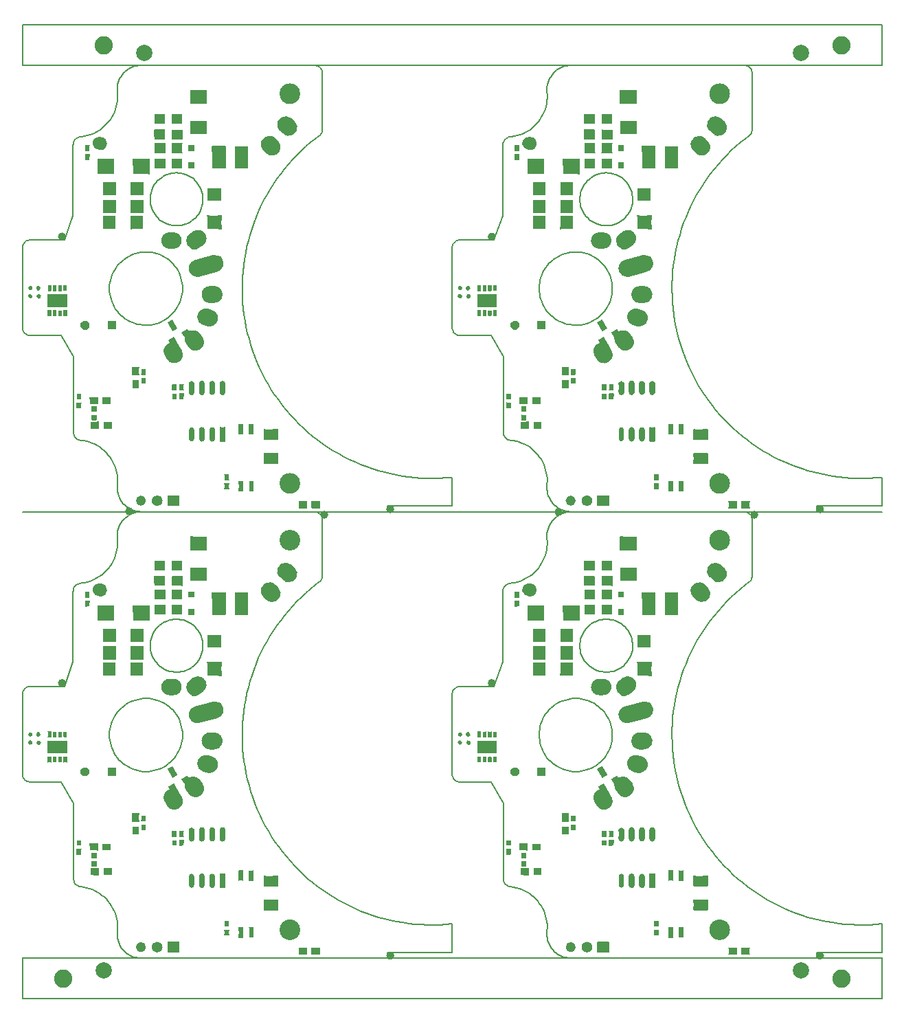
<source format=gbs>
*
%FSLAX26Y26*%
%MOIN*%
%ADD10C,0.007874*%
%ADD11C,0.088583*%
%ADD12C,0.078740*%
%ADD13C,0.039370*%
%IPPOS*%
%LN4810009-2820242.gbs*%
%LPD*%
G75*
G36*
X26734Y1242091D02*
G02X26745Y1242458I988J154D01*
G02X38745Y1254037I12115J-547D01*
G02X39172Y1253836I22J-508D01*
G02X39312Y1253720I-567J-824D01*
G01X41208Y1252144D01*
G02X28585Y1239632I-2348J-10255D01*
G01X26749Y1241930D01*
G02X26734Y1242091I485J125D01*
G37*
G36*
X28368Y1281890D02*
G02X28368Y1281890I10492J0D01*
G37*
G36*
X82705Y1292962D02*
G02X83019Y1292426I-181J-466D01*
G01X82844Y1291122D01*
G02X81064Y1271506I-4535J-9477D01*
G01X79364Y1269966D01*
G02X78681Y1269536I-528J83D01*
G02X78316Y1269531I-198J980D01*
G02X73044Y1270734I-6J12128D01*
G02X82705Y1292962I5266J10925D01*
G37*
G36*
X73606Y1251039D02*
G01X73408Y1252339D01*
G02X73712Y1252883I493J82D01*
G02X78064Y1229536I4598J-11222D01*
G02X77606Y1229814I-6J507D01*
G01X75726Y1231462D01*
X75621Y1231518D01*
G02X73606Y1251039I2689J10142D01*
G37*
G36*
X122033Y1189988D02*
G01Y1219992D01*
Y1221988D01*
Y1251992D01*
X217507D01*
Y1221988D01*
Y1219992D01*
Y1189988D01*
X122033D01*
G37*
G36*
X122380Y1146821D02*
X122483Y1173902D01*
G02X122981Y1174561I989J-230D01*
G02X123660Y1174827I679J-734D01*
G01X139612Y1174610D01*
G02X140177Y1174050I-13J-579D01*
G02X140228Y1173974I-387J-316D01*
G02X140374Y1173436I-854J-520D01*
G01X140360Y1146495D01*
G02X140319Y1146296I-500J0D01*
G01X140119Y1145823D01*
G02X139974Y1145630I-461J194D01*
G02X138959Y1145853I-485J216D01*
G01Y1147906D01*
X138762D01*
Y1146683D01*
X123998D01*
Y1147906D01*
X123801D01*
Y1145781D01*
X123794Y1145694D01*
X123771Y1145610D01*
X123734Y1145531D01*
X123684Y1145460D01*
X123623Y1145398D01*
X123551Y1145348D01*
X123472Y1145311D01*
X123388Y1145289D01*
X123301Y1145281D01*
X123214Y1145289D01*
X123130Y1145311D01*
X123051Y1145348D01*
X122980Y1145398D01*
X122931Y1145445D01*
X122674Y1145726D01*
G02X122554Y1145959I369J337D01*
G01X122392Y1146710D01*
G02X122380Y1146821I488J111D01*
G37*
G36*
Y1268867D02*
G01X122380Y1269417D01*
G02X122880Y1269917I500J-0D01*
G01X123982D01*
G02X123998Y1270017I995J-104D01*
G01Y1294123D01*
X122886D01*
G02X122386Y1294623I-0J500D01*
G01X122386Y1295489D01*
G02X122483Y1295948I1003J26D01*
G02X122981Y1296606I989J-230D01*
G02X123660Y1296872I679J-734D01*
G01X139612Y1296656D01*
G02X140177Y1296095I-13J-579D01*
G02X140228Y1296019I-387J-316D01*
G02X140374Y1295481I-854J-520D01*
G01X140360Y1268541D01*
G02X140267Y1268220I-508J-27D01*
G02X140013Y1267711I-996J179D01*
G02X139708Y1267438I-810J598D01*
G02X138840Y1267196I-678J755D01*
G01X123743D01*
G02X122822Y1267677I-56J1016D01*
G02X122468Y1268403I646J764D01*
G02X122381Y1268844I912J410D01*
G02X122380Y1268867I500J22D01*
G37*
G36*
X147970Y1268867D02*
G01X147977Y1295519D01*
G02X149085Y1296850I1458J-86D01*
G01X149171Y1296864D01*
X149258Y1296863D01*
X149344Y1296846D01*
X149425Y1296815D01*
X149500Y1296770D01*
X149566Y1296713D01*
X149621Y1296645D01*
X149663Y1296569D01*
X149691Y1296487D01*
X149705Y1296401D01*
X149706Y1296365D01*
Y1295307D01*
X164234D01*
Y1296338D01*
G02X164971Y1296780I500J2D01*
G01X165386Y1296557D01*
G02X165575Y1296378I-237J-440D01*
G01X165913Y1295796D01*
G02X165964Y1295468I-458J-239D01*
G01X165950Y1268541D01*
G02X165857Y1268220I-508J-27D01*
G02X165603Y1267711I-996J179D01*
G02X165298Y1267438I-810J598D01*
G02X164430Y1267196I-678J755D01*
G01X149333D01*
G02X148412Y1267677I-56J1016D01*
G02X148058Y1268403I646J764D01*
G02X147971Y1268844I912J410D01*
G02X147970Y1268867I500J22D01*
G37*
G36*
X147970Y1148406D02*
G01X148073Y1173902D01*
G02X148571Y1174561I989J-230D01*
G02X149250Y1174827I679J-734D01*
G01X165202Y1174610D01*
G02X165767Y1174050I-13J-579D01*
G02X165818Y1173974I-387J-316D01*
G02X165964Y1173436I-854J-520D01*
G01X165951Y1148406D01*
G02X165451Y1147906I-500J0D01*
G01X164352D01*
Y1146683D01*
X149588D01*
Y1147906D01*
X148471D01*
G02X147970Y1148406I-0J500D01*
G37*
G36*
X173560Y1268867D02*
G01X173567Y1295519D01*
G02X174675Y1296850I1458J-86D01*
G01X174761Y1296864D01*
X174848Y1296863D01*
X174934Y1296846D01*
X175015Y1296815D01*
X175090Y1296770D01*
X175156Y1296713D01*
X175211Y1296645D01*
X175253Y1296569D01*
X175281Y1296487D01*
X175295Y1296401D01*
X175296Y1296365D01*
Y1295307D01*
X189824D01*
Y1296338D01*
G02X190561Y1296780I500J2D01*
G01X190976Y1296557D01*
G02X191165Y1296378I-237J-440D01*
G01X191503Y1295796D01*
G02X191554Y1295468I-458J-239D01*
G01X191540Y1268541D01*
G02X191447Y1268220I-508J-27D01*
G02X191193Y1267711I-996J179D01*
G02X190888Y1267438I-810J598D01*
G02X190020Y1267196I-678J755D01*
G01X174923D01*
G02X174002Y1267677I-56J1016D01*
G02X173648Y1268403I646J764D01*
G02X173561Y1268844I912J410D01*
G02X173560Y1268867I500J22D01*
G37*
G36*
X173560Y1148406D02*
G01X173566Y1171566D01*
G02X174066Y1172066I500J-0D01*
G01X175178D01*
Y1173257D01*
X189942D01*
Y1172066D01*
X191053D01*
G02X191553Y1171566I0J-500D01*
G01X191541Y1148406D01*
G02X191041Y1147906I-500J0D01*
G01X189942D01*
Y1146683D01*
X175178D01*
Y1147906D01*
X174061D01*
G02X173560Y1148406I-0J500D01*
G37*
G36*
X199150Y1146821D02*
G01X199253Y1173902D01*
G02X199751Y1174561I989J-230D01*
G02X200430Y1174827I679J-734D01*
G01X216381Y1174610D01*
G02X216947Y1174050I-13J-579D01*
G02X216998Y1173974I-387J-316D01*
G02X217144Y1173436I-854J-520D01*
G01X217130Y1146495D01*
G02X217089Y1146296I-500J0D01*
G01X216889Y1145823D01*
G02X216744Y1145630I-461J194D01*
G02X215729Y1145853I-485J216D01*
G01Y1147906D01*
X215532D01*
Y1146683D01*
X200768D01*
Y1147906D01*
X200571D01*
Y1145781D01*
X200564Y1145694D01*
X200541Y1145610D01*
X200504Y1145531D01*
X200454Y1145460D01*
X200393Y1145398D01*
X200321Y1145348D01*
X200242Y1145311D01*
X200158Y1145289D01*
X200071Y1145281D01*
X199984Y1145289D01*
X199900Y1145311D01*
X199821Y1145348D01*
X199750Y1145398D01*
X199701Y1145445D01*
X199444Y1145726D01*
G02X199324Y1145959I369J337D01*
G01X199162Y1146710D01*
G02X199150Y1146821I488J111D01*
G37*
G36*
X199150Y1270452D02*
G01X199156Y1293612D01*
G02X199656Y1294112I500J-0D01*
G01X200768D01*
Y1295307D01*
X215532D01*
Y1268733D01*
X200768D01*
Y1269952D01*
X199650D01*
G02X199150Y1270452I-0J500D01*
G37*
G36*
X262465Y700612D02*
G01X262471Y726192D01*
G02X262568Y726650I1003J26D01*
G02X263066Y727309I989J-230D01*
G02X263745Y727575I679J-734D01*
G01X285947Y727358D01*
G02X286512Y726798I-13J-579D01*
G02X286563Y726722I-387J-316D01*
G02X286709Y726184I-854J-520D01*
G01X286708Y723443D01*
G02X286207Y722943I-500J0D01*
G01X285082D01*
Y700728D01*
G02X284258Y700228I-547J-28D01*
G02X283955Y700221I-176J984D01*
G02X283940Y700084I-999J41D01*
G01X283939Y699469D01*
G02X283115Y698645I-500J-324D01*
G02X282764Y698645I-176J984D01*
G01X263946D01*
G02X263125Y698897I-143J997D01*
G01X262750Y699289D01*
G02X262621Y699537I361J345D01*
G01X262472Y700228D01*
G02X262465Y700612I978J210D01*
G37*
G36*
X264098Y743538D02*
G01Y769322D01*
X269082D01*
X280098D01*
X285082D01*
Y743538D01*
X280098D01*
X269082D01*
X264098D01*
G37*
G36*
X282460Y1092836D02*
Y1110813D01*
X282498D01*
G02X282609Y1110978I462J-191D01*
G01X288711Y1117080D01*
X288777Y1117136D01*
X288852Y1117181D01*
X288934Y1117211D01*
X289019Y1117227D01*
X289107Y1117227D01*
X289193Y1117213D01*
X289275Y1117184D01*
X289350Y1117141D01*
X289418Y1117085D01*
X289474Y1117019D01*
X289518Y1116944D01*
X289549Y1116862D01*
X289564Y1116776D01*
X289567Y1116729D01*
Y1115709D01*
X295704Y1121846D01*
G02X296060Y1121995I356J-351D01*
G01X312360D01*
G02X312716Y1121846I0J-500D01*
G01X313753Y1120809D01*
X313753Y1120808D01*
X313755Y1120806D01*
X313756Y1120805D01*
X313758Y1120804D01*
X313759Y1120803D01*
X313761Y1120803D01*
X313763Y1120803D01*
X313765Y1120803D01*
X313767Y1120804D01*
X313768Y1120804D01*
X313770Y1120806D01*
X313771Y1120807D01*
X313772Y1120809D01*
X313773Y1120810D01*
X313773Y1120812D01*
X313773Y1120814D01*
Y1121809D01*
X313781Y1121896D01*
X313804Y1121980D01*
X313840Y1122059D01*
X313890Y1122130D01*
X313952Y1122192D01*
X314023Y1122242D01*
X314102Y1122279D01*
X314187Y1122301D01*
X314273Y1122309D01*
X314360Y1122301D01*
X314444Y1122279D01*
X314523Y1122242D01*
X314595Y1122192D01*
X314630Y1122160D01*
X325811Y1110978D01*
G02X325922Y1110813I-351J-356D01*
G01X325960D01*
Y1092836D01*
X325926D01*
G02X325811Y1092662I-466J182D01*
G01X313383Y1080233D01*
G02X313027Y1080084I-356J351D01*
G01X295394D01*
G02X295037Y1080233I0J500D01*
G01X282609Y1092662D01*
G02X282494Y1092836I351J356D01*
G01X282460D01*
G37*
G36*
X303315Y1904371D02*
X303341Y1930003D01*
G02X303522Y1930550I1013J-31D01*
G02X303793Y1930877I894J-467D01*
G02X304051Y1931086I428J-264D01*
G02X304330Y1931193I493J-870D01*
G02X304615Y1931285I446J-895D01*
G02X304901Y1931356I259J-436D01*
G01X326114Y1931347D01*
G02X326796Y1931082I178J-553D01*
G02X327344Y1930545I-22J-570D01*
G02X327559Y1929907I-784J-620D01*
G01X327554Y1920288D01*
G02X326698Y1919938I-500J0D01*
G01X325932Y1920703D01*
Y1904468D01*
G02X325108Y1903968I-547J-28D01*
G02X324756Y1903968I-176J984D01*
G01X314006D01*
X314005Y1903953D01*
X314733Y1903225D01*
X314790Y1903158D01*
X314834Y1903083D01*
X314864Y1903001D01*
X314880Y1902916D01*
X314881Y1902829D01*
X314866Y1902743D01*
X314837Y1902660D01*
X314794Y1902585D01*
X314738Y1902518D01*
X314672Y1902461D01*
X314597Y1902417D01*
X314515Y1902387D01*
X314429Y1902371D01*
X314382Y1902369D01*
X304587D01*
G02X303319Y1903968I137J1411D01*
G02X303315Y1904371I978J210D01*
G37*
G36*
Y1947619D02*
G01X303321Y1973272D01*
G02X303385Y1973632I1000J10D01*
G02X304540Y1974650I1421J-448D01*
G01X326337D01*
G02X326634Y1974555I4J-500D01*
G01X327181Y1974159D01*
G02X326885Y1973254I-293J-405D01*
G01X324820D01*
G02X324803Y1973081I-1003J12D01*
G02X324828Y1973062I-599J-801D01*
G01X325432D01*
G02X325932Y1972562I0J-500D01*
G01Y1947778D01*
G02X325108Y1947278I-547J-28D01*
G02X324805Y1947271I-176J984D01*
G02X324790Y1947156I-997J72D01*
G01X324789Y1946225D01*
G02X323965Y1945725I-546J-28D01*
G02X323614Y1945725I-176J984D01*
G01X304631D01*
G02X303332Y1947205I91J1390D01*
G02X303321Y1947321I989J152D01*
G02X303315Y1947619I986J167D01*
G37*
G36*
X324954Y741368D02*
G01X324976Y752281D01*
G02X325157Y752828I1013J-31D01*
G02X325428Y753155I894J-467D01*
G02X325686Y753364I428J-264D01*
G02X325965Y753471I493J-870D01*
G02X326250Y753563I446J-895D01*
G02X326536Y753634I259J-436D01*
G01X365499Y753625D01*
G02X366181Y753360I178J-553D01*
G02X366728Y752823I-22J-570D01*
G02X366944Y752185I-784J-620D01*
G01X366930Y719278D01*
G02X366837Y718952I-508J-31D01*
G02X366388Y718279I-1001J182D01*
G02X365421Y717928I-781J646D01*
G01X360848D01*
G02X360023Y718428I-278J472D01*
G01Y719518D01*
X327058D01*
G02X326558Y720018I0J500D01*
G01Y741765D01*
X325810Y741017D01*
X325744Y740960D01*
X325669Y740916D01*
X325587Y740886D01*
X325501Y740870D01*
X325414Y740869D01*
X325328Y740884D01*
X325246Y740913D01*
X325170Y740956D01*
X325103Y741012D01*
X325047Y741078D01*
X325002Y741153D01*
X324972Y741235D01*
X324956Y741320D01*
X324954Y741368D01*
G37*
G36*
X331968Y600918D02*
Y632402D01*
G02X332468Y632902I500J0D01*
G01X360023D01*
Y634012D01*
G02X360523Y634512I500J0D01*
G01X371592Y634300D01*
G02X372157Y633739I-13J-579D01*
G02X372208Y633663I-387J-316D01*
G02X372354Y633125I-854J-520D01*
G01X372340Y600156D01*
G02X372247Y599830I-508J-31D01*
G02X371798Y599157I-1001J182D01*
G02X370831Y598806I-781J646D01*
G01X344940D01*
X344853Y598814D01*
X344769Y598836D01*
X344690Y598873D01*
X344619Y598923D01*
X344557Y598985D01*
X344507Y599056D01*
X344470Y599135D01*
X344448Y599219D01*
X344440Y599306D01*
X344448Y599393D01*
X344470Y599477D01*
X344507Y599556D01*
X344557Y599628D01*
X344589Y599663D01*
X345318Y600391D01*
G02X345328Y600418I940J-341D01*
G01X332468D01*
G02X331968Y600918I0J500D01*
G37*
G36*
X335795Y683582D02*
G01X335801Y707581D01*
G02X336301Y708081I500J-0D01*
G01X337428D01*
Y709282D01*
X358412D01*
Y708081D01*
X359538D01*
G02X360038Y707581I0J-500D01*
G01X360025Y683257D01*
G02X359932Y682936I-508J-27D01*
G02X359678Y682427I-996J179D01*
G02X359373Y682153I-810J598D01*
G02X358516Y681912I-675J756D01*
G01X337140D01*
G02X336341Y682236I-53J1014D01*
G02X335883Y683119I561J851D01*
G02X335796Y683560I912J410D01*
G02X335795Y683582I500J22D01*
G37*
G36*
X335795Y641873D02*
G01X335898Y666622D01*
G02X336396Y667281I989J-230D01*
G02X337075Y667547I679J-734D01*
G01X359277Y667331D01*
G02X359842Y666770I-13J-579D01*
G02X359893Y666694I-387J-316D01*
G02X360039Y666156I-854J-520D01*
G01X360025Y642197D01*
G02X359524Y641373I-472J-277D01*
G01X358412D01*
Y640188D01*
X337428D01*
Y641373D01*
X336296D01*
G02X335795Y641873I-0J500D01*
G37*
G36*
X370850Y2014368D02*
G01X380137Y2014368D01*
G02X379238Y1951230I-703J-31565D01*
G01X371905Y1951283D01*
G02X371571Y1951341I0J1000D01*
G01X370713Y1951353D01*
X370626Y1951361D01*
X370542Y1951384D01*
X370463Y1951421D01*
X370392Y1951471D01*
X370331Y1951533D01*
X370281Y1951604D01*
X370244Y1951683D01*
X370222Y1951768D01*
X370215Y1951854D01*
X370223Y1951941D01*
X370245Y1952025D01*
X370282Y1952104D01*
X370333Y1952175D01*
X370361Y1952206D01*
X370939Y1952784D01*
G02X342481Y1975276I606J30016D01*
G01X341827Y1974622D01*
X341761Y1974566D01*
X341685Y1974522D01*
X341604Y1974492D01*
X341518Y1974476D01*
X341431Y1974476D01*
X341345Y1974490D01*
X341263Y1974520D01*
X341187Y1974563D01*
X341120Y1974619D01*
X341064Y1974685D01*
X341020Y1974761D01*
X340990Y1974842D01*
X340987Y1974854D01*
G02X339987Y1981770I30556J7950D01*
G02X370850Y2014368I31556J1033D01*
G37*
G36*
X364868Y1835713D02*
G01Y1843567D01*
Y1899713D01*
Y1907567D01*
X444592D01*
Y1899713D01*
Y1843567D01*
Y1835713D01*
X364868D01*
G37*
G36*
X389548Y719518D02*
Y720002D01*
Y751518D01*
Y752002D01*
X428332D01*
Y751518D01*
Y720002D01*
Y719518D01*
X389548D01*
G37*
G36*
X391478Y1567993D02*
Y1631967D01*
X420302D01*
X423478D01*
X452302D01*
Y1567993D01*
X423478D01*
X420302D01*
X391478D01*
G37*
G36*
X392308Y1646053D02*
Y1710027D01*
X421132D01*
X424308D01*
X453132D01*
Y1646053D01*
X424308D01*
X421132D01*
X392308D01*
G37*
G36*
Y1730773D02*
Y1794747D01*
X421132D01*
X424308D01*
X453132D01*
Y1730773D01*
X424308D01*
X421132D01*
X392308D01*
G37*
G36*
X394968Y600418D02*
Y600902D01*
Y632418D01*
Y632902D01*
X433752D01*
Y632418D01*
Y600902D01*
Y600418D01*
X394968D01*
G37*
G36*
X413953Y1081643D02*
Y1089997D01*
Y1113643D01*
Y1121997D01*
X454307D01*
Y1113643D01*
Y1089997D01*
Y1081643D01*
X413953D01*
G37*
G36*
X523609Y1577342D02*
G02X523622Y1577583I998J66D01*
G02X523922Y1578272I486J199D01*
G01X525330Y1578889D01*
X525338Y1578900D01*
Y1631967D01*
X586162D01*
Y1568493D01*
G02X585338Y1567993I-547J-28D01*
G02X584986Y1567993I-176J984D01*
G01X530523D01*
X530522Y1567978D01*
X531367Y1567133D01*
X531424Y1567066D01*
X531468Y1566991D01*
X531499Y1566909D01*
X531514Y1566824D01*
X531515Y1566737D01*
X531500Y1566651D01*
X531471Y1566569D01*
X531428Y1566493D01*
X531373Y1566425D01*
X531306Y1566369D01*
X531231Y1566325D01*
X531150Y1566294D01*
X531064Y1566279D01*
X531017Y1566276D01*
X525117D01*
G02X524798Y1566344I-59J511D01*
G02X523622Y1567970I578J1657D01*
G01X523609Y1577342D01*
G37*
G36*
X526158Y1646053D02*
Y1710027D01*
X554982D01*
X558158D01*
X586982D01*
Y1646053D01*
X558158D01*
X554982D01*
X526158D01*
G37*
G36*
Y1730773D02*
Y1794747D01*
X554982D01*
X558158D01*
X586982D01*
Y1730773D01*
X558158D01*
X554982D01*
X526158D01*
G37*
G36*
X531815Y860182D02*
X531918Y899517D01*
G02X532416Y900176I989J-230D01*
G02X533095Y900442I679J-734D01*
G01X566797Y900225D01*
G02X567362Y899664I-13J-579D01*
G02X567413Y899589I-387J-316D01*
G02X567559Y899051I-854J-520D01*
G01X567557Y892063D01*
G02X567056Y891563I-500J0D01*
G01X565932D01*
Y867357D01*
X567048D01*
G02X567548Y866856I0J-500D01*
G01X567545Y859861D01*
G02X567452Y859534I-508J-32D01*
G02X567199Y859026I-996J180D01*
G02X566892Y858752I-810J597D01*
G02X566025Y858511I-677J755D01*
G01X533178D01*
G02X532257Y858992I-56J1016D01*
G02X531903Y859718I646J764D01*
G02X531816Y860159I912J410D01*
G02X531815Y860182I500J22D01*
G37*
G36*
X533448Y797078D02*
G01Y835862D01*
X533932D01*
X565448D01*
X565932D01*
Y797078D01*
X565448D01*
X533932D01*
X533448D01*
G37*
G36*
X537714Y1909335D02*
X618187D01*
G02X618479Y1909263I29J-507D01*
G02X619578Y1907656I-654J-1627D01*
G01X619581Y1835667D01*
G02X618103Y1833943I-1750J5D01*
G01X609949D01*
G02X609476Y1834613I-2J500D01*
G01X609856Y1835667D01*
G02X609856Y1835713I1000J6D01*
G01X538912D01*
G02X538088Y1836213I-278J472D01*
G01Y1876078D01*
X537180Y1875170D01*
X537113Y1875113D01*
X537038Y1875069D01*
X536957Y1875039D01*
X536871Y1875023D01*
X536784Y1875022D01*
X536698Y1875037D01*
X536616Y1875066D01*
X536540Y1875109D01*
X536473Y1875165D01*
X536416Y1875231D01*
X536372Y1875306D01*
X536342Y1875388D01*
X536326Y1875473D01*
X536324Y1875521D01*
X536323Y1907494D01*
G02X537714Y1909335I1744J128D01*
G37*
G36*
X550788Y250520D02*
G02X550788Y250520I24492J0D01*
G37*
G36*
X575945Y862030D02*
G01X575946Y866857D01*
G02X576446Y867357I500J-0D01*
G01X577578D01*
Y887432D01*
X580268D01*
X580370Y887454D01*
X583625Y888944D01*
G02X583838Y888991I212J-453D01*
G01X593095D01*
G02X593335Y888931I2J-500D01*
G01X596063Y887461D01*
X596180Y887432D01*
X598562D01*
Y862148D01*
G02X597738Y861648I-547J-28D01*
G02X597435Y861641I-176J984D01*
G02X597420Y861505I-999J43D01*
G01X597419Y860566D01*
G02X596595Y860066I-546J-28D01*
G02X596244Y860066I-176J984D01*
G01X577217D01*
G02X575953Y861648I135J1404D01*
G02X575945Y862030I978J210D01*
G37*
G36*
X577578Y818338D02*
G01Y844122D01*
X582562D01*
X593578D01*
X598562D01*
Y818338D01*
X593578D01*
X582562D01*
X577578D01*
G37*
G36*
X627896Y250491D02*
G02X627896Y250491I26124J0D01*
G37*
G36*
X638827Y2015329D02*
G01X638831Y2049411D01*
G02X638895Y2049772I1000J10D01*
G02X640050Y2050789I1421J-449D01*
G01X689813D01*
G02X690313Y2050289I0J-500D01*
G01X690313Y2049242D01*
X690942D01*
G02X691442Y2048742I0J-500D01*
G01Y2003378D01*
X640458D01*
Y2014829D01*
X639327D01*
G02X638827Y2015329I-0J500D01*
G37*
G36*
X640458Y2078178D02*
G01Y2092042D01*
Y2110178D01*
Y2124042D01*
X691442D01*
Y2110178D01*
Y2092042D01*
Y2078178D01*
X640458D01*
G37*
G36*
X641578Y1938051D02*
X643413D01*
G02X643431Y1938113I969J-248D01*
G02X643415Y1938361I988J187D01*
G02X643125Y1938378I-88J999D01*
G02X642308Y1938878I-273J473D01*
G01Y1984242D01*
X693292D01*
X693308Y1939378D01*
X694088Y1939361D01*
G02X694905Y1938861I273J-473D01*
G01X694905Y1938183D01*
G02X694812Y1937853I-508J-34D01*
G02X694373Y1937188I-1000J183D01*
G02X694074Y1936951I-449J259D01*
G02X693990Y1936911I-255J431D01*
G02X693385Y1936830I-430J903D01*
G01X641947D01*
G02X641275Y1937145I78J1042D01*
G02X641578Y1938051I302J403D01*
G37*
G36*
X642308Y1863578D02*
G01Y1877442D01*
Y1895578D01*
Y1909442D01*
X693292D01*
Y1895578D01*
Y1877442D01*
Y1863578D01*
X642308D01*
G37*
G36*
X713365Y1552242D02*
X733055D01*
G02X733055Y1472518I0J-39862D01*
G01X713365D01*
G02X673558Y1510287I-0J39862D01*
G02X713365Y1552242I39807J2093D01*
G37*
G36*
X714964Y1015951D02*
G01X707923Y1028144D01*
G02X708224Y1029270I271J531D01*
G02X708528Y1029446I644J-765D01*
G01X735058Y1044764D01*
G02X735747Y1044585I256J-429D01*
G01X762353Y998519D01*
G02X762410Y998369I-433J-250D01*
G01X762456Y998156D01*
X773714Y978683D01*
G02X700933Y937776I-36785J-19752D01*
G01X690291Y956246D01*
G02X685565Y971574I36806J19741D01*
G02X714964Y1015951I41532J4412D01*
G37*
G36*
X703363Y1114619D02*
G02X703541Y1115310I428J258D01*
G01X727397Y1129082D01*
G02X728085Y1128891I250J-433D01*
G01X752677Y1086301D01*
G02X752499Y1085610I-428J-258D01*
G01X728643Y1071838D01*
G02X727955Y1072029I-250J433D01*
G01X703363Y1114619D01*
G37*
G36*
X706117Y276741D02*
X759456Y276750D01*
G02X759676Y276792I297J-956D01*
G02X761513Y274841I76J-1769D01*
G01X761512Y226110D01*
G02X760039Y224272I-1747J-110D01*
G01X705502D01*
G02X705189Y224337I-57J511D01*
G02X704007Y225987I572J1658D01*
G01X704000Y275007D01*
G02X706117Y276741I1763J7D01*
G37*
G36*
X723825Y1938500D02*
G01Y1938861D01*
G02X724325Y1939361I500J0D01*
G01X725418D01*
G02X725445Y1939373I406J-914D01*
G02X725458Y1939623I997J74D01*
G01Y1983742D01*
G02X726275Y1984242I545J27D01*
G02X726458Y1984259I183J-983D01*
G01X772883D01*
G02X772899Y1984435I1000J0D01*
G01Y1985285D01*
G02X773399Y1985785I500J0D01*
G01X776685Y1985790D01*
G02X778069Y1983759I-1135J-2260D01*
G02X777252Y1983259I-545J-27D01*
G02X777069Y1983242I-183J983D01*
G01X776458D01*
G02X776442Y1983066I-1000J0D01*
G01X776455Y1939373D01*
G02X776482Y1939361I-378J-926D01*
G01X777555D01*
G02X778055Y1938861I0J-500D01*
G01X777962Y1937853D01*
G02X777708Y1937344I-996J180D01*
G02X777403Y1937071I-809J598D01*
G02X776535Y1936830I-678J755D01*
G01X725188D01*
G02X724267Y1937310I-56J1016D01*
G02X723914Y1938010I646J764D01*
G02X723837Y1938392I929J387D01*
G02X723825Y1938500I488J108D01*
G37*
G36*
X725458Y1863578D02*
G01Y1877442D01*
Y1895578D01*
Y1909442D01*
X776442D01*
Y1895578D01*
Y1877442D01*
Y1863578D01*
X725458D01*
G37*
G36*
Y2003878D02*
Y2048742D01*
G02X725958Y2049242I500J0D01*
G01X726587D01*
X726587Y2050289D01*
G02X727087Y2050789I500J0D01*
G01X777306Y2050577D01*
G02X777872Y2050016I-13J-579D01*
G02X777923Y2049941I-387J-316D01*
G02X778069Y2049403I-854J-520D01*
G01X778055Y2003187D01*
G02X777962Y2002857I-508J-35D01*
G02X777513Y2002184I-1001J182D01*
G02X776546Y2001834I-781J646D01*
G01X773723D01*
G02X772899Y2002334I-278J472D01*
G01Y2003378D01*
X725958D01*
G02X725458Y2003878I0J500D01*
G37*
G36*
Y2078178D02*
G01Y2092042D01*
Y2110178D01*
Y2124042D01*
X776442D01*
Y2110178D01*
Y2092042D01*
Y2078178D01*
X725458D01*
G37*
G36*
X725555Y786904D02*
X725556Y812781D01*
G02X725750Y813426I999J52D01*
G02X726942Y814221I1370J-762D01*
G01X748400D01*
G02X748646Y814170I24J-505D01*
G02X749901Y812304I-571J-1739D01*
G02X749401Y811833I-499J30D01*
G01X748208D01*
G02X748182Y811821I-446J895D01*
G01X748172Y811808D01*
Y787646D01*
G02X748197Y787627I-606J-795D01*
G01X748982D01*
G02X749799Y787126I272J-473D01*
G01X749798Y786610D01*
G02X749725Y786225I-1000J-8D01*
G02X748462Y785234I-1403J487D01*
G01X726871D01*
G02X725610Y786544I69J1328D01*
G02X725563Y786818I952J307D01*
G02X725555Y786904I492J87D01*
G37*
G36*
X727188Y743538D02*
G01Y769322D01*
X732172D01*
X743188D01*
X748172D01*
Y743538D01*
X743188D01*
X732172D01*
X727188D01*
G37*
G36*
X760222Y812352D02*
G02X761708Y814221I2009J-72D01*
G01X783119D01*
G02X783358Y814173I21J-504D01*
G02X784621Y812304I-563J-1742D01*
G02X784121Y811833I-499J30D01*
G01X782912D01*
X782905Y811825D01*
X782892Y811801D01*
Y787646D01*
G02X782917Y787627I-606J-795D01*
G01X783702D01*
G02X784519Y787126I272J-473D01*
G01X784518Y786610D01*
G02X784445Y786225I-1000J-8D01*
G02X783182Y785234I-1403J487D01*
G01X761591D01*
G02X760275Y786904I121J1449D01*
G02X760775Y787627I484J199D01*
G01X761883D01*
G02X761908Y787646I631J-776D01*
G02X761908Y788027I984J190D01*
G01Y811801D01*
X761895Y811825D01*
X761888Y811833D01*
X760722D01*
X760635Y811841D01*
X760551Y811864D01*
X760472Y811900D01*
X760401Y811950D01*
X760339Y812012D01*
X760289Y812083D01*
X760252Y812162D01*
X760230Y812247D01*
X760222Y812333D01*
X760222Y812352D01*
G37*
G36*
X760275Y743940D02*
X760301Y769576D01*
G02X760482Y770121I1013J-32D01*
G02X760753Y770448I894J-467D01*
G02X761011Y770657I428J-264D01*
G02X761290Y770764I493J-870D01*
G02X761575Y770856I446J-895D01*
G02X761861Y770927I259J-436D01*
G01X783074Y770918D01*
G02X783756Y770653I178J-553D01*
G02X784303Y770116I-22J-570D01*
G02X784519Y769478I-784J-620D01*
G01X784512Y756243D01*
X784504Y756156D01*
X784482Y756072D01*
X784445Y755993D01*
X784395Y755921D01*
X784333Y755860D01*
X784262Y755810D01*
X784183Y755773D01*
X784099Y755751D01*
X784012Y755743D01*
X783925Y755751D01*
X783841Y755773D01*
X783762Y755810D01*
X783690Y755860D01*
X783656Y755892D01*
X782892Y756656D01*
Y744038D01*
G02X782068Y743538I-547J-28D01*
G02X781716Y743538I-176J984D01*
G01X774590D01*
X774589Y743523D01*
X775317Y742796D01*
X775373Y742729D01*
X775417Y742654D01*
X775448Y742572D01*
X775463Y742487D01*
X775464Y742400D01*
X775450Y742314D01*
X775420Y742231D01*
X775377Y742156D01*
X775322Y742088D01*
X775256Y742032D01*
X775180Y741988D01*
X775099Y741957D01*
X775013Y741942D01*
X774966Y741939D01*
X761547D01*
G02X760279Y743538I137J1411D01*
G02X760275Y743940I978J210D01*
G37*
G36*
X773005Y1066670D02*
G02X773308Y1066846I644J-765D01*
G01X799566Y1082005D01*
G02X800692Y1081704I530J-271D01*
G02X800868Y1081400I-764J-645D01*
G01X806504Y1071656D01*
G02X860755Y1062648I21975J-35525D01*
G01X874732Y1042864D01*
G02X805956Y995542I-34950J-22845D01*
G01X795049Y1011103D01*
G02X786965Y1040752I33437J25044D01*
G01X786932Y1040904D01*
X772703Y1065544D01*
G02X773005Y1066670I271J531D01*
G37*
G36*
X812564Y1545604D02*
G01X828889Y1557045D01*
G02X865433Y1562056I23340J-34455D01*
G02X878780Y1554637I-18774J-49488D01*
G02X875750Y1488297I-26551J-32026D01*
G01X856180Y1474872D01*
X843727Y1469401D01*
G02X843710Y1469379I-799J601D01*
G02X843757Y1469105I-953J-304D01*
G01X843955Y1468163D01*
G02X843539Y1467566I-489J-103D01*
G02X822972Y1468930I-7426J43758D01*
G02X822628Y1469498I148J478D01*
G03X820739Y1472639I-2713J506D01*
G02X794496Y1511118I15371J38671D01*
G02X812564Y1545604I41611J175D01*
G37*
G36*
X805398Y1862388D02*
G01Y1874932D01*
Y1878388D01*
Y1890932D01*
X833942D01*
Y1878388D01*
Y1874932D01*
Y1862388D01*
X805398D01*
G37*
G36*
Y1947117D02*
Y1975503D01*
X805628D01*
G02X805898Y1975582I270J-421D01*
G01X833442D01*
G02X833712Y1975503I0J-500D01*
G01X833942D01*
Y1947117D01*
X833712D01*
G02X833442Y1947038I-270J421D01*
G01X805898D01*
G02X805628Y1947117I0J500D01*
G01X805398D01*
G37*
G36*
X807127Y819814D02*
G02X807131Y819911I1000J6D01*
G02X807902Y823840I13859J-678D01*
G02X808887Y823667I491J-94D01*
G01Y823246D01*
X809536Y823838D01*
G02X809637Y823963I828J-565D01*
G02X832444Y823838I11378J-4737D01*
G01X833093Y823246D01*
Y823667D01*
G02X834078Y823840I494J79D01*
G02X834853Y819814I-13088J-4606D01*
G01X834820Y774821D01*
G02X807130Y775278I-13830J1117D01*
G01X807129Y787127D01*
G02X807629Y787627I500J0D01*
G01X808688D01*
Y811833D01*
X807628D01*
G02X807128Y812333I0J500D01*
G01X807127Y819814D01*
G37*
G36*
X808688Y550915D02*
Y594225D01*
G02X833292Y594225I12302J0D01*
G01Y550915D01*
G02X808920Y548540I-12302J-0D01*
G02X808688Y550915I12070J2375D01*
G37*
G36*
X810325Y1360548D02*
G02X837011Y1417808I37903J17184D01*
G01X924765Y1441317D01*
G02X930371Y1442274I9786J-40450D01*
G02X930762Y1442311I290J-961D01*
G02X954624Y1437323I3789J-41444D01*
G01X954763Y1437292D01*
G02X967539Y1426239I519J-12311D01*
G02X942390Y1359891I-33011J-25427D01*
G02X942050Y1359801I-423J906D01*
G01X855923Y1336848D01*
X847690Y1336115D01*
X844877Y1336185D01*
G02X844431Y1336290I-0J1000D01*
G02X810473Y1360225I3797J41443D01*
G02X810325Y1360548I820J572D01*
G37*
G36*
X813182Y2218347D02*
G01X813183Y2241243D01*
G02X814573Y2242877I1744J-75D01*
G01X828426D01*
G02X828926Y2242377I0J-500D01*
G01Y2241167D01*
X894672D01*
Y2218347D01*
X895537Y2219211D01*
G02X896393Y2218860I356J-351D01*
G01X896350Y2178127D01*
G02X896310Y2177846I-1000J-0D01*
G01X896101Y2176224D01*
X895884Y2175928D01*
G02X895527Y2175689I-439J269D01*
G02X895115Y2175495I-626J793D01*
G02X894896Y2175447I-213J452D01*
G01X814645Y2175447D01*
G02X814426Y2175492I-12J505D01*
G02X813182Y2177122I511J1679D01*
G01X813182Y2218347D01*
G37*
G36*
X814948Y2027593D02*
Y2091567D01*
X894672D01*
Y2027593D01*
X814948D01*
G37*
G36*
X900227Y1180919D02*
X916997Y1176411D01*
G02X941343Y1110360I-8399J-40608D01*
G02X940497Y1110340I-430J306D01*
G02X940186Y1110502I301J954D01*
G01X939663Y1110776D01*
G02X914328Y1096320I-31053J24994D01*
G02X914416Y1096211I-734J-679D01*
G01X914988Y1095638D01*
G02X914714Y1094785I-349J-359D01*
G02X902209Y1094833I-6095J40986D01*
G01X876932Y1101362D01*
G02X848135Y1139820I12652J39484D01*
G02X900227Y1180919I41449J1026D01*
G37*
G36*
X857127Y594820D02*
G02X857131Y594915I1000J5D01*
G02X884853Y594820I13859J-677D01*
G01X884682Y548697D01*
G02X857129Y550311I-13693J2246D01*
G01X857127Y594820D01*
G37*
G36*
Y819814D02*
G02X857131Y819910I1000J5D01*
G02X884853Y819814I13859J-677D01*
G01X884682Y773692D01*
G02X857129Y775305I-13693J2246D01*
G01X857127Y819814D01*
G37*
G36*
X912559Y1291985D02*
X931517Y1291982D01*
G02X962924Y1276727I-1014J-42044D01*
G02X929438Y1209067I-32100J-26230D01*
G01X907606Y1209143D01*
G02X907137Y1209260I0J1000D01*
G02X912559Y1291985I4010J41277D01*
G37*
G36*
X894925Y1628682D02*
G01Y1635166D01*
G02X895425Y1635666I500J0D01*
G01X907003D01*
G02X907502Y1635243I5J-500D01*
G03X910225Y1632910I2723J423D01*
G01X946255D01*
G03X948978Y1635243I0J2756D01*
G02X949477Y1635666I494J-77D01*
G01X967415D01*
G02X967915Y1635166I0J-500D01*
G01Y1610921D01*
X967608D01*
G02X967492Y1610888I-193J461D01*
G03X965159Y1608172I423J-2723D01*
G01Y1591826D01*
G03X967915Y1589079I2756J9D01*
G01Y1566310D01*
G02X967415Y1565810I-500J0D01*
G01X952281D01*
G02X951780Y1566233I-6J500D01*
G03X949057Y1568566I-2724J-424D01*
G01X897681D01*
Y1630231D01*
X895781Y1628331D01*
X895715Y1628275D01*
X895640Y1628231D01*
X895558Y1628200D01*
X895472Y1628184D01*
X895385Y1628184D01*
X895299Y1628198D01*
X895217Y1628227D01*
X895141Y1628270D01*
X895074Y1628326D01*
X895018Y1628392D01*
X894974Y1628468D01*
X894943Y1628549D01*
X894927Y1628635D01*
X894925Y1628682D01*
G37*
G36*
X899433Y1704208D02*
Y1733032D01*
Y1736208D01*
Y1765032D01*
X963407D01*
Y1736208D01*
Y1733032D01*
Y1704208D01*
X899433D01*
G37*
G36*
X907127Y594820D02*
G02X907131Y594915I1000J5D01*
G02X912609Y605297I13859J-677D01*
G02X913411Y604896I302J-399D01*
G01X913411Y603915D01*
G02X928569Y603915I7579J-9691D01*
G01Y604896D01*
G02X929371Y605297I500J2D01*
G02X934853Y594820I-8381J-11058D01*
G01X934682Y548697D01*
G02X907129Y550311I-13693J2246D01*
G01X907127Y594820D01*
G37*
G36*
Y819814D02*
G02X907131Y819910I1000J5D01*
G02X912336Y830079I13859J-677D01*
G02X913171Y829669I337J-370D01*
G01Y828723D01*
G02X928329Y829137I7844J-9496D01*
G01Y830070D01*
X928336Y830157D01*
X928359Y830241D01*
X928396Y830320D01*
X928446Y830392D01*
X928507Y830453D01*
X928579Y830503D01*
X928658Y830540D01*
X928742Y830563D01*
X928829Y830570D01*
X928916Y830563D01*
X929000Y830540D01*
X929079Y830503D01*
X929122Y830476D01*
G02X934853Y819814I-8132J-11243D01*
G01X934683Y773698D01*
G02X929409Y764908I-13694J2240D01*
G02X928569Y765343I-345J362D01*
G01X928569Y766225D01*
G02X913411Y766225I-7579J9690D01*
G01X913411Y765317D01*
G02X912604Y764922I-500J0D01*
G02X907129Y775306I8367J11047D01*
G01X907127Y819814D01*
G37*
G36*
X920996Y1971229D02*
X985468D01*
G02X985572Y1971218I0J-500D01*
G02X986983Y1969497I-357J-1732D01*
G01X986980Y1863761D01*
G02X986480Y1863261I-500J0D01*
G01X985217D01*
Y1862228D01*
X921243D01*
Y1943730D01*
X920335Y1942823D01*
X920269Y1942766D01*
X920194Y1942722D01*
X920112Y1942692D01*
X920027Y1942676D01*
X919939Y1942675D01*
X919853Y1942690D01*
X919771Y1942719D01*
X919696Y1942762D01*
X919628Y1942818D01*
X919572Y1942884D01*
X919528Y1942959D01*
X919497Y1943041D01*
X919481Y1943126D01*
X919479Y1943174D01*
X919477Y1969334D01*
G02X920996Y1971229I1762J144D01*
G37*
G36*
X956980Y606608D02*
G02X959097Y608293I1762J-42D01*
G01X962911D01*
G02X963411Y607793I0J-500D01*
G01Y606615D01*
G02X963427Y606527I-975J-220D01*
G01X978553D01*
G02X978569Y606615I991J-132D01*
G01Y607793D01*
G02X979069Y608293I500J0D01*
G01X982936Y608301D01*
G02X983156Y608343I297J-956D01*
G02X984993Y606589I72J-1764D01*
G01X984992Y538695D01*
G02X983517Y536850I-1748J-114D01*
G01X958482D01*
G02X958163Y536918I-59J511D01*
G02X956987Y538566I578J1656D01*
G01X956980Y606608D01*
G37*
G36*
X957127Y819814D02*
G02X957131Y819910I1000J5D01*
G02X962604Y830287I13859J-677D01*
G02X963411Y829890I308J-394D01*
G01X963411Y828915D01*
G02X978569Y828915I7579J-9691D01*
G01Y829890D01*
G02X979376Y830287I500J2D01*
G02X984853Y819814I-8386J-11054D01*
G01X984682Y773692D01*
G02X957129Y775305I-13693J2246D01*
G01X957127Y819814D01*
G37*
G36*
X979408Y377152D02*
G02X979518Y377727I995J107D01*
G02X980063Y378388I990J-261D01*
G02X980352Y378497I494J-870D01*
G02X980644Y378593I454J-891D01*
G02X980936Y378664I260J-436D01*
G01X1002144Y378655D01*
G02X1003589Y376773I-249J-1687D01*
G02X1003089Y376273I-500J0D01*
G01X1002024D01*
G02X1001972Y376260I-280J960D01*
G01X1001962Y376242D01*
Y352086D01*
G02X1001987Y352067I-611J-792D01*
G01X1003083D01*
G02X1003583Y351567I0J-500D01*
G01X1003583Y351081D01*
G02X1003537Y350866I-500J-5D01*
G02X1003374Y350456I-996J158D01*
G02X1003004Y349988I-536J44D01*
G02X1002923Y349918I-365J341D01*
G02X1002055Y349676I-678J755D01*
G01X980658D01*
G02X979345Y351567I260J1582D01*
G02X979845Y352067I500J-0D01*
G01X980953D01*
G02X980978Y352086I636J-772D01*
G02X980978Y352469I984J192D01*
G01Y376242D01*
X980968Y376260D01*
G02X980916Y376273I229J973D01*
G01X979805D01*
G02X979408Y377152I-17J521D01*
G37*
G36*
X979345Y308052D02*
G01X979346Y313281D01*
G02X979846Y313781I500J-0D01*
G01X980978D01*
Y328939D01*
X979850D01*
G02X979350Y329439I-0J500D01*
G01X979371Y334017D01*
G02X979552Y334564I1013J-31D01*
G02X979823Y334890I894J-467D01*
G02X980081Y335100I428J-264D01*
G02X980360Y335207I493J-870D01*
G02X980645Y335299I446J-895D01*
G02X980931Y335369I259J-436D01*
G01X1002144Y335360D01*
G02X1002826Y335095I178J-553D01*
G02X1003374Y334559I-22J-570D01*
G02X1003589Y333921I-784J-620D01*
G01X1003587Y329438D01*
G02X1003086Y328939I-500J0D01*
G01X1001962D01*
Y313781D01*
X1003078D01*
G02X1003578Y313281I0J-500D01*
G01X1003575Y307727D01*
G02X1003482Y307406I-508J-27D01*
G02X1003228Y306897I-996J179D01*
G02X1002923Y306624I-810J598D01*
G02X1002055Y306382I-678J755D01*
G01X980708D01*
G02X979787Y306862I-56J1016D01*
G02X979433Y307589I646J764D01*
G02X979346Y308030I912J410D01*
G02X979345Y308052I500J22D01*
G37*
G36*
X1031483Y1862228D02*
G01Y1969512D01*
X1095457D01*
Y1862228D01*
X1031483D01*
G37*
G36*
X1050101Y622817D02*
X1071323D01*
G02X1071427Y622806I0J-500D01*
G02X1072838Y621079I-357J-1732D01*
G01X1072837Y572963D01*
G02X1071363Y571125I-1747J-109D01*
G01X1068789D01*
G02X1068289Y571625I0J500D01*
G01Y572672D01*
G02X1068273Y572838I984J177D01*
G01X1053147D01*
X1053147Y572837D01*
G02X1053131Y572672I-1000J12D01*
G01Y571625D01*
G02X1052307Y571125I-547J-28D01*
G02X1051956Y571125I-176J984D01*
G01X1050077D01*
G02X1049764Y571191I-57J511D01*
G02X1048582Y572840I573J1658D01*
G01X1048583Y620908D01*
G02X1050101Y622817I1761J158D01*
G37*
G36*
X1049974Y347188D02*
G01X1071739Y347116D01*
G02X1072838Y345508I-654J-1627D01*
G01X1072837Y297334D01*
G02X1071363Y295496I-1747J-109D01*
G01X1050077D01*
G02X1049764Y295562I-57J511D01*
G02X1048582Y297211I572J1658D01*
G01X1048583Y313281D01*
G02X1049083Y313781I500J0D01*
G01X1050378D01*
Y328939D01*
X1049084D01*
G02X1048584Y329439I0J500D01*
G01X1048583Y345347D01*
G02X1049974Y347188I1775J105D01*
G37*
G36*
X1100101Y622817D02*
G01X1102631D01*
G02X1103131Y622317I0J-500D01*
G01Y621136D01*
G02X1103147Y621062I-969J-247D01*
G01X1118273D01*
G02X1118289Y621136I985J-173D01*
G01Y622317D01*
G02X1118789Y622817I500J0D01*
G01X1121323D01*
G02X1121427Y622806I0J-500D01*
G02X1122838Y621079I-357J-1732D01*
G01X1122837Y572963D01*
G02X1121363Y571125I-1747J-109D01*
G01X1100077D01*
G02X1099764Y571191I-57J511D01*
G02X1098582Y572840I572J1658D01*
G01X1098583Y620908D01*
G02X1100101Y622817I1761J158D01*
G37*
G36*
X1098586Y345306D02*
G02X1099974Y347188I1772J147D01*
G01X1121444D01*
G02X1121594Y347167I6J-500D01*
G02X1122835Y345293I-505J-1683D01*
G02X1122338Y344846I-497J53D01*
G01X1121063D01*
X1121055Y344837D01*
X1121042Y344814D01*
Y297248D01*
X1100378D01*
Y344814D01*
X1100365Y344837D01*
X1100357Y344846D01*
X1099087D01*
G02X1098887Y344886I-2J500D01*
G02X1098586Y345306I197J459D01*
G37*
G36*
X1229814Y2006094D02*
G01X1242334Y1993550D01*
G02X1205788Y1924208I-30174J-28398D01*
G01X1198344Y1926084D01*
G02X1183589Y1935138I13817J39068D01*
G01X1168845Y1949880D01*
G02X1159271Y1964978I29401J29227D01*
G02X1229814Y2006094I39020J14127D01*
G37*
G36*
X1170430Y595977D02*
G02X1172547Y597656I1762J-48D01*
G01X1179331D01*
G02X1179687Y597506I0J-500D01*
G01X1181251Y595942D01*
X1215469D01*
X1215472Y595955D01*
X1214627Y596799D01*
X1214571Y596866D01*
X1214527Y596941D01*
X1214496Y597022D01*
X1214481Y597108D01*
X1214480Y597195D01*
X1214494Y597281D01*
X1214524Y597363D01*
X1214567Y597439D01*
X1214622Y597506D01*
X1214688Y597563D01*
X1214764Y597607D01*
X1214845Y597638D01*
X1214931Y597653D01*
X1214978Y597656D01*
X1239886Y597664D01*
G02X1240106Y597706I297J-956D01*
G02X1241943Y595962I72J-1764D01*
G01X1241942Y547522D01*
G02X1240469Y545683I-1747J-110D01*
G01X1171932D01*
G02X1171619Y545749I-57J511D01*
G02X1170437Y547399I572J1658D01*
G01X1170430Y595977D01*
G37*
G36*
X1171956Y481239D02*
X1240428D01*
G02X1240532Y481229I0J-500D01*
G02X1241943Y479507I-357J-1732D01*
G01X1241942Y431137D01*
G02X1240469Y429298I-1747J-110D01*
G01X1171932D01*
G02X1171619Y429364I-57J511D01*
G02X1170437Y431013I572J1658D01*
G01X1170438Y447161D01*
G02X1170938Y447661I500J0D01*
G01X1172213D01*
Y462819D01*
X1170939D01*
G02X1170439Y463319I-0J500D01*
G01X1170437Y479344D01*
G02X1171956Y481239I1762J144D01*
G37*
G36*
X1304057Y2105906D02*
G01X1320311Y2092238D01*
G02X1286380Y2019816I-27847J-31112D01*
G01X1278978Y2021608D01*
G02X1272842Y2024269I13492J39513D01*
G02X1272683Y2025018I235J441D01*
G01X1273486Y2026069D01*
G02X1266498Y2030881I18985J35052D01*
G01X1248538Y2046266D01*
X1247730Y2045209D01*
X1247671Y2045144D01*
X1247603Y2045090D01*
X1247526Y2045049D01*
X1247443Y2045022D01*
X1247357Y2045010D01*
X1247270Y2045013D01*
X1247185Y2045031D01*
X1247104Y2045064D01*
X1247030Y2045110D01*
X1246966Y2045168D01*
G02X1236428Y2065633I30420J28608D01*
G02X1304057Y2105906I40957J8143D01*
G37*
G36*
X1339980Y214683D02*
G01X1339981Y218237D01*
G02X1340481Y218737I500J-0D01*
G01X1341588D01*
Y242943D01*
X1340485D01*
G02X1339985Y243443I-0J500D01*
G01X1339986Y247278D01*
G02X1340083Y247736I1003J26D01*
G02X1340581Y248395I989J-230D01*
G02X1341260Y248661I679J-734D01*
G01X1381212Y248444D01*
G02X1381777Y247883I-13J-579D01*
G02X1381828Y247807I-387J-316D01*
G02X1381974Y247270I-854J-520D01*
G01X1381960Y214362D01*
G02X1381867Y214036I-508J-31D01*
G02X1381613Y213528I-996J179D01*
G02X1381308Y213254I-810J598D01*
G02X1380439Y213013I-678J755D01*
G01X1341343D01*
G02X1340422Y213493I-56J1016D01*
G02X1340068Y214220I646J764D01*
G02X1339981Y214661I912J410D01*
G02X1339980Y214683I500J22D01*
G37*
G36*
X1402970D02*
G01X1402976Y247278D01*
G02X1403073Y247736I1003J26D01*
G02X1403571Y248395I989J-230D01*
G02X1404250Y248661I679J-734D01*
G01X1444202Y248444D01*
G02X1444767Y247883I-13J-579D01*
G02X1444818Y247807I-387J-316D01*
G02X1444964Y247270I-854J-520D01*
G01X1444963Y243443D01*
G02X1444462Y242943I-500J0D01*
G01X1443362D01*
Y218737D01*
X1444452D01*
G02X1444952Y218236I0J-500D01*
G01X1444950Y214362D01*
G02X1444857Y214036I-508J-31D01*
G02X1444603Y213528I-996J179D01*
G02X1444298Y213254I-810J598D01*
G02X1443429Y213013I-678J755D01*
G01X1404333D01*
G02X1403412Y213493I-56J1016D01*
G02X1403058Y214220I646J764D01*
G02X1402971Y214661I912J410D01*
G02X1402970Y214683I500J22D01*
G37*
G36*
X172526Y1531380D02*
G02X172526Y1531380I19686J0D01*
G37*
G36*
X1765566Y209218D02*
G02X1765566Y209218I19686J0D01*
G37*
G36*
X1247833Y334654D02*
G02X1247833Y334654I50197J0D01*
G37*
G36*
Y2224433D02*
G02X1247833Y2224433I50197J0D01*
G37*
G54D10*
X422440Y1279530D02*
G01X422933Y1266309D01*
X424410Y1253161D01*
X426863Y1240160D01*
X430277Y1227378D01*
X434635Y1214885D01*
X439911Y1202752D01*
X446076Y1191046D01*
X453097Y1179832D01*
X460934Y1169172D01*
X469543Y1159126D01*
X478876Y1149749D01*
X488883Y1141094D01*
X499507Y1133208D01*
X510688Y1126136D01*
X522366Y1119916D01*
X534474Y1114584D01*
X546946Y1110170D01*
X559713Y1106696D01*
X572702Y1104184D01*
X585843Y1102646D01*
X599062Y1102092D01*
X612286Y1102524D01*
X625440Y1103941D01*
X638452Y1106333D01*
X651250Y1109689D01*
X663762Y1113988D01*
X675919Y1119209D01*
X687654Y1125320D01*
X698900Y1132289D01*
X709596Y1140076D01*
X719682Y1148639D01*
X729102Y1157929D01*
X737803Y1167896D01*
X745738Y1178483D01*
X752861Y1189632D01*
X759135Y1201281D01*
X764522Y1213364D01*
X768995Y1225816D01*
X772527Y1238566D01*
X775099Y1251544D01*
X776697Y1264678D01*
X777313Y1277894D01*
X777320Y1279530D01*
X776827Y1292751D01*
X775350Y1305899D01*
X772897Y1318900D01*
X769483Y1331682D01*
X765125Y1344175D01*
X759849Y1356308D01*
X753684Y1368014D01*
X746663Y1379228D01*
X738827Y1389888D01*
X730218Y1399934D01*
X720884Y1409311D01*
X710877Y1417966D01*
X700254Y1425852D01*
X689072Y1432924D01*
X677394Y1439144D01*
X665286Y1444476D01*
X652814Y1448890D01*
X640048Y1452364D01*
X627058Y1454876D01*
X613917Y1456414D01*
X600698Y1456968D01*
X587475Y1456536D01*
X574320Y1455119D01*
X561308Y1452727D01*
X548510Y1449371D01*
X535998Y1445072D01*
X523841Y1439851D01*
X512106Y1433740D01*
X500860Y1426771D01*
X490164Y1418984D01*
X480078Y1410421D01*
X470658Y1401131D01*
X461957Y1391164D01*
X454022Y1380577D01*
X446899Y1369428D01*
X440626Y1357779D01*
X435238Y1345696D01*
X430765Y1333244D01*
X427233Y1320494D01*
X424661Y1307516D01*
X423063Y1294382D01*
X422448Y1281166D01*
X422440Y1279530D01*
X876260Y1712600D02*
X875767Y1723835D01*
X874291Y1734984D01*
X871844Y1745961D01*
X868445Y1756681D01*
X864120Y1767062D01*
X858901Y1777025D01*
X852830Y1786491D01*
X845953Y1795389D01*
X838322Y1803651D01*
X829997Y1811212D01*
X821042Y1818015D01*
X811525Y1824006D01*
X801519Y1829141D01*
X791102Y1833380D01*
X780354Y1836689D01*
X769357Y1839044D01*
X758196Y1840426D01*
X746957Y1840825D01*
X735726Y1840238D01*
X724590Y1838669D01*
X713634Y1836131D01*
X702943Y1832642D01*
X692598Y1828230D01*
X682680Y1822928D01*
X673264Y1816778D01*
X664424Y1809826D01*
X656227Y1802127D01*
X648735Y1793739D01*
X642008Y1784727D01*
X636096Y1775160D01*
X631045Y1765112D01*
X626894Y1754660D01*
X623675Y1743884D01*
X621412Y1732868D01*
X620123Y1721696D01*
X619800Y1712600D01*
X620293Y1701365D01*
X621769Y1690216D01*
X624216Y1679239D01*
X627615Y1668519D01*
X631940Y1658138D01*
X637159Y1648175D01*
X643230Y1638709D01*
X650107Y1629811D01*
X657738Y1621549D01*
X666063Y1613988D01*
X675019Y1607185D01*
X684536Y1601194D01*
X694541Y1596059D01*
X704958Y1591820D01*
X715706Y1588511D01*
X726703Y1586156D01*
X737864Y1584774D01*
X749103Y1584375D01*
X760334Y1584962D01*
X771470Y1586531D01*
X782426Y1589069D01*
X793117Y1592558D01*
X803462Y1596970D01*
X813380Y1602272D01*
X822796Y1608422D01*
X831636Y1615374D01*
X839833Y1623073D01*
X847325Y1631461D01*
X854052Y1640473D01*
X859964Y1650040D01*
X865015Y1660088D01*
X869166Y1670540D01*
X872385Y1681316D01*
X874648Y1692332D01*
X875937Y1703504D01*
X876260Y1712600D01*
X619800D02*
X620293Y1701365D01*
X621769Y1690216D01*
X624216Y1679239D01*
X627615Y1668519D01*
X631940Y1658138D01*
X637159Y1648175D01*
X643230Y1638709D01*
X650107Y1629811D01*
X657738Y1621549D01*
X666063Y1613988D01*
X675019Y1607185D01*
X684536Y1601194D01*
X694541Y1596059D01*
X704958Y1591820D01*
X715706Y1588511D01*
X726703Y1586156D01*
X737864Y1584774D01*
X749103Y1584375D01*
X760334Y1584962D01*
X771470Y1586531D01*
X782426Y1589069D01*
X793117Y1592558D01*
X803462Y1596970D01*
X813380Y1602272D01*
X822796Y1608422D01*
X831636Y1615374D01*
X839833Y1623073D01*
X847325Y1631461D01*
X854052Y1640473D01*
X859964Y1650040D01*
X865015Y1660088D01*
X869166Y1670540D01*
X872385Y1681316D01*
X874648Y1692332D01*
X875937Y1703504D01*
X876260Y1712600D01*
X875767Y1723835D01*
X874291Y1734984D01*
X871844Y1745961D01*
X868445Y1756681D01*
X864120Y1767062D01*
X858901Y1777025D01*
X852830Y1786491D01*
X845953Y1795389D01*
X838322Y1803651D01*
X829997Y1811212D01*
X821042Y1818015D01*
X811525Y1824006D01*
X801519Y1829141D01*
X791102Y1833380D01*
X780354Y1836689D01*
X769357Y1839044D01*
X758196Y1840426D01*
X746957Y1840825D01*
X735726Y1840238D01*
X724590Y1838669D01*
X713634Y1836131D01*
X702943Y1832642D01*
X692598Y1828230D01*
X682680Y1822928D01*
X673264Y1816778D01*
X664424Y1809826D01*
X656227Y1802127D01*
X648735Y1793739D01*
X642008Y1784727D01*
X636096Y1775160D01*
X631045Y1765112D01*
X626894Y1754660D01*
X623675Y1743884D01*
X621412Y1732868D01*
X620123Y1721696D01*
X619800Y1712600D01*
X422440Y1279530D02*
X422933Y1266309D01*
X424410Y1253161D01*
X426863Y1240160D01*
X430277Y1227378D01*
X434635Y1214885D01*
X439911Y1202752D01*
X446076Y1191046D01*
X453097Y1179832D01*
X460934Y1169172D01*
X469543Y1159126D01*
X478876Y1149749D01*
X488883Y1141094D01*
X499507Y1133208D01*
X510688Y1126136D01*
X522366Y1119916D01*
X534474Y1114584D01*
X546946Y1110170D01*
X559713Y1106696D01*
X572702Y1104184D01*
X585843Y1102646D01*
X599062Y1102092D01*
X612286Y1102524D01*
X625440Y1103941D01*
X638452Y1106333D01*
X651250Y1109689D01*
X663762Y1113988D01*
X675919Y1119209D01*
X687654Y1125320D01*
X698900Y1132289D01*
X709596Y1140076D01*
X719682Y1148639D01*
X729102Y1157929D01*
X737803Y1167896D01*
X745738Y1178483D01*
X752861Y1189632D01*
X759135Y1201281D01*
X764522Y1213364D01*
X768995Y1225816D01*
X772527Y1238566D01*
X775099Y1251544D01*
X776697Y1264678D01*
X777313Y1277894D01*
X777320Y1279530D01*
X776827Y1292751D01*
X775350Y1305899D01*
X772897Y1318900D01*
X769483Y1331682D01*
X765125Y1344175D01*
X759849Y1356308D01*
X753684Y1368014D01*
X746663Y1379228D01*
X738827Y1389888D01*
X730218Y1399934D01*
X720884Y1409311D01*
X710877Y1417966D01*
X700254Y1425852D01*
X689072Y1432924D01*
X677394Y1439144D01*
X665286Y1444476D01*
X652814Y1448890D01*
X640048Y1452364D01*
X627058Y1454876D01*
X613917Y1456414D01*
X600698Y1456968D01*
X587475Y1456536D01*
X574320Y1455119D01*
X561308Y1452727D01*
X548510Y1449371D01*
X535998Y1445072D01*
X523841Y1439851D01*
X512106Y1433740D01*
X500860Y1426771D01*
X490164Y1418984D01*
X480078Y1410421D01*
X470658Y1401131D01*
X461957Y1391164D01*
X454022Y1380577D01*
X446899Y1369428D01*
X440626Y1357779D01*
X435238Y1345696D01*
X430765Y1333244D01*
X427233Y1320494D01*
X424661Y1307516D01*
X423063Y1294382D01*
X422448Y1281166D01*
X422440Y1279530D01*
X619800Y1712600D02*
X620293Y1701365D01*
X621769Y1690216D01*
X624216Y1679239D01*
X627615Y1668519D01*
X631940Y1658138D01*
X637159Y1648175D01*
X643230Y1638709D01*
X650107Y1629811D01*
X657738Y1621549D01*
X666063Y1613988D01*
X675019Y1607185D01*
X684536Y1601194D01*
X694541Y1596059D01*
X704958Y1591820D01*
X715706Y1588511D01*
X726703Y1586156D01*
X737864Y1584774D01*
X749103Y1584375D01*
X760334Y1584962D01*
X771470Y1586531D01*
X782426Y1589069D01*
X793117Y1592558D01*
X803462Y1596970D01*
X813380Y1602272D01*
X822796Y1608422D01*
X831636Y1615374D01*
X839833Y1623073D01*
X847325Y1631461D01*
X854052Y1640473D01*
X859964Y1650040D01*
X865015Y1660088D01*
X869166Y1670540D01*
X872385Y1681316D01*
X874648Y1692332D01*
X875937Y1703504D01*
X876260Y1712600D01*
X875767Y1723835D01*
X874291Y1734984D01*
X871844Y1745961D01*
X868445Y1756681D01*
X864120Y1767062D01*
X858901Y1777025D01*
X852830Y1786491D01*
X845953Y1795389D01*
X838322Y1803651D01*
X829997Y1811212D01*
X821042Y1818015D01*
X811525Y1824006D01*
X801519Y1829141D01*
X791102Y1833380D01*
X780354Y1836689D01*
X769357Y1839044D01*
X758196Y1840426D01*
X746957Y1840825D01*
X735726Y1840238D01*
X724590Y1838669D01*
X713634Y1836131D01*
X702943Y1832642D01*
X692598Y1828230D01*
X682680Y1822928D01*
X673264Y1816778D01*
X664424Y1809826D01*
X656227Y1802127D01*
X648735Y1793739D01*
X642008Y1784727D01*
X636096Y1775160D01*
X631045Y1765112D01*
X626894Y1754660D01*
X623675Y1743884D01*
X621412Y1732868D01*
X620123Y1721696D01*
X619800Y1712600D01*
X282250Y2015540D02*
X276112Y2014493D01*
X270215Y2012491D01*
X264708Y2009585D01*
X259728Y2005847D01*
X255400Y2001370D01*
X251832Y1996267D01*
X249113Y1990665D01*
X247311Y1984704D01*
X246472Y1978534D01*
X246410Y1976330D01*
Y1633610D01*
X203420Y1515500D01*
X39370D01*
X33163Y1515008D01*
X27110Y1513543D01*
X21365Y1511142D01*
X16070Y1507865D01*
X11358Y1503794D01*
X7346Y1499031D01*
X4136Y1493696D01*
X1807Y1487920D01*
X418Y1481850D01*
X0Y1476130D01*
Y1090550D01*
X492Y1084343D01*
X1957Y1078290D01*
X4358Y1072545D01*
X7635Y1067250D01*
X11706Y1062538D01*
X16469Y1058526D01*
X21804Y1055316D01*
X27580Y1052987D01*
X33650Y1051598D01*
X39370Y1051180D01*
X188970D01*
X248030Y948890D01*
Y582560D01*
X248522Y576352D01*
X249987Y570300D01*
X252388Y564554D01*
X255664Y559259D01*
X259735Y554546D01*
X264497Y550535D01*
X269833Y547324D01*
X275608Y544995D01*
X281678Y543605D01*
X283610Y543370D01*
X297424Y541538D01*
X311073Y538734D01*
X324490Y534971D01*
X337607Y530268D01*
X350358Y524649D01*
X362680Y518142D01*
X374511Y510779D01*
X385790Y502598D01*
X396463Y493639D01*
X406475Y483947D01*
X415777Y473571D01*
X424320Y462563D01*
X432064Y450978D01*
X438969Y438875D01*
X444999Y426313D01*
X450126Y413356D01*
X454323Y400068D01*
X457570Y386517D01*
X459850Y372770D01*
X461151Y358897D01*
X461467Y344966D01*
X460797Y331047D01*
X460430Y327130D01*
X459810Y316355D01*
X460175Y305568D01*
X461524Y294860D01*
X463845Y284319D01*
X467118Y274035D01*
X471317Y264092D01*
X476405Y254574D01*
X482341Y245560D01*
X489075Y237125D01*
X496551Y229341D01*
X504707Y222272D01*
X513474Y215976D01*
X522778Y210507D01*
X532544Y205911D01*
X542688Y202224D01*
X553126Y199480D01*
X563771Y197699D01*
X574534Y196898D01*
X577910Y196850D01*
X1770090D01*
Y224400D01*
X2085470D01*
Y363420D01*
X2055438Y360727D01*
X2025334Y359019D01*
X1995190Y358297D01*
X1965039Y358561D01*
X1934912Y359812D01*
X1904842Y362049D01*
X1874862Y365268D01*
X1845003Y369466D01*
X1815298Y374640D01*
X1785778Y380783D01*
X1756474Y387888D01*
X1727419Y395949D01*
X1698643Y404956D01*
X1670178Y414900D01*
X1642053Y425770D01*
X1614299Y437555D01*
X1586945Y450242D01*
X1560021Y463817D01*
X1533556Y478266D01*
X1507578Y493573D01*
X1482114Y509722D01*
X1457193Y526696D01*
X1432841Y544476D01*
X1409083Y563044D01*
X1385946Y582379D01*
X1363454Y602461D01*
X1341631Y623268D01*
X1320501Y644779D01*
X1300086Y666969D01*
X1280408Y689815D01*
X1261489Y713294D01*
X1243347Y737378D01*
X1226004Y762044D01*
X1209477Y787264D01*
X1193785Y813011D01*
X1178943Y839258D01*
X1164968Y865976D01*
X1151875Y893138D01*
X1139678Y920713D01*
X1128390Y948673D01*
X1118023Y976988D01*
X1108588Y1005626D01*
X1100095Y1034558D01*
X1092554Y1063752D01*
X1085972Y1093177D01*
X1080356Y1122802D01*
X1075713Y1152595D01*
X1072048Y1182524D01*
X1069363Y1212557D01*
X1067664Y1242662D01*
X1066950Y1272806D01*
X1067223Y1302957D01*
X1068482Y1333083D01*
X1070727Y1363152D01*
X1073955Y1393132D01*
X1078162Y1422989D01*
X1083343Y1452693D01*
X1089494Y1482212D01*
X1096608Y1511513D01*
X1104677Y1540566D01*
X1113692Y1569339D01*
X1123644Y1597802D01*
X1134522Y1625924D01*
X1146315Y1653675D01*
X1159009Y1681025D01*
X1172592Y1707945D01*
X1187048Y1734406D01*
X1202363Y1760380D01*
X1218519Y1785839D01*
X1235500Y1810756D01*
X1253287Y1835103D01*
X1271861Y1858855D01*
X1291203Y1881987D01*
X1311291Y1904473D01*
X1332105Y1926290D01*
X1353621Y1947414D01*
X1375817Y1967823D01*
X1398669Y1987495D01*
X1422152Y2006408D01*
X1439580Y2019650D01*
X1444274Y2023742D01*
X1448265Y2028523D01*
X1451451Y2033874D01*
X1453755Y2039660D01*
X1455117Y2045737D01*
X1455510Y2051280D01*
Y2322830D01*
X1455018Y2329038D01*
X1453554Y2335091D01*
X1451154Y2340837D01*
X1447878Y2346133D01*
X1443808Y2350846D01*
X1439045Y2354859D01*
X1433710Y2358070D01*
X1427935Y2360400D01*
X1421865Y2361791D01*
X1416140Y2362210D01*
X577910D01*
X567128Y2361717D01*
X556437Y2360242D01*
X545924Y2357796D01*
X535679Y2354402D01*
X525787Y2350086D01*
X516329Y2344885D01*
X507386Y2338843D01*
X499032Y2332010D01*
X491337Y2324442D01*
X484364Y2316204D01*
X478173Y2307363D01*
X472814Y2297994D01*
X468333Y2288175D01*
X464767Y2277989D01*
X462146Y2267519D01*
X460492Y2256853D01*
X459818Y2246081D01*
X460130Y2235293D01*
X460430Y2231930D01*
X461376Y2218026D01*
X461337Y2204089D01*
X460311Y2190191D01*
X458305Y2176400D01*
X455328Y2162785D01*
X451395Y2149415D01*
X446526Y2136357D01*
X440746Y2123675D01*
X434083Y2111435D01*
X426571Y2099697D01*
X418247Y2088519D01*
X409154Y2077958D01*
X399336Y2068068D01*
X388843Y2058896D01*
X377727Y2050490D01*
X366044Y2042891D01*
X353854Y2036138D01*
X341215Y2030264D01*
X328194Y2025299D01*
X314853Y2021267D01*
X301261Y2018190D01*
X287485Y2016082D01*
X282250Y2015540D01*
G36*
X26734Y3407451D02*
G02X26745Y3407818I988J154D01*
G02X38745Y3419397I12115J-547D01*
G02X39172Y3419196I22J-508D01*
G02X39312Y3419080I-567J-824D01*
G01X41208Y3417505D01*
G02X28585Y3404992I-2348J-10255D01*
G01X26749Y3407290D01*
G02X26734Y3407451I485J125D01*
G37*
G36*
X28368Y3447250D02*
G02X28368Y3447250I10492J0D01*
G37*
G36*
X82705Y3458322D02*
G02X83019Y3457786I-181J-466D01*
G01X82844Y3456482D01*
G02X81064Y3436867I-4535J-9477D01*
G01X79364Y3435326D01*
G02X78681Y3434896I-528J83D01*
G02X78316Y3434891I-198J980D01*
G02X73044Y3436094I-6J12128D01*
G02X82705Y3458322I5266J10925D01*
G37*
G36*
X73606Y3416399D02*
G01X73408Y3417699D01*
G02X73712Y3418244I493J82D01*
G02X78064Y3394896I4598J-11222D01*
G02X77606Y3395174I-6J507D01*
G01X75726Y3396822D01*
X75621Y3396878D01*
G02X73606Y3416399I2689J10142D01*
G37*
G36*
X122033Y3355348D02*
G01Y3385352D01*
Y3387348D01*
Y3417352D01*
X217507D01*
Y3387348D01*
Y3385352D01*
Y3355348D01*
X122033D01*
G37*
G36*
X122380Y3312181D02*
X122483Y3339262D01*
G02X122981Y3339921I989J-230D01*
G02X123660Y3340187I679J-734D01*
G01X139612Y3339970D01*
G02X140177Y3339410I-13J-579D01*
G02X140228Y3339334I-387J-316D01*
G02X140374Y3338796I-854J-520D01*
G01X140360Y3311856D01*
G02X140319Y3311656I-500J0D01*
G01X140119Y3311183D01*
G02X139974Y3310990I-461J194D01*
G02X138959Y3311213I-485J216D01*
G01Y3313266D01*
X138762D01*
Y3312043D01*
X123998D01*
Y3313266D01*
X123801D01*
Y3311141D01*
X123794Y3311054D01*
X123771Y3310970D01*
X123734Y3310891D01*
X123684Y3310820D01*
X123623Y3310758D01*
X123551Y3310708D01*
X123472Y3310671D01*
X123388Y3310649D01*
X123301Y3310641D01*
X123214Y3310649D01*
X123130Y3310671D01*
X123051Y3310708D01*
X122980Y3310758D01*
X122931Y3310805D01*
X122674Y3311086D01*
G02X122554Y3311319I369J337D01*
G01X122392Y3312070D01*
G02X122380Y3312181I488J111D01*
G37*
G36*
Y3434227D02*
G01X122380Y3434777D01*
G02X122880Y3435277I500J-0D01*
G01X123982D01*
G02X123998Y3435377I995J-104D01*
G01Y3459483D01*
X122886D01*
G02X122386Y3459983I-0J500D01*
G01X122386Y3460850D01*
G02X122483Y3461308I1003J26D01*
G02X122981Y3461966I989J-230D01*
G02X123660Y3462232I679J-734D01*
G01X139612Y3462016D01*
G02X140177Y3461455I-13J-579D01*
G02X140228Y3461379I-387J-316D01*
G02X140374Y3460841I-854J-520D01*
G01X140360Y3433901D01*
G02X140267Y3433580I-508J-27D01*
G02X140013Y3433071I-996J179D01*
G02X139708Y3432798I-810J598D01*
G02X138840Y3432556I-678J755D01*
G01X123743D01*
G02X122822Y3433037I-56J1016D01*
G02X122468Y3433763I646J764D01*
G02X122381Y3434205I912J410D01*
G02X122380Y3434227I500J22D01*
G37*
G36*
X147970Y3434227D02*
G01X147977Y3460879D01*
G02X149085Y3462211I1458J-86D01*
G01X149171Y3462224D01*
X149258Y3462223D01*
X149344Y3462206D01*
X149425Y3462175D01*
X149500Y3462130D01*
X149566Y3462073D01*
X149621Y3462005D01*
X149663Y3461929D01*
X149691Y3461847D01*
X149705Y3461761D01*
X149706Y3461725D01*
Y3460667D01*
X164234D01*
Y3461698D01*
G02X164971Y3462140I500J2D01*
G01X165386Y3461917D01*
G02X165575Y3461738I-237J-440D01*
G01X165913Y3461156D01*
G02X165964Y3460828I-458J-239D01*
G01X165950Y3433901D01*
G02X165857Y3433580I-508J-27D01*
G02X165603Y3433071I-996J179D01*
G02X165298Y3432798I-810J598D01*
G02X164430Y3432556I-678J755D01*
G01X149333D01*
G02X148412Y3433037I-56J1016D01*
G02X148058Y3433763I646J764D01*
G02X147971Y3434205I912J410D01*
G02X147970Y3434227I500J22D01*
G37*
G36*
X147970Y3313766D02*
G01X148073Y3339262D01*
G02X148571Y3339921I989J-230D01*
G02X149250Y3340187I679J-734D01*
G01X165202Y3339970D01*
G02X165767Y3339410I-13J-579D01*
G02X165818Y3339334I-387J-316D01*
G02X165964Y3338796I-854J-520D01*
G01X165951Y3313766D01*
G02X165451Y3313266I-500J0D01*
G01X164352D01*
Y3312043D01*
X149588D01*
Y3313266D01*
X148471D01*
G02X147970Y3313766I-0J500D01*
G37*
G36*
X173560Y3434227D02*
G01X173567Y3460879D01*
G02X174675Y3462211I1458J-86D01*
G01X174761Y3462224D01*
X174848Y3462223D01*
X174934Y3462206D01*
X175015Y3462175D01*
X175090Y3462130D01*
X175156Y3462073D01*
X175211Y3462005D01*
X175253Y3461929D01*
X175281Y3461847D01*
X175295Y3461761D01*
X175296Y3461725D01*
Y3460667D01*
X189824D01*
Y3461698D01*
G02X190561Y3462140I500J2D01*
G01X190976Y3461917D01*
G02X191165Y3461738I-237J-440D01*
G01X191503Y3461156D01*
G02X191554Y3460828I-458J-239D01*
G01X191540Y3433901D01*
G02X191447Y3433580I-508J-27D01*
G02X191193Y3433071I-996J179D01*
G02X190888Y3432798I-810J598D01*
G02X190020Y3432556I-678J755D01*
G01X174923D01*
G02X174002Y3433037I-56J1016D01*
G02X173648Y3433763I646J764D01*
G02X173561Y3434205I912J410D01*
G02X173560Y3434227I500J22D01*
G37*
G36*
X173560Y3313766D02*
G01X173566Y3336926D01*
G02X174066Y3337426I500J-0D01*
G01X175178D01*
Y3338617D01*
X189942D01*
Y3337426D01*
X191053D01*
G02X191553Y3336926I0J-500D01*
G01X191541Y3313766D01*
G02X191041Y3313266I-500J0D01*
G01X189942D01*
Y3312043D01*
X175178D01*
Y3313266D01*
X174061D01*
G02X173560Y3313766I-0J500D01*
G37*
G36*
X199150Y3312181D02*
G01X199253Y3339262D01*
G02X199751Y3339921I989J-230D01*
G02X200430Y3340187I679J-734D01*
G01X216381Y3339970D01*
G02X216947Y3339410I-13J-579D01*
G02X216998Y3339334I-387J-316D01*
G02X217144Y3338796I-854J-520D01*
G01X217130Y3311856D01*
G02X217089Y3311656I-500J0D01*
G01X216889Y3311183D01*
G02X216744Y3310990I-461J194D01*
G02X215729Y3311213I-485J216D01*
G01Y3313266D01*
X215532D01*
Y3312043D01*
X200768D01*
Y3313266D01*
X200571D01*
Y3311141D01*
X200564Y3311054D01*
X200541Y3310970D01*
X200504Y3310891D01*
X200454Y3310820D01*
X200393Y3310758D01*
X200321Y3310708D01*
X200242Y3310671D01*
X200158Y3310649D01*
X200071Y3310641D01*
X199984Y3310649D01*
X199900Y3310671D01*
X199821Y3310708D01*
X199750Y3310758D01*
X199701Y3310805D01*
X199444Y3311086D01*
G02X199324Y3311319I369J337D01*
G01X199162Y3312070D01*
G02X199150Y3312181I488J111D01*
G37*
G36*
X199150Y3435812D02*
G01X199156Y3458972D01*
G02X199656Y3459472I500J-0D01*
G01X200768D01*
Y3460667D01*
X215532D01*
Y3434093D01*
X200768D01*
Y3435312D01*
X199650D01*
G02X199150Y3435812I-0J500D01*
G37*
G36*
X262465Y2865972D02*
G01X262471Y2891552D01*
G02X262568Y2892010I1003J26D01*
G02X263066Y2892669I989J-230D01*
G02X263745Y2892935I679J-734D01*
G01X285947Y2892718D01*
G02X286512Y2892158I-13J-579D01*
G02X286563Y2892082I-387J-316D01*
G02X286709Y2891544I-854J-520D01*
G01X286708Y2888803D01*
G02X286207Y2888303I-500J0D01*
G01X285082D01*
Y2866088D01*
G02X284258Y2865588I-547J-28D01*
G02X283955Y2865581I-176J984D01*
G02X283940Y2865444I-999J41D01*
G01X283939Y2864829D01*
G02X283115Y2864005I-500J-324D01*
G02X282764Y2864005I-176J984D01*
G01X263946D01*
G02X263125Y2864257I-143J997D01*
G01X262750Y2864649D01*
G02X262621Y2864897I361J345D01*
G01X262472Y2865588D01*
G02X262465Y2865972I978J210D01*
G37*
G36*
X264098Y2908898D02*
G01Y2934682D01*
X269082D01*
X280098D01*
X285082D01*
Y2908898D01*
X280098D01*
X269082D01*
X264098D01*
G37*
G36*
X282460Y3258196D02*
Y3276173D01*
X282498D01*
G02X282609Y3276338I462J-191D01*
G01X288711Y3282440D01*
X288777Y3282496D01*
X288852Y3282541D01*
X288934Y3282571D01*
X289019Y3282587D01*
X289107Y3282587D01*
X289193Y3282573D01*
X289275Y3282544D01*
X289350Y3282501D01*
X289418Y3282445D01*
X289474Y3282379D01*
X289518Y3282304D01*
X289549Y3282222D01*
X289564Y3282136D01*
X289567Y3282089D01*
Y3281069D01*
X295704Y3287206D01*
G02X296060Y3287355I356J-351D01*
G01X312360D01*
G02X312716Y3287206I0J-500D01*
G01X313753Y3286169D01*
X313753Y3286168D01*
X313755Y3286166D01*
X313756Y3286165D01*
X313758Y3286164D01*
X313759Y3286163D01*
X313761Y3286163D01*
X313763Y3286163D01*
X313765Y3286163D01*
X313767Y3286164D01*
X313768Y3286164D01*
X313770Y3286166D01*
X313771Y3286167D01*
X313772Y3286169D01*
X313773Y3286170D01*
X313773Y3286172D01*
X313773Y3286174D01*
Y3287169D01*
X313781Y3287256D01*
X313804Y3287340D01*
X313840Y3287419D01*
X313890Y3287490D01*
X313952Y3287552D01*
X314023Y3287602D01*
X314102Y3287639D01*
X314187Y3287661D01*
X314273Y3287669D01*
X314360Y3287661D01*
X314444Y3287639D01*
X314523Y3287602D01*
X314595Y3287552D01*
X314630Y3287520D01*
X325811Y3276338D01*
G02X325922Y3276173I-351J-356D01*
G01X325960D01*
Y3258196D01*
X325926D01*
G02X325811Y3258022I-466J182D01*
G01X313383Y3245593D01*
G02X313027Y3245444I-356J351D01*
G01X295394D01*
G02X295037Y3245593I0J500D01*
G01X282609Y3258022D01*
G02X282494Y3258196I351J356D01*
G01X282460D01*
G37*
G36*
X303315Y4069731D02*
X303341Y4095363D01*
G02X303522Y4095910I1013J-31D01*
G02X303793Y4096237I894J-467D01*
G02X304051Y4096446I428J-264D01*
G02X304330Y4096553I493J-870D01*
G02X304615Y4096645I446J-895D01*
G02X304901Y4096716I259J-436D01*
G01X326114Y4096707D01*
G02X326796Y4096442I178J-553D01*
G02X327344Y4095905I-22J-570D01*
G02X327559Y4095267I-784J-620D01*
G01X327554Y4085648D01*
G02X326698Y4085298I-500J0D01*
G01X325932Y4086063D01*
Y4069828D01*
G02X325108Y4069328I-547J-28D01*
G02X324756Y4069328I-176J984D01*
G01X314006D01*
X314005Y4069313D01*
X314733Y4068585D01*
X314790Y4068518D01*
X314834Y4068443D01*
X314864Y4068361D01*
X314880Y4068276D01*
X314881Y4068189D01*
X314866Y4068103D01*
X314837Y4068020D01*
X314794Y4067945D01*
X314738Y4067878D01*
X314672Y4067821D01*
X314597Y4067777D01*
X314515Y4067747D01*
X314429Y4067731D01*
X314382Y4067729D01*
X304587D01*
G02X303319Y4069328I137J1411D01*
G02X303315Y4069731I978J210D01*
G37*
G36*
Y4112979D02*
G01X303321Y4138632D01*
G02X303385Y4138992I1000J10D01*
G02X304540Y4140010I1421J-448D01*
G01X326337D01*
G02X326634Y4139915I4J-500D01*
G01X327181Y4139519D01*
G02X326885Y4138614I-293J-405D01*
G01X324820D01*
G02X324803Y4138441I-1003J12D01*
G02X324828Y4138422I-599J-801D01*
G01X325432D01*
G02X325932Y4137922I0J-500D01*
G01Y4113138D01*
G02X325108Y4112638I-547J-28D01*
G02X324805Y4112631I-176J984D01*
G02X324790Y4112516I-997J72D01*
G01X324789Y4111585D01*
G02X323965Y4111085I-546J-28D01*
G02X323614Y4111085I-176J984D01*
G01X304631D01*
G02X303332Y4112565I91J1390D01*
G02X303321Y4112681I989J152D01*
G02X303315Y4112979I986J167D01*
G37*
G36*
X324954Y2906728D02*
G01X324976Y2917641D01*
G02X325157Y2918188I1013J-31D01*
G02X325428Y2918515I894J-467D01*
G02X325686Y2918724I428J-264D01*
G02X325965Y2918831I493J-870D01*
G02X326250Y2918923I446J-895D01*
G02X326536Y2918994I259J-436D01*
G01X365499Y2918985D01*
G02X366181Y2918720I178J-553D01*
G02X366728Y2918183I-22J-570D01*
G02X366944Y2917545I-784J-620D01*
G01X366930Y2884638D01*
G02X366837Y2884312I-508J-31D01*
G02X366388Y2883639I-1001J182D01*
G02X365421Y2883288I-781J646D01*
G01X360848D01*
G02X360023Y2883788I-278J472D01*
G01Y2884878D01*
X327058D01*
G02X326558Y2885378I0J500D01*
G01Y2907125D01*
X325810Y2906377D01*
X325744Y2906320D01*
X325669Y2906276D01*
X325587Y2906246D01*
X325501Y2906230D01*
X325414Y2906229D01*
X325328Y2906244D01*
X325246Y2906273D01*
X325170Y2906316D01*
X325103Y2906372D01*
X325047Y2906438D01*
X325002Y2906513D01*
X324972Y2906595D01*
X324956Y2906681D01*
X324954Y2906728D01*
G37*
G36*
X331968Y2766278D02*
Y2797762D01*
G02X332468Y2798262I500J0D01*
G01X360023D01*
Y2799372D01*
G02X360523Y2799872I500J0D01*
G01X371592Y2799660D01*
G02X372157Y2799099I-13J-579D01*
G02X372208Y2799023I-387J-316D01*
G02X372354Y2798486I-854J-520D01*
G01X372340Y2765516D01*
G02X372247Y2765190I-508J-31D01*
G02X371798Y2764517I-1001J182D01*
G02X370831Y2764166I-781J646D01*
G01X344940D01*
X344853Y2764174D01*
X344769Y2764196D01*
X344690Y2764233D01*
X344619Y2764283D01*
X344557Y2764345D01*
X344507Y2764416D01*
X344470Y2764495D01*
X344448Y2764580D01*
X344440Y2764666D01*
X344448Y2764753D01*
X344470Y2764837D01*
X344507Y2764916D01*
X344557Y2764988D01*
X344589Y2765023D01*
X345318Y2765751D01*
G02X345328Y2765778I940J-341D01*
G01X332468D01*
G02X331968Y2766278I0J500D01*
G37*
G36*
X335795Y2848942D02*
G01X335801Y2872941D01*
G02X336301Y2873441I500J-0D01*
G01X337428D01*
Y2874642D01*
X358412D01*
Y2873441D01*
X359538D01*
G02X360038Y2872941I0J-500D01*
G01X360025Y2848617D01*
G02X359932Y2848296I-508J-27D01*
G02X359678Y2847787I-996J179D01*
G02X359373Y2847513I-810J598D01*
G02X358516Y2847272I-675J756D01*
G01X337140D01*
G02X336341Y2847596I-53J1014D01*
G02X335883Y2848479I561J851D01*
G02X335796Y2848920I912J410D01*
G02X335795Y2848942I500J22D01*
G37*
G36*
X335795Y2807233D02*
G01X335898Y2831982D01*
G02X336396Y2832641I989J-230D01*
G02X337075Y2832907I679J-734D01*
G01X359277Y2832691D01*
G02X359842Y2832130I-13J-579D01*
G02X359893Y2832054I-387J-316D01*
G02X360039Y2831516I-854J-520D01*
G01X360025Y2807557D01*
G02X359524Y2806733I-472J-277D01*
G01X358412D01*
Y2805548D01*
X337428D01*
Y2806733D01*
X336296D01*
G02X335795Y2807233I-0J500D01*
G37*
G36*
X370850Y4179728D02*
G01X380137Y4179728D01*
G02X379238Y4116590I-703J-31565D01*
G01X371905Y4116643D01*
G02X371571Y4116701I0J1000D01*
G01X370713Y4116713D01*
X370626Y4116721D01*
X370542Y4116744D01*
X370463Y4116781D01*
X370392Y4116831D01*
X370331Y4116893D01*
X370281Y4116964D01*
X370244Y4117043D01*
X370222Y4117128D01*
X370215Y4117214D01*
X370223Y4117301D01*
X370245Y4117385D01*
X370282Y4117464D01*
X370333Y4117535D01*
X370361Y4117566D01*
X370939Y4118144D01*
G02X342481Y4140636I606J30016D01*
G01X341827Y4139982D01*
X341761Y4139926D01*
X341685Y4139882D01*
X341604Y4139852D01*
X341518Y4139836D01*
X341431Y4139836D01*
X341345Y4139850D01*
X341263Y4139880D01*
X341187Y4139923D01*
X341120Y4139979D01*
X341064Y4140045D01*
X341020Y4140121D01*
X340990Y4140202D01*
X340987Y4140214D01*
G02X339987Y4147130I30556J7950D01*
G02X370850Y4179728I31556J1033D01*
G37*
G36*
X364868Y4001073D02*
G01Y4008927D01*
Y4065073D01*
Y4072927D01*
X444592D01*
Y4065073D01*
Y4008927D01*
Y4001073D01*
X364868D01*
G37*
G36*
X389548Y2884878D02*
Y2885362D01*
Y2916878D01*
Y2917362D01*
X428332D01*
Y2916878D01*
Y2885362D01*
Y2884878D01*
X389548D01*
G37*
G36*
X391478Y3733353D02*
Y3797327D01*
X420302D01*
X423478D01*
X452302D01*
Y3733353D01*
X423478D01*
X420302D01*
X391478D01*
G37*
G36*
X392308Y3811413D02*
Y3875387D01*
X421132D01*
X424308D01*
X453132D01*
Y3811413D01*
X424308D01*
X421132D01*
X392308D01*
G37*
G36*
Y3896133D02*
Y3960107D01*
X421132D01*
X424308D01*
X453132D01*
Y3896133D01*
X424308D01*
X421132D01*
X392308D01*
G37*
G36*
X394968Y2765778D02*
Y2766262D01*
Y2797778D01*
Y2798262D01*
X433752D01*
Y2797778D01*
Y2766262D01*
Y2765778D01*
X394968D01*
G37*
G36*
X413953Y3247003D02*
Y3255357D01*
Y3279003D01*
Y3287357D01*
X454307D01*
Y3279003D01*
Y3255357D01*
Y3247003D01*
X413953D01*
G37*
G36*
X523609Y3742702D02*
G02X523622Y3742943I998J66D01*
G02X523922Y3743632I486J199D01*
G01X525330Y3744249D01*
X525338Y3744260D01*
Y3797327D01*
X586162D01*
Y3733853D01*
G02X585338Y3733353I-547J-28D01*
G02X584986Y3733353I-176J984D01*
G01X530523D01*
X530522Y3733338D01*
X531367Y3732493D01*
X531424Y3732426D01*
X531468Y3732351D01*
X531499Y3732269D01*
X531514Y3732184D01*
X531515Y3732097D01*
X531500Y3732011D01*
X531471Y3731929D01*
X531428Y3731853D01*
X531373Y3731786D01*
X531306Y3731729D01*
X531231Y3731685D01*
X531150Y3731654D01*
X531064Y3731639D01*
X531017Y3731636D01*
X525117D01*
G02X524798Y3731704I-59J511D01*
G02X523622Y3733330I578J1657D01*
G01X523609Y3742702D01*
G37*
G36*
X526158Y3811413D02*
Y3875387D01*
X554982D01*
X558158D01*
X586982D01*
Y3811413D01*
X558158D01*
X554982D01*
X526158D01*
G37*
G36*
Y3896133D02*
Y3960107D01*
X554982D01*
X558158D01*
X586982D01*
Y3896133D01*
X558158D01*
X554982D01*
X526158D01*
G37*
G36*
X531815Y3025542D02*
X531918Y3064877D01*
G02X532416Y3065536I989J-230D01*
G02X533095Y3065802I679J-734D01*
G01X566797Y3065585D01*
G02X567362Y3065025I-13J-579D01*
G02X567413Y3064949I-387J-316D01*
G02X567559Y3064411I-854J-520D01*
G01X567557Y3057423D01*
G02X567056Y3056923I-500J0D01*
G01X565932D01*
Y3032717D01*
X567048D01*
G02X567548Y3032217I0J-500D01*
G01X567545Y3025221D01*
G02X567452Y3024894I-508J-32D01*
G02X567199Y3024386I-996J180D01*
G02X566892Y3024112I-810J597D01*
G02X566025Y3023871I-677J755D01*
G01X533178D01*
G02X532257Y3024352I-56J1016D01*
G02X531903Y3025078I646J764D01*
G02X531816Y3025519I912J410D01*
G02X531815Y3025542I500J22D01*
G37*
G36*
X533448Y2962438D02*
G01Y3001222D01*
X533932D01*
X565448D01*
X565932D01*
Y2962438D01*
X565448D01*
X533932D01*
X533448D01*
G37*
G36*
X537714Y4074695D02*
X618187D01*
G02X618479Y4074623I29J-507D01*
G02X619578Y4073016I-654J-1627D01*
G01X619581Y4001027D01*
G02X618103Y3999303I-1750J5D01*
G01X609949D01*
G02X609476Y3999973I-2J500D01*
G01X609856Y4001027D01*
G02X609856Y4001073I1000J6D01*
G01X538912D01*
G02X538088Y4001573I-278J472D01*
G01Y4041438D01*
X537180Y4040530D01*
X537113Y4040473D01*
X537038Y4040429D01*
X536957Y4040399D01*
X536871Y4040383D01*
X536784Y4040382D01*
X536698Y4040397D01*
X536616Y4040426D01*
X536540Y4040469D01*
X536473Y4040525D01*
X536416Y4040591D01*
X536372Y4040666D01*
X536342Y4040748D01*
X536326Y4040833D01*
X536324Y4040881D01*
X536323Y4072854D01*
G02X537714Y4074695I1744J128D01*
G37*
G36*
X550788Y2415880D02*
G02X550788Y2415880I24492J0D01*
G37*
G36*
X575945Y3027390D02*
G01X575946Y3032217D01*
G02X576446Y3032717I500J-0D01*
G01X577578D01*
Y3052792D01*
X580268D01*
X580370Y3052814D01*
X583625Y3054304D01*
G02X583838Y3054351I212J-453D01*
G01X593095D01*
G02X593335Y3054292I2J-500D01*
G01X596063Y3052821D01*
X596180Y3052792D01*
X598562D01*
Y3027508D01*
G02X597738Y3027008I-547J-28D01*
G02X597435Y3027001I-176J984D01*
G02X597420Y3026865I-999J43D01*
G01X597419Y3025926D01*
G02X596595Y3025426I-546J-28D01*
G02X596244Y3025426I-176J984D01*
G01X577217D01*
G02X575953Y3027008I135J1404D01*
G02X575945Y3027390I978J210D01*
G37*
G36*
X577578Y2983698D02*
G01Y3009482D01*
X582562D01*
X593578D01*
X598562D01*
Y2983698D01*
X593578D01*
X582562D01*
X577578D01*
G37*
G36*
X627896Y2415851D02*
G02X627896Y2415851I26124J0D01*
G37*
G36*
X638827Y4180689D02*
G01X638831Y4214771D01*
G02X638895Y4215132I1000J10D01*
G02X640050Y4216149I1421J-449D01*
G01X689813D01*
G02X690313Y4215649I0J-500D01*
G01X690313Y4214602D01*
X690942D01*
G02X691442Y4214102I0J-500D01*
G01Y4168738D01*
X640458D01*
Y4180189D01*
X639327D01*
G02X638827Y4180689I-0J500D01*
G37*
G36*
X640458Y4243538D02*
G01Y4257402D01*
Y4275538D01*
Y4289402D01*
X691442D01*
Y4275538D01*
Y4257402D01*
Y4243538D01*
X640458D01*
G37*
G36*
X641578Y4103411D02*
X643413D01*
G02X643431Y4103473I969J-248D01*
G02X643415Y4103721I988J187D01*
G02X643125Y4103738I-88J999D01*
G02X642308Y4104238I-273J473D01*
G01Y4149602D01*
X693292D01*
X693308Y4104738D01*
X694088Y4104721D01*
G02X694905Y4104221I273J-473D01*
G01X694905Y4103543D01*
G02X694812Y4103213I-508J-34D01*
G02X694373Y4102548I-1000J183D01*
G02X694074Y4102311I-449J259D01*
G02X693990Y4102271I-255J431D01*
G02X693385Y4102190I-430J903D01*
G01X641947D01*
G02X641275Y4102505I78J1042D01*
G02X641578Y4103411I302J403D01*
G37*
G36*
X642308Y4028938D02*
G01Y4042802D01*
Y4060938D01*
Y4074802D01*
X693292D01*
Y4060938D01*
Y4042802D01*
Y4028938D01*
X642308D01*
G37*
G36*
X713365Y3717602D02*
X733055D01*
G02X733055Y3637878I0J-39862D01*
G01X713365D01*
G02X673558Y3675647I-0J39862D01*
G02X713365Y3717602I39807J2093D01*
G37*
G36*
X714964Y3181311D02*
G01X707923Y3193504D01*
G02X708224Y3194630I271J531D01*
G02X708528Y3194806I644J-765D01*
G01X735058Y3210124D01*
G02X735747Y3209945I256J-429D01*
G01X762353Y3163879D01*
G02X762410Y3163729I-433J-250D01*
G01X762456Y3163516D01*
X773714Y3144043D01*
G02X700933Y3103136I-36785J-19752D01*
G01X690291Y3121606D01*
G02X685565Y3136934I36806J19741D01*
G02X714964Y3181311I41532J4412D01*
G37*
G36*
X703363Y3279979D02*
G02X703541Y3280670I428J258D01*
G01X727397Y3294442D01*
G02X728085Y3294251I250J-433D01*
G01X752677Y3251661D01*
G02X752499Y3250970I-428J-258D01*
G01X728643Y3237198D01*
G02X727955Y3237389I-250J433D01*
G01X703363Y3279979D01*
G37*
G36*
X706117Y2442101D02*
X759456Y2442110D01*
G02X759676Y2442152I297J-956D01*
G02X761513Y2440201I76J-1769D01*
G01X761512Y2391470D01*
G02X760039Y2389632I-1747J-110D01*
G01X705502D01*
G02X705189Y2389697I-57J511D01*
G02X704007Y2391347I572J1658D01*
G01X704000Y2440367D01*
G02X706117Y2442101I1763J7D01*
G37*
G36*
X723825Y4103860D02*
G01Y4104221D01*
G02X724325Y4104721I500J0D01*
G01X725418D01*
G02X725445Y4104733I406J-914D01*
G02X725458Y4104983I997J74D01*
G01Y4149102D01*
G02X726275Y4149602I545J27D01*
G02X726458Y4149619I183J-983D01*
G01X772883D01*
G02X772899Y4149795I1000J0D01*
G01Y4150645D01*
G02X773399Y4151145I500J0D01*
G01X776685Y4151150D01*
G02X778069Y4149119I-1135J-2260D01*
G02X777252Y4148619I-545J-27D01*
G02X777069Y4148602I-183J983D01*
G01X776458D01*
G02X776442Y4148426I-1000J0D01*
G01X776455Y4104733D01*
G02X776482Y4104721I-378J-926D01*
G01X777555D01*
G02X778055Y4104221I0J-500D01*
G01X777962Y4103213D01*
G02X777708Y4102704I-996J180D01*
G02X777403Y4102431I-809J598D01*
G02X776535Y4102190I-678J755D01*
G01X725188D01*
G02X724267Y4102670I-56J1016D01*
G02X723914Y4103370I646J764D01*
G02X723837Y4103752I929J387D01*
G02X723825Y4103860I488J108D01*
G37*
G36*
X725458Y4028938D02*
G01Y4042802D01*
Y4060938D01*
Y4074802D01*
X776442D01*
Y4060938D01*
Y4042802D01*
Y4028938D01*
X725458D01*
G37*
G36*
Y4169238D02*
Y4214102D01*
G02X725958Y4214602I500J0D01*
G01X726587D01*
X726587Y4215649D01*
G02X727087Y4216149I500J0D01*
G01X777306Y4215937D01*
G02X777872Y4215376I-13J-579D01*
G02X777923Y4215301I-387J-316D01*
G02X778069Y4214763I-854J-520D01*
G01X778055Y4168547D01*
G02X777962Y4168217I-508J-35D01*
G02X777513Y4167544I-1001J182D01*
G02X776546Y4167194I-781J646D01*
G01X773723D01*
G02X772899Y4167694I-278J472D01*
G01Y4168738D01*
X725958D01*
G02X725458Y4169238I0J500D01*
G37*
G36*
Y4243538D02*
G01Y4257402D01*
Y4275538D01*
Y4289402D01*
X776442D01*
Y4275538D01*
Y4257402D01*
Y4243538D01*
X725458D01*
G37*
G36*
X725555Y2952264D02*
X725556Y2978141D01*
G02X725750Y2978786I999J52D01*
G02X726942Y2979581I1370J-762D01*
G01X748400D01*
G02X748646Y2979530I24J-505D01*
G02X749901Y2977664I-571J-1739D01*
G02X749401Y2977193I-499J30D01*
G01X748208D01*
G02X748182Y2977181I-446J895D01*
G01X748172Y2977168D01*
Y2953006D01*
G02X748197Y2952987I-606J-795D01*
G01X748982D01*
G02X749799Y2952487I272J-473D01*
G01X749798Y2951970D01*
G02X749725Y2951585I-1000J-8D01*
G02X748462Y2950594I-1403J487D01*
G01X726871D01*
G02X725610Y2951905I69J1328D01*
G02X725563Y2952178I952J307D01*
G02X725555Y2952264I492J87D01*
G37*
G36*
X727188Y2908898D02*
G01Y2934682D01*
X732172D01*
X743188D01*
X748172D01*
Y2908898D01*
X743188D01*
X732172D01*
X727188D01*
G37*
G36*
X760222Y2977712D02*
G02X761708Y2979581I2009J-72D01*
G01X783119D01*
G02X783358Y2979533I21J-504D01*
G02X784621Y2977664I-563J-1742D01*
G02X784121Y2977193I-499J30D01*
G01X782912D01*
X782905Y2977185D01*
X782892Y2977161D01*
Y2953006D01*
G02X782917Y2952987I-606J-795D01*
G01X783702D01*
G02X784519Y2952487I272J-473D01*
G01X784518Y2951970D01*
G02X784445Y2951585I-1000J-8D01*
G02X783182Y2950594I-1403J487D01*
G01X761591D01*
G02X760275Y2952264I121J1449D01*
G02X760775Y2952987I484J199D01*
G01X761883D01*
G02X761908Y2953006I631J-776D01*
G02X761908Y2953387I984J190D01*
G01Y2977161D01*
X761895Y2977185D01*
X761888Y2977193D01*
X760722D01*
X760635Y2977201D01*
X760551Y2977224D01*
X760472Y2977260D01*
X760401Y2977310D01*
X760339Y2977372D01*
X760289Y2977443D01*
X760252Y2977522D01*
X760230Y2977607D01*
X760222Y2977693D01*
X760222Y2977712D01*
G37*
G36*
X760275Y2909300D02*
X760301Y2934936D01*
G02X760482Y2935481I1013J-32D01*
G02X760753Y2935808I894J-467D01*
G02X761011Y2936017I428J-264D01*
G02X761290Y2936124I493J-870D01*
G02X761575Y2936216I446J-895D01*
G02X761861Y2936287I259J-436D01*
G01X783074Y2936278D01*
G02X783756Y2936013I178J-553D01*
G02X784303Y2935476I-22J-570D01*
G02X784519Y2934838I-784J-620D01*
G01X784512Y2921603D01*
X784504Y2921516D01*
X784482Y2921432D01*
X784445Y2921353D01*
X784395Y2921281D01*
X784333Y2921220D01*
X784262Y2921170D01*
X784183Y2921133D01*
X784099Y2921111D01*
X784012Y2921103D01*
X783925Y2921111D01*
X783841Y2921133D01*
X783762Y2921170D01*
X783690Y2921220D01*
X783656Y2921252D01*
X782892Y2922016D01*
Y2909398D01*
G02X782068Y2908898I-547J-28D01*
G02X781716Y2908898I-176J984D01*
G01X774590D01*
X774589Y2908883D01*
X775317Y2908156D01*
X775373Y2908089D01*
X775417Y2908014D01*
X775448Y2907932D01*
X775463Y2907847D01*
X775464Y2907760D01*
X775450Y2907674D01*
X775420Y2907592D01*
X775377Y2907516D01*
X775322Y2907449D01*
X775256Y2907392D01*
X775180Y2907348D01*
X775099Y2907317D01*
X775013Y2907302D01*
X774966Y2907299D01*
X761547D01*
G02X760279Y2908898I137J1411D01*
G02X760275Y2909300I978J210D01*
G37*
G36*
X773005Y3232030D02*
G02X773308Y3232206I644J-765D01*
G01X799566Y3247365D01*
G02X800692Y3247064I530J-271D01*
G02X800868Y3246760I-764J-645D01*
G01X806504Y3237016D01*
G02X860755Y3228008I21975J-35525D01*
G01X874732Y3208224D01*
G02X805956Y3160902I-34950J-22845D01*
G01X795049Y3176463D01*
G02X786965Y3206113I33437J25044D01*
G01X786932Y3206264D01*
X772703Y3230904D01*
G02X773005Y3232030I271J531D01*
G37*
G36*
X812564Y3710964D02*
G01X828889Y3722405D01*
G02X865433Y3727416I23340J-34455D01*
G02X878780Y3719997I-18774J-49488D01*
G02X875750Y3653657I-26551J-32026D01*
G01X856180Y3640232D01*
X843727Y3634761D01*
G02X843710Y3634739I-799J601D01*
G02X843757Y3634465I-953J-304D01*
G01X843955Y3633523D01*
G02X843539Y3632926I-489J-103D01*
G02X822972Y3634290I-7426J43758D01*
G02X822628Y3634858I148J478D01*
G03X820739Y3637999I-2713J506D01*
G02X794496Y3676478I15371J38671D01*
G02X812564Y3710964I41611J175D01*
G37*
G36*
X805398Y4027748D02*
G01Y4040292D01*
Y4043748D01*
Y4056292D01*
X833942D01*
Y4043748D01*
Y4040292D01*
Y4027748D01*
X805398D01*
G37*
G36*
Y4112477D02*
Y4140863D01*
X805628D01*
G02X805898Y4140942I270J-421D01*
G01X833442D01*
G02X833712Y4140863I0J-500D01*
G01X833942D01*
Y4112477D01*
X833712D01*
G02X833442Y4112398I-270J421D01*
G01X805898D01*
G02X805628Y4112477I0J500D01*
G01X805398D01*
G37*
G36*
X807127Y2985174D02*
G02X807131Y2985271I1000J6D01*
G02X807902Y2989200I13859J-678D01*
G02X808887Y2989027I491J-94D01*
G01Y2988606D01*
X809536Y2989198D01*
G02X809637Y2989323I828J-565D01*
G02X832444Y2989198I11378J-4737D01*
G01X833093Y2988606D01*
Y2989027D01*
G02X834078Y2989200I494J79D01*
G02X834853Y2985174I-13088J-4606D01*
G01X834820Y2940181D01*
G02X807130Y2940638I-13830J1117D01*
G01X807129Y2952487D01*
G02X807629Y2952987I500J0D01*
G01X808688D01*
Y2977193D01*
X807628D01*
G02X807128Y2977693I0J500D01*
G01X807127Y2985174D01*
G37*
G36*
X808688Y2716275D02*
Y2759585D01*
G02X833292Y2759585I12302J0D01*
G01Y2716275D01*
G02X808920Y2713900I-12302J-0D01*
G02X808688Y2716275I12070J2375D01*
G37*
G36*
X810325Y3525908D02*
G02X837011Y3583168I37903J17184D01*
G01X924765Y3606677D01*
G02X930371Y3607634I9786J-40450D01*
G02X930762Y3607671I290J-961D01*
G02X954624Y3602683I3789J-41444D01*
G01X954763Y3602652D01*
G02X967539Y3591599I519J-12311D01*
G02X942390Y3525251I-33011J-25427D01*
G02X942050Y3525161I-423J906D01*
G01X855923Y3502208D01*
X847690Y3501475D01*
X844877Y3501545D01*
G02X844431Y3501650I-0J1000D01*
G02X810473Y3525586I3797J41443D01*
G02X810325Y3525908I820J572D01*
G37*
G36*
X813182Y4383707D02*
G01X813183Y4406603D01*
G02X814573Y4408237I1744J-75D01*
G01X828426D01*
G02X828926Y4407737I0J-500D01*
G01Y4406527D01*
X894672D01*
Y4383707D01*
X895537Y4384571D01*
G02X896393Y4384220I356J-351D01*
G01X896350Y4343487D01*
G02X896310Y4343206I-1000J-0D01*
G01X896101Y4341584D01*
X895884Y4341288D01*
G02X895527Y4341049I-439J269D01*
G02X895115Y4340855I-626J793D01*
G02X894896Y4340807I-213J452D01*
G01X814645Y4340807D01*
G02X814426Y4340852I-12J505D01*
G02X813182Y4342482I511J1679D01*
G01X813182Y4383707D01*
G37*
G36*
X814948Y4192953D02*
Y4256927D01*
X894672D01*
Y4192953D01*
X814948D01*
G37*
G36*
X900227Y3346279D02*
X916997Y3341771D01*
G02X941343Y3275720I-8399J-40608D01*
G02X940497Y3275700I-430J306D01*
G02X940186Y3275863I301J954D01*
G01X939663Y3276136D01*
G02X914328Y3261680I-31053J24994D01*
G02X914416Y3261571I-734J-679D01*
G01X914988Y3260998D01*
G02X914714Y3260145I-349J-359D01*
G02X902209Y3260193I-6095J40986D01*
G01X876932Y3266722D01*
G02X848135Y3305180I12652J39484D01*
G02X900227Y3346279I41449J1026D01*
G37*
G36*
X857127Y2760180D02*
G02X857131Y2760275I1000J5D01*
G02X884853Y2760180I13859J-677D01*
G01X884682Y2714057D01*
G02X857129Y2715671I-13693J2246D01*
G01X857127Y2760180D01*
G37*
G36*
Y2985174D02*
G02X857131Y2985270I1000J5D01*
G02X884853Y2985174I13859J-677D01*
G01X884682Y2939052D01*
G02X857129Y2940665I-13693J2246D01*
G01X857127Y2985174D01*
G37*
G36*
X912559Y3457345D02*
X931517Y3457343D01*
G02X962924Y3442087I-1014J-42044D01*
G02X929438Y3374427I-32100J-26230D01*
G01X907606Y3374503D01*
G02X907137Y3374620I0J1000D01*
G02X912559Y3457345I4010J41277D01*
G37*
G36*
X894925Y3794042D02*
G01Y3800526D01*
G02X895425Y3801026I500J0D01*
G01X907003D01*
G02X907502Y3800603I5J-500D01*
G03X910225Y3798270I2723J423D01*
G01X946255D01*
G03X948978Y3800603I0J2756D01*
G02X949477Y3801026I494J-77D01*
G01X967415D01*
G02X967915Y3800526I0J-500D01*
G01Y3776281D01*
X967608D01*
G02X967492Y3776248I-193J461D01*
G03X965159Y3773532I423J-2723D01*
G01Y3757187D01*
G03X967915Y3754439I2756J9D01*
G01Y3731670D01*
G02X967415Y3731170I-500J0D01*
G01X952281D01*
G02X951780Y3731593I-6J500D01*
G03X949057Y3733926I-2724J-424D01*
G01X897681D01*
Y3795591D01*
X895781Y3793691D01*
X895715Y3793635D01*
X895640Y3793591D01*
X895558Y3793560D01*
X895472Y3793544D01*
X895385Y3793544D01*
X895299Y3793558D01*
X895217Y3793588D01*
X895141Y3793631D01*
X895074Y3793686D01*
X895018Y3793752D01*
X894974Y3793828D01*
X894943Y3793909D01*
X894927Y3793995D01*
X894925Y3794042D01*
G37*
G36*
X899433Y3869568D02*
Y3898392D01*
Y3901568D01*
Y3930392D01*
X963407D01*
Y3901568D01*
Y3898392D01*
Y3869568D01*
X899433D01*
G37*
G36*
X907127Y2760180D02*
G02X907131Y2760275I1000J5D01*
G02X912609Y2770657I13859J-677D01*
G02X913411Y2770256I302J-399D01*
G01X913411Y2769275D01*
G02X928569Y2769275I7579J-9691D01*
G01Y2770256D01*
G02X929371Y2770657I500J2D01*
G02X934853Y2760180I-8381J-11058D01*
G01X934682Y2714057D01*
G02X907129Y2715671I-13693J2246D01*
G01X907127Y2760180D01*
G37*
G36*
Y2985174D02*
G02X907131Y2985270I1000J5D01*
G02X912336Y2995439I13859J-677D01*
G02X913171Y2995029I337J-370D01*
G01Y2994083D01*
G02X928329Y2994497I7844J-9496D01*
G01Y2995431D01*
X928336Y2995517D01*
X928359Y2995601D01*
X928396Y2995681D01*
X928446Y2995752D01*
X928507Y2995813D01*
X928579Y2995863D01*
X928658Y2995900D01*
X928742Y2995923D01*
X928829Y2995931D01*
X928916Y2995923D01*
X929000Y2995900D01*
X929079Y2995863D01*
X929122Y2995836D01*
G02X934853Y2985174I-8132J-11243D01*
G01X934683Y2939058D01*
G02X929409Y2930268I-13694J2240D01*
G02X928569Y2930703I-345J362D01*
G01X928569Y2931585D01*
G02X913411Y2931585I-7579J9690D01*
G01X913411Y2930677D01*
G02X912604Y2930282I-500J0D01*
G02X907129Y2940667I8367J11047D01*
G01X907127Y2985174D01*
G37*
G36*
X920996Y4136589D02*
X985468D01*
G02X985572Y4136578I0J-500D01*
G02X986983Y4134857I-357J-1732D01*
G01X986980Y4029121D01*
G02X986480Y4028621I-500J0D01*
G01X985217D01*
Y4027588D01*
X921243D01*
Y4109090D01*
X920335Y4108183D01*
X920269Y4108126D01*
X920194Y4108082D01*
X920112Y4108052D01*
X920027Y4108036D01*
X919939Y4108035D01*
X919853Y4108050D01*
X919771Y4108079D01*
X919696Y4108122D01*
X919628Y4108178D01*
X919572Y4108244D01*
X919528Y4108319D01*
X919497Y4108401D01*
X919481Y4108487D01*
X919479Y4108534D01*
X919477Y4134694D01*
G02X920996Y4136589I1762J144D01*
G37*
G36*
X956980Y2771968D02*
G02X959097Y2773653I1762J-42D01*
G01X962911D01*
G02X963411Y2773153I0J-500D01*
G01Y2771975D01*
G02X963427Y2771887I-975J-220D01*
G01X978553D01*
G02X978569Y2771975I991J-132D01*
G01Y2773153D01*
G02X979069Y2773653I500J0D01*
G01X982936Y2773661D01*
G02X983156Y2773703I297J-956D01*
G02X984993Y2771949I72J-1764D01*
G01X984992Y2704055D01*
G02X983517Y2702210I-1748J-114D01*
G01X958482D01*
G02X958163Y2702278I-59J511D01*
G02X956987Y2703926I578J1656D01*
G01X956980Y2771968D01*
G37*
G36*
X957127Y2985174D02*
G02X957131Y2985270I1000J5D01*
G02X962604Y2995647I13859J-677D01*
G02X963411Y2995250I308J-394D01*
G01X963411Y2994275D01*
G02X978569Y2994275I7579J-9691D01*
G01Y2995250D01*
G02X979376Y2995647I500J2D01*
G02X984853Y2985174I-8386J-11054D01*
G01X984682Y2939052D01*
G02X957129Y2940665I-13693J2246D01*
G01X957127Y2985174D01*
G37*
G36*
X979408Y2542512D02*
G02X979518Y2543087I995J107D01*
G02X980063Y2543748I990J-261D01*
G02X980352Y2543857I494J-870D01*
G02X980644Y2543953I454J-891D01*
G02X980936Y2544024I260J-436D01*
G01X1002144Y2544015D01*
G02X1003589Y2542133I-249J-1687D01*
G02X1003089Y2541633I-500J0D01*
G01X1002024D01*
G02X1001972Y2541620I-280J960D01*
G01X1001962Y2541602D01*
Y2517446D01*
G02X1001987Y2517427I-611J-792D01*
G01X1003083D01*
G02X1003583Y2516927I0J-500D01*
G01X1003583Y2516441D01*
G02X1003537Y2516226I-500J-5D01*
G02X1003374Y2515816I-996J158D01*
G02X1003004Y2515348I-536J44D01*
G02X1002923Y2515278I-365J341D01*
G02X1002055Y2515036I-678J755D01*
G01X980658D01*
G02X979345Y2516927I260J1582D01*
G02X979845Y2517427I500J-0D01*
G01X980953D01*
G02X980978Y2517446I636J-772D01*
G02X980978Y2517829I984J192D01*
G01Y2541602D01*
X980968Y2541620D01*
G02X980916Y2541633I229J973D01*
G01X979805D01*
G02X979408Y2542512I-17J521D01*
G37*
G36*
X979345Y2473413D02*
G01X979346Y2478641D01*
G02X979846Y2479141I500J-0D01*
G01X980978D01*
Y2494299D01*
X979850D01*
G02X979350Y2494799I-0J500D01*
G01X979371Y2499377D01*
G02X979552Y2499924I1013J-31D01*
G02X979823Y2500250I894J-467D01*
G02X980081Y2500460I428J-264D01*
G02X980360Y2500567I493J-870D01*
G02X980645Y2500659I446J-895D01*
G02X980931Y2500729I259J-436D01*
G01X1002144Y2500720D01*
G02X1002826Y2500455I178J-553D01*
G02X1003374Y2499919I-22J-570D01*
G02X1003589Y2499281I-784J-620D01*
G01X1003587Y2494799D01*
G02X1003086Y2494299I-500J0D01*
G01X1001962D01*
Y2479141D01*
X1003078D01*
G02X1003578Y2478641I0J-500D01*
G01X1003575Y2473087D01*
G02X1003482Y2472766I-508J-27D01*
G02X1003228Y2472257I-996J179D01*
G02X1002923Y2471984I-810J598D01*
G02X1002055Y2471742I-678J755D01*
G01X980708D01*
G02X979787Y2472222I-56J1016D01*
G02X979433Y2472949I646J764D01*
G02X979346Y2473390I912J410D01*
G02X979345Y2473413I500J22D01*
G37*
G36*
X1031483Y4027588D02*
G01Y4134872D01*
X1095457D01*
Y4027588D01*
X1031483D01*
G37*
G36*
X1050101Y2788177D02*
X1071323D01*
G02X1071427Y2788167I0J-500D01*
G02X1072838Y2786439I-357J-1732D01*
G01X1072837Y2738323D01*
G02X1071363Y2736485I-1747J-109D01*
G01X1068789D01*
G02X1068289Y2736985I0J500D01*
G01Y2738032D01*
G02X1068273Y2738198I984J177D01*
G01X1053147D01*
X1053147Y2738197D01*
G02X1053131Y2738032I-1000J12D01*
G01Y2736985D01*
G02X1052307Y2736485I-547J-28D01*
G02X1051956Y2736485I-176J984D01*
G01X1050077D01*
G02X1049764Y2736551I-57J511D01*
G02X1048582Y2738200I573J1658D01*
G01X1048583Y2786268D01*
G02X1050101Y2788177I1761J158D01*
G37*
G36*
X1049974Y2512548D02*
G01X1071739Y2512476D01*
G02X1072838Y2510868I-654J-1627D01*
G01X1072837Y2462694D01*
G02X1071363Y2460856I-1747J-109D01*
G01X1050077D01*
G02X1049764Y2460922I-57J511D01*
G02X1048582Y2462571I572J1658D01*
G01X1048583Y2478641D01*
G02X1049083Y2479141I500J0D01*
G01X1050378D01*
Y2494299D01*
X1049084D01*
G02X1048584Y2494799I0J500D01*
G01X1048583Y2510707D01*
G02X1049974Y2512548I1775J105D01*
G37*
G36*
X1100101Y2788177D02*
G01X1102631D01*
G02X1103131Y2787677I0J-500D01*
G01Y2786496D01*
G02X1103147Y2786422I-969J-247D01*
G01X1118273D01*
G02X1118289Y2786496I985J-173D01*
G01Y2787677D01*
G02X1118789Y2788177I500J0D01*
G01X1121323D01*
G02X1121427Y2788167I0J-500D01*
G02X1122838Y2786439I-357J-1732D01*
G01X1122837Y2738323D01*
G02X1121363Y2736485I-1747J-109D01*
G01X1100077D01*
G02X1099764Y2736551I-57J511D01*
G02X1098582Y2738200I572J1658D01*
G01X1098583Y2786268D01*
G02X1100101Y2788177I1761J158D01*
G37*
G36*
X1098586Y2510666D02*
G02X1099974Y2512548I1772J147D01*
G01X1121444D01*
G02X1121594Y2512527I6J-500D01*
G02X1122835Y2510653I-505J-1683D01*
G02X1122338Y2510206I-497J53D01*
G01X1121063D01*
X1121055Y2510197D01*
X1121042Y2510175D01*
Y2462608D01*
X1100378D01*
Y2510175D01*
X1100365Y2510197D01*
X1100357Y2510206D01*
X1099087D01*
G02X1098887Y2510246I-2J500D01*
G02X1098586Y2510666I197J459D01*
G37*
G36*
X1229814Y4171454D02*
G01X1242334Y4158910D01*
G02X1205788Y4089568I-30174J-28398D01*
G01X1198344Y4091444D01*
G02X1183589Y4100498I13817J39068D01*
G01X1168845Y4115240D01*
G02X1159271Y4130338I29401J29227D01*
G02X1229814Y4171454I39020J14127D01*
G37*
G36*
X1170430Y2761337D02*
G02X1172547Y2763016I1762J-48D01*
G01X1179331D01*
G02X1179687Y2762866I0J-500D01*
G01X1181251Y2761302D01*
X1215469D01*
X1215472Y2761315D01*
X1214627Y2762159D01*
X1214571Y2762226D01*
X1214527Y2762301D01*
X1214496Y2762382D01*
X1214481Y2762468D01*
X1214480Y2762555D01*
X1214494Y2762641D01*
X1214524Y2762723D01*
X1214567Y2762799D01*
X1214622Y2762866D01*
X1214688Y2762923D01*
X1214764Y2762967D01*
X1214845Y2762998D01*
X1214931Y2763013D01*
X1214978Y2763016D01*
X1239886Y2763024D01*
G02X1240106Y2763066I297J-956D01*
G02X1241943Y2761322I72J-1764D01*
G01X1241942Y2712882D01*
G02X1240469Y2711044I-1747J-110D01*
G01X1171932D01*
G02X1171619Y2711109I-57J511D01*
G02X1170437Y2712759I572J1658D01*
G01X1170430Y2761337D01*
G37*
G36*
X1171956Y2646599D02*
X1240428D01*
G02X1240532Y2646589I0J-500D01*
G02X1241943Y2644867I-357J-1732D01*
G01X1241942Y2596497D01*
G02X1240469Y2594658I-1747J-110D01*
G01X1171932D01*
G02X1171619Y2594724I-57J511D01*
G02X1170437Y2596373I572J1658D01*
G01X1170438Y2612521D01*
G02X1170938Y2613021I500J0D01*
G01X1172213D01*
Y2628179D01*
X1170939D01*
G02X1170439Y2628679I-0J500D01*
G01X1170437Y2644704D01*
G02X1171956Y2646599I1762J144D01*
G37*
G36*
X1304057Y4271266D02*
G01X1320311Y4257598D01*
G02X1286380Y4185176I-27847J-31112D01*
G01X1278978Y4186968D01*
G02X1272842Y4189629I13492J39513D01*
G02X1272683Y4190378I235J441D01*
G01X1273486Y4191429D01*
G02X1266498Y4196241I18985J35052D01*
G01X1248538Y4211626D01*
X1247730Y4210569D01*
X1247671Y4210504D01*
X1247603Y4210450D01*
X1247526Y4210409D01*
X1247443Y4210382D01*
X1247357Y4210370D01*
X1247270Y4210373D01*
X1247185Y4210391D01*
X1247104Y4210424D01*
X1247030Y4210470D01*
X1246966Y4210528D01*
G02X1236428Y4230993I30420J28608D01*
G02X1304057Y4271266I40957J8143D01*
G37*
G36*
X1339980Y2380043D02*
G01X1339981Y2383597D01*
G02X1340481Y2384097I500J-0D01*
G01X1341588D01*
Y2408303D01*
X1340485D01*
G02X1339985Y2408803I-0J500D01*
G01X1339986Y2412638D01*
G02X1340083Y2413096I1003J26D01*
G02X1340581Y2413755I989J-230D01*
G02X1341260Y2414021I679J-734D01*
G01X1381212Y2413804D01*
G02X1381777Y2413243I-13J-579D01*
G02X1381828Y2413168I-387J-316D01*
G02X1381974Y2412630I-854J-520D01*
G01X1381960Y2379722D01*
G02X1381867Y2379396I-508J-31D01*
G02X1381613Y2378888I-996J179D01*
G02X1381308Y2378614I-810J598D01*
G02X1380439Y2378373I-678J755D01*
G01X1341343D01*
G02X1340422Y2378853I-56J1016D01*
G02X1340068Y2379580I646J764D01*
G02X1339981Y2380021I912J410D01*
G02X1339980Y2380043I500J22D01*
G37*
G36*
X1402970D02*
G01X1402976Y2412638D01*
G02X1403073Y2413096I1003J26D01*
G02X1403571Y2413755I989J-230D01*
G02X1404250Y2414021I679J-734D01*
G01X1444202Y2413804D01*
G02X1444767Y2413243I-13J-579D01*
G02X1444818Y2413168I-387J-316D01*
G02X1444964Y2412630I-854J-520D01*
G01X1444963Y2408803D01*
G02X1444462Y2408303I-500J0D01*
G01X1443362D01*
Y2384097D01*
X1444452D01*
G02X1444952Y2383596I0J-500D01*
G01X1444950Y2379722D01*
G02X1444857Y2379396I-508J-31D01*
G02X1444603Y2378888I-996J179D01*
G02X1444298Y2378614I-810J598D01*
G02X1443429Y2378373I-678J755D01*
G01X1404333D01*
G02X1403412Y2378853I-56J1016D01*
G02X1403058Y2379580I646J764D01*
G02X1402971Y2380021I912J410D01*
G02X1402970Y2380043I500J22D01*
G37*
G36*
X172526Y3696740D02*
G02X172526Y3696740I19686J0D01*
G37*
G36*
X1765566Y2374578D02*
G02X1765566Y2374578I19686J0D01*
G37*
G36*
X1247833Y2500014D02*
G02X1247833Y2500014I50197J0D01*
G37*
G36*
Y4389794D02*
G02X1247833Y4389794I50197J0D01*
G37*
G54D10*
X422440Y3444890D02*
G01X422933Y3431669D01*
X424410Y3418521D01*
X426863Y3405520D01*
X430277Y3392738D01*
X434635Y3380245D01*
X439911Y3368112D01*
X446076Y3356406D01*
X453097Y3345192D01*
X460934Y3334532D01*
X469543Y3324486D01*
X478876Y3315109D01*
X488883Y3306454D01*
X499507Y3298568D01*
X510688Y3291496D01*
X522366Y3285276D01*
X534474Y3279944D01*
X546946Y3275530D01*
X559713Y3272056D01*
X572702Y3269544D01*
X585843Y3268006D01*
X599062Y3267452D01*
X612286Y3267884D01*
X625440Y3269301D01*
X638452Y3271693D01*
X651250Y3275049D01*
X663762Y3279349D01*
X675919Y3284569D01*
X687654Y3290680D01*
X698900Y3297649D01*
X709596Y3305436D01*
X719682Y3313999D01*
X729102Y3323289D01*
X737803Y3333256D01*
X745738Y3343843D01*
X752861Y3354992D01*
X759135Y3366641D01*
X764522Y3378724D01*
X768995Y3391176D01*
X772527Y3403926D01*
X775099Y3416904D01*
X776697Y3430038D01*
X777313Y3443254D01*
X777320Y3444890D01*
X776827Y3458111D01*
X775350Y3471259D01*
X772897Y3484260D01*
X769483Y3497043D01*
X765125Y3509535D01*
X759849Y3521668D01*
X753684Y3533374D01*
X746663Y3544588D01*
X738827Y3555248D01*
X730218Y3565294D01*
X720884Y3574671D01*
X710877Y3583326D01*
X700254Y3591212D01*
X689072Y3598284D01*
X677394Y3604504D01*
X665286Y3609836D01*
X652814Y3614250D01*
X640048Y3617724D01*
X627058Y3620236D01*
X613917Y3621774D01*
X600698Y3622328D01*
X587475Y3621896D01*
X574320Y3620480D01*
X561308Y3618087D01*
X548510Y3614731D01*
X535998Y3610432D01*
X523841Y3605212D01*
X512106Y3599100D01*
X500860Y3592131D01*
X490164Y3584344D01*
X480078Y3575781D01*
X470658Y3566491D01*
X461957Y3556524D01*
X454022Y3545937D01*
X446899Y3534788D01*
X440626Y3523139D01*
X435238Y3511056D01*
X430765Y3498604D01*
X427233Y3485854D01*
X424661Y3472876D01*
X423063Y3459742D01*
X422448Y3446526D01*
X422440Y3444890D01*
X876260Y3877960D02*
X875767Y3889195D01*
X874291Y3900344D01*
X871844Y3911321D01*
X868445Y3922041D01*
X864120Y3932422D01*
X858901Y3942385D01*
X852830Y3951851D01*
X845953Y3960750D01*
X838322Y3969011D01*
X829997Y3976572D01*
X821042Y3983375D01*
X811525Y3989366D01*
X801519Y3994501D01*
X791102Y3998740D01*
X780354Y4002049D01*
X769357Y4004404D01*
X758196Y4005786D01*
X746957Y4006186D01*
X735726Y4005598D01*
X724590Y4004029D01*
X713634Y4001491D01*
X702943Y3998002D01*
X692598Y3993590D01*
X682680Y3988288D01*
X673264Y3982138D01*
X664424Y3975186D01*
X656227Y3967487D01*
X648735Y3959099D01*
X642008Y3950087D01*
X636096Y3940520D01*
X631045Y3930472D01*
X626894Y3920020D01*
X623675Y3909244D01*
X621412Y3898228D01*
X620123Y3887056D01*
X619800Y3877960D01*
X620293Y3866725D01*
X621769Y3855576D01*
X624216Y3844599D01*
X627615Y3833879D01*
X631940Y3823498D01*
X637159Y3813536D01*
X643230Y3804069D01*
X650107Y3795171D01*
X657738Y3786909D01*
X666063Y3779348D01*
X675019Y3772545D01*
X684536Y3766554D01*
X694541Y3761419D01*
X704958Y3757180D01*
X715706Y3753871D01*
X726703Y3751516D01*
X737864Y3750134D01*
X749103Y3749735D01*
X760334Y3750322D01*
X771470Y3751891D01*
X782426Y3754429D01*
X793117Y3757918D01*
X803462Y3762330D01*
X813380Y3767632D01*
X822796Y3773782D01*
X831636Y3780734D01*
X839833Y3788433D01*
X847325Y3796821D01*
X854052Y3805833D01*
X859964Y3815400D01*
X865015Y3825448D01*
X869166Y3835900D01*
X872385Y3846676D01*
X874648Y3857692D01*
X875937Y3868864D01*
X876260Y3877960D01*
X619800D02*
X620293Y3866725D01*
X621769Y3855576D01*
X624216Y3844599D01*
X627615Y3833879D01*
X631940Y3823498D01*
X637159Y3813536D01*
X643230Y3804069D01*
X650107Y3795171D01*
X657738Y3786909D01*
X666063Y3779348D01*
X675019Y3772545D01*
X684536Y3766554D01*
X694541Y3761419D01*
X704958Y3757180D01*
X715706Y3753871D01*
X726703Y3751516D01*
X737864Y3750134D01*
X749103Y3749735D01*
X760334Y3750322D01*
X771470Y3751891D01*
X782426Y3754429D01*
X793117Y3757918D01*
X803462Y3762330D01*
X813380Y3767632D01*
X822796Y3773782D01*
X831636Y3780734D01*
X839833Y3788433D01*
X847325Y3796821D01*
X854052Y3805833D01*
X859964Y3815400D01*
X865015Y3825448D01*
X869166Y3835900D01*
X872385Y3846676D01*
X874648Y3857692D01*
X875937Y3868864D01*
X876260Y3877960D01*
X875767Y3889195D01*
X874291Y3900344D01*
X871844Y3911321D01*
X868445Y3922041D01*
X864120Y3932422D01*
X858901Y3942385D01*
X852830Y3951851D01*
X845953Y3960750D01*
X838322Y3969011D01*
X829997Y3976572D01*
X821042Y3983375D01*
X811525Y3989366D01*
X801519Y3994501D01*
X791102Y3998740D01*
X780354Y4002049D01*
X769357Y4004404D01*
X758196Y4005786D01*
X746957Y4006186D01*
X735726Y4005598D01*
X724590Y4004029D01*
X713634Y4001491D01*
X702943Y3998002D01*
X692598Y3993590D01*
X682680Y3988288D01*
X673264Y3982138D01*
X664424Y3975186D01*
X656227Y3967487D01*
X648735Y3959099D01*
X642008Y3950087D01*
X636096Y3940520D01*
X631045Y3930472D01*
X626894Y3920020D01*
X623675Y3909244D01*
X621412Y3898228D01*
X620123Y3887056D01*
X619800Y3877960D01*
X422440Y3444890D02*
X422933Y3431669D01*
X424410Y3418521D01*
X426863Y3405520D01*
X430277Y3392738D01*
X434635Y3380245D01*
X439911Y3368112D01*
X446076Y3356406D01*
X453097Y3345192D01*
X460934Y3334532D01*
X469543Y3324486D01*
X478876Y3315109D01*
X488883Y3306454D01*
X499507Y3298568D01*
X510688Y3291496D01*
X522366Y3285276D01*
X534474Y3279944D01*
X546946Y3275530D01*
X559713Y3272056D01*
X572702Y3269544D01*
X585843Y3268006D01*
X599062Y3267452D01*
X612286Y3267884D01*
X625440Y3269301D01*
X638452Y3271693D01*
X651250Y3275049D01*
X663762Y3279349D01*
X675919Y3284569D01*
X687654Y3290680D01*
X698900Y3297649D01*
X709596Y3305436D01*
X719682Y3313999D01*
X729102Y3323289D01*
X737803Y3333256D01*
X745738Y3343843D01*
X752861Y3354992D01*
X759135Y3366641D01*
X764522Y3378724D01*
X768995Y3391176D01*
X772527Y3403926D01*
X775099Y3416904D01*
X776697Y3430038D01*
X777313Y3443254D01*
X777320Y3444890D01*
X776827Y3458111D01*
X775350Y3471259D01*
X772897Y3484260D01*
X769483Y3497043D01*
X765125Y3509535D01*
X759849Y3521668D01*
X753684Y3533374D01*
X746663Y3544588D01*
X738827Y3555248D01*
X730218Y3565294D01*
X720884Y3574671D01*
X710877Y3583326D01*
X700254Y3591212D01*
X689072Y3598284D01*
X677394Y3604504D01*
X665286Y3609836D01*
X652814Y3614250D01*
X640048Y3617724D01*
X627058Y3620236D01*
X613917Y3621774D01*
X600698Y3622328D01*
X587475Y3621896D01*
X574320Y3620480D01*
X561308Y3618087D01*
X548510Y3614731D01*
X535998Y3610432D01*
X523841Y3605212D01*
X512106Y3599100D01*
X500860Y3592131D01*
X490164Y3584344D01*
X480078Y3575781D01*
X470658Y3566491D01*
X461957Y3556524D01*
X454022Y3545937D01*
X446899Y3534788D01*
X440626Y3523139D01*
X435238Y3511056D01*
X430765Y3498604D01*
X427233Y3485854D01*
X424661Y3472876D01*
X423063Y3459742D01*
X422448Y3446526D01*
X422440Y3444890D01*
X619800Y3877960D02*
X620293Y3866725D01*
X621769Y3855576D01*
X624216Y3844599D01*
X627615Y3833879D01*
X631940Y3823498D01*
X637159Y3813536D01*
X643230Y3804069D01*
X650107Y3795171D01*
X657738Y3786909D01*
X666063Y3779348D01*
X675019Y3772545D01*
X684536Y3766554D01*
X694541Y3761419D01*
X704958Y3757180D01*
X715706Y3753871D01*
X726703Y3751516D01*
X737864Y3750134D01*
X749103Y3749735D01*
X760334Y3750322D01*
X771470Y3751891D01*
X782426Y3754429D01*
X793117Y3757918D01*
X803462Y3762330D01*
X813380Y3767632D01*
X822796Y3773782D01*
X831636Y3780734D01*
X839833Y3788433D01*
X847325Y3796821D01*
X854052Y3805833D01*
X859964Y3815400D01*
X865015Y3825448D01*
X869166Y3835900D01*
X872385Y3846676D01*
X874648Y3857692D01*
X875937Y3868864D01*
X876260Y3877960D01*
X875767Y3889195D01*
X874291Y3900344D01*
X871844Y3911321D01*
X868445Y3922041D01*
X864120Y3932422D01*
X858901Y3942385D01*
X852830Y3951851D01*
X845953Y3960750D01*
X838322Y3969011D01*
X829997Y3976572D01*
X821042Y3983375D01*
X811525Y3989366D01*
X801519Y3994501D01*
X791102Y3998740D01*
X780354Y4002049D01*
X769357Y4004404D01*
X758196Y4005786D01*
X746957Y4006186D01*
X735726Y4005598D01*
X724590Y4004029D01*
X713634Y4001491D01*
X702943Y3998002D01*
X692598Y3993590D01*
X682680Y3988288D01*
X673264Y3982138D01*
X664424Y3975186D01*
X656227Y3967487D01*
X648735Y3959099D01*
X642008Y3950087D01*
X636096Y3940520D01*
X631045Y3930472D01*
X626894Y3920020D01*
X623675Y3909244D01*
X621412Y3898228D01*
X620123Y3887056D01*
X619800Y3877960D01*
X282250Y4180900D02*
X276112Y4179853D01*
X270215Y4177851D01*
X264708Y4174945D01*
X259728Y4171207D01*
X255400Y4166730D01*
X251832Y4161627D01*
X249113Y4156025D01*
X247311Y4150064D01*
X246472Y4143894D01*
X246410Y4141690D01*
Y3798970D01*
X203420Y3680860D01*
X39370D01*
X33163Y3680368D01*
X27110Y3678903D01*
X21365Y3676502D01*
X16070Y3673225D01*
X11358Y3669154D01*
X7346Y3664391D01*
X4136Y3659056D01*
X1807Y3653281D01*
X418Y3647211D01*
X0Y3641490D01*
Y3255910D01*
X492Y3249703D01*
X1957Y3243650D01*
X4358Y3237905D01*
X7635Y3232610D01*
X11706Y3227898D01*
X16469Y3223886D01*
X21804Y3220676D01*
X27580Y3218347D01*
X33650Y3216958D01*
X39370Y3216540D01*
X188970D01*
X248030Y3114250D01*
Y2747920D01*
X248522Y2741713D01*
X249987Y2735660D01*
X252388Y2729914D01*
X255664Y2724619D01*
X259735Y2719906D01*
X264497Y2715895D01*
X269833Y2712684D01*
X275608Y2710355D01*
X281678Y2708965D01*
X283610Y2708730D01*
X297424Y2706899D01*
X311073Y2704094D01*
X324490Y2700331D01*
X337607Y2695628D01*
X350358Y2690009D01*
X362680Y2683502D01*
X374511Y2676139D01*
X385790Y2667958D01*
X396463Y2658999D01*
X406475Y2649307D01*
X415777Y2638931D01*
X424320Y2627923D01*
X432064Y2616338D01*
X438969Y2604235D01*
X444999Y2591673D01*
X450126Y2578716D01*
X454323Y2565428D01*
X457570Y2551877D01*
X459850Y2538131D01*
X461151Y2524257D01*
X461467Y2510326D01*
X460797Y2496407D01*
X460430Y2492490D01*
X459810Y2481715D01*
X460175Y2470928D01*
X461524Y2460220D01*
X463845Y2449679D01*
X467118Y2439395D01*
X471317Y2429452D01*
X476405Y2419934D01*
X482341Y2410920D01*
X489075Y2402485D01*
X496551Y2394701D01*
X504707Y2387632D01*
X513474Y2381336D01*
X522778Y2375867D01*
X532544Y2371271D01*
X542688Y2367584D01*
X553126Y2364840D01*
X563771Y2363059D01*
X574534Y2362258D01*
X577910Y2362210D01*
X1770090D01*
Y2389760D01*
X2085470D01*
Y2528780D01*
X2055438Y2526087D01*
X2025334Y2524379D01*
X1995190Y2523657D01*
X1965039Y2523921D01*
X1934912Y2525172D01*
X1904842Y2527409D01*
X1874862Y2530628D01*
X1845003Y2534826D01*
X1815298Y2540000D01*
X1785778Y2546143D01*
X1756474Y2553248D01*
X1727419Y2561309D01*
X1698643Y2570316D01*
X1670178Y2580260D01*
X1642053Y2591130D01*
X1614299Y2602915D01*
X1586945Y2615602D01*
X1560021Y2629177D01*
X1533556Y2643626D01*
X1507578Y2658933D01*
X1482114Y2675082D01*
X1457193Y2692056D01*
X1432841Y2709836D01*
X1409083Y2728404D01*
X1385946Y2747739D01*
X1363454Y2767821D01*
X1341631Y2788628D01*
X1320501Y2810139D01*
X1300086Y2832329D01*
X1280408Y2855175D01*
X1261489Y2878654D01*
X1243347Y2902738D01*
X1226004Y2927404D01*
X1209477Y2952624D01*
X1193785Y2978371D01*
X1178943Y3004618D01*
X1164968Y3031336D01*
X1151875Y3058498D01*
X1139678Y3086073D01*
X1128390Y3114033D01*
X1118023Y3142348D01*
X1108588Y3170986D01*
X1100095Y3199918D01*
X1092554Y3229112D01*
X1085972Y3258537D01*
X1080356Y3288163D01*
X1075713Y3317955D01*
X1072048Y3347884D01*
X1069363Y3377917D01*
X1067664Y3408022D01*
X1066950Y3438166D01*
X1067223Y3468317D01*
X1068482Y3498444D01*
X1070727Y3528512D01*
X1073955Y3558492D01*
X1078162Y3588349D01*
X1083343Y3618053D01*
X1089494Y3647572D01*
X1096608Y3676873D01*
X1104677Y3705926D01*
X1113692Y3734699D01*
X1123644Y3763162D01*
X1134522Y3791284D01*
X1146315Y3819035D01*
X1159009Y3846385D01*
X1172592Y3873305D01*
X1187048Y3899766D01*
X1202363Y3925740D01*
X1218519Y3951199D01*
X1235500Y3976116D01*
X1253287Y4000463D01*
X1271861Y4024215D01*
X1291203Y4047347D01*
X1311291Y4069833D01*
X1332105Y4091650D01*
X1353621Y4112775D01*
X1375817Y4133183D01*
X1398669Y4152855D01*
X1422152Y4171768D01*
X1439580Y4185010D01*
X1444274Y4189102D01*
X1448265Y4193883D01*
X1451451Y4199234D01*
X1453755Y4205020D01*
X1455117Y4211097D01*
X1455510Y4216640D01*
Y4488190D01*
X1455018Y4494398D01*
X1453554Y4500451D01*
X1451154Y4506197D01*
X1447878Y4511493D01*
X1443808Y4516206D01*
X1439045Y4520219D01*
X1433710Y4523430D01*
X1427935Y4525760D01*
X1421865Y4527151D01*
X1416140Y4527570D01*
X577910D01*
X567128Y4527077D01*
X556437Y4525602D01*
X545924Y4523156D01*
X535679Y4519762D01*
X525787Y4515446D01*
X516329Y4510245D01*
X507386Y4504203D01*
X499032Y4497370D01*
X491337Y4489802D01*
X484364Y4481564D01*
X478173Y4472723D01*
X472814Y4463354D01*
X468333Y4453536D01*
X464767Y4443349D01*
X462146Y4432879D01*
X460492Y4422213D01*
X459818Y4411441D01*
X460130Y4400653D01*
X460430Y4397290D01*
X461376Y4383386D01*
X461337Y4369450D01*
X460311Y4355551D01*
X458305Y4341760D01*
X455328Y4328145D01*
X451395Y4314775D01*
X446526Y4301717D01*
X440746Y4289036D01*
X434083Y4276795D01*
X426571Y4265057D01*
X418247Y4253879D01*
X409154Y4243318D01*
X399336Y4233428D01*
X388843Y4224256D01*
X377727Y4215850D01*
X366044Y4208251D01*
X353854Y4201498D01*
X341215Y4195624D01*
X328194Y4190659D01*
X314853Y4186627D01*
X301261Y4183550D01*
X287485Y4181442D01*
X282250Y4180900D01*
G36*
X2112204Y1242091D02*
G02X2112215Y1242458I988J154D01*
G02X2124215Y1254037I12115J-547D01*
G02X2124642Y1253836I22J-508D01*
G02X2124782Y1253720I-567J-824D01*
G01X2126678Y1252144D01*
G02X2114055Y1239632I-2348J-10255D01*
G01X2112219Y1241930D01*
G02X2112204Y1242091I485J125D01*
G37*
G36*
X2113838Y1281890D02*
G02X2113838Y1281890I10492J0D01*
G37*
G36*
X2168175Y1292962D02*
G02X2168489Y1292426I-181J-466D01*
G01X2168314Y1291122D01*
G02X2166534Y1271506I-4535J-9477D01*
G01X2164834Y1269966D01*
G02X2164151Y1269536I-528J83D01*
G02X2163786Y1269531I-198J980D01*
G02X2158514Y1270734I-6J12128D01*
G02X2168175Y1292962I5266J10925D01*
G37*
G36*
X2159076Y1251039D02*
G01X2158878Y1252339D01*
G02X2159182Y1252883I493J82D01*
G02X2163534Y1229536I4598J-11222D01*
G02X2163076Y1229814I-6J507D01*
G01X2161196Y1231462D01*
X2161091Y1231518D01*
G02X2159076Y1251039I2689J10142D01*
G37*
G36*
X2207503Y1189988D02*
G01Y1219992D01*
Y1221988D01*
Y1251992D01*
X2302977D01*
Y1221988D01*
Y1219992D01*
Y1189988D01*
X2207503D01*
G37*
G36*
X2207850Y1146821D02*
X2207953Y1173902D01*
G02X2208451Y1174561I989J-230D01*
G02X2209130Y1174827I679J-734D01*
G01X2225082Y1174610D01*
G02X2225647Y1174050I-13J-579D01*
G02X2225698Y1173974I-387J-316D01*
G02X2225844Y1173436I-854J-520D01*
G01X2225830Y1146495D01*
G02X2225789Y1146296I-500J0D01*
G01X2225589Y1145823D01*
G02X2225444Y1145630I-461J194D01*
G02X2224429Y1145853I-485J216D01*
G01Y1147906D01*
X2224232D01*
Y1146683D01*
X2209468D01*
Y1147906D01*
X2209271D01*
Y1145781D01*
X2209264Y1145694D01*
X2209241Y1145610D01*
X2209204Y1145531D01*
X2209154Y1145460D01*
X2209093Y1145398D01*
X2209021Y1145348D01*
X2208942Y1145311D01*
X2208858Y1145289D01*
X2208771Y1145281D01*
X2208685Y1145289D01*
X2208600Y1145311D01*
X2208521Y1145348D01*
X2208450Y1145398D01*
X2208401Y1145445D01*
X2208144Y1145726D01*
G02X2208024Y1145959I369J337D01*
G01X2207863Y1146710D01*
G02X2207850Y1146821I488J111D01*
G37*
G36*
Y1268867D02*
G01X2207850Y1269417D01*
G02X2208350Y1269917I500J-0D01*
G01X2209453D01*
G02X2209468Y1270017I995J-104D01*
G01Y1294123D01*
X2208356D01*
G02X2207856Y1294623I-0J500D01*
G01X2207856Y1295489D01*
G02X2207953Y1295948I1003J26D01*
G02X2208451Y1296606I989J-230D01*
G02X2209130Y1296872I679J-734D01*
G01X2225082Y1296656D01*
G02X2225647Y1296095I-13J-579D01*
G02X2225698Y1296019I-387J-316D01*
G02X2225844Y1295481I-854J-520D01*
G01X2225830Y1268541D01*
G02X2225737Y1268220I-508J-27D01*
G02X2225483Y1267711I-996J179D01*
G02X2225178Y1267438I-810J598D01*
G02X2224310Y1267196I-678J755D01*
G01X2209213D01*
G02X2208292Y1267677I-56J1016D01*
G02X2207938Y1268403I646J764D01*
G02X2207851Y1268844I912J410D01*
G02X2207850Y1268867I500J22D01*
G37*
G36*
X2233440Y1268867D02*
G01X2233447Y1295519D01*
G02X2234555Y1296850I1458J-86D01*
G01X2234641Y1296864D01*
X2234728Y1296863D01*
X2234814Y1296846D01*
X2234895Y1296815D01*
X2234970Y1296770D01*
X2235036Y1296713D01*
X2235091Y1296645D01*
X2235133Y1296569D01*
X2235161Y1296487D01*
X2235175Y1296401D01*
X2235176Y1296365D01*
Y1295307D01*
X2249704D01*
Y1296338D01*
G02X2250441Y1296780I500J2D01*
G01X2250856Y1296557D01*
G02X2251045Y1296378I-237J-440D01*
G01X2251383Y1295796D01*
G02X2251434Y1295468I-458J-239D01*
G01X2251420Y1268541D01*
G02X2251327Y1268220I-508J-27D01*
G02X2251073Y1267711I-996J179D01*
G02X2250768Y1267438I-810J598D01*
G02X2249900Y1267196I-678J755D01*
G01X2234803D01*
G02X2233882Y1267677I-56J1016D01*
G02X2233528Y1268403I646J764D01*
G02X2233441Y1268844I912J410D01*
G02X2233440Y1268867I500J22D01*
G37*
G36*
X2233441Y1148406D02*
G01X2233544Y1173902D01*
G02X2234041Y1174561I989J-230D01*
G02X2234720Y1174827I679J-734D01*
G01X2250672Y1174610D01*
G02X2251237Y1174050I-13J-579D01*
G02X2251288Y1173974I-387J-316D01*
G02X2251434Y1173436I-854J-520D01*
G01X2251421Y1148406D01*
G02X2250921Y1147906I-500J0D01*
G01X2249822D01*
Y1146683D01*
X2235058D01*
Y1147906D01*
X2233941D01*
G02X2233441Y1148406I-0J500D01*
G37*
G36*
X2259030Y1268867D02*
G01X2259037Y1295519D01*
G02X2260145Y1296850I1458J-86D01*
G01X2260231Y1296864D01*
X2260318Y1296863D01*
X2260404Y1296846D01*
X2260485Y1296815D01*
X2260560Y1296770D01*
X2260626Y1296713D01*
X2260681Y1296645D01*
X2260723Y1296569D01*
X2260751Y1296487D01*
X2260765Y1296401D01*
X2260766Y1296365D01*
Y1295307D01*
X2275294D01*
Y1296338D01*
G02X2276031Y1296780I500J2D01*
G01X2276446Y1296557D01*
G02X2276635Y1296378I-237J-440D01*
G01X2276973Y1295796D01*
G02X2277024Y1295468I-458J-239D01*
G01X2277010Y1268541D01*
G02X2276917Y1268220I-508J-27D01*
G02X2276663Y1267711I-996J179D01*
G02X2276358Y1267438I-810J598D01*
G02X2275490Y1267196I-678J755D01*
G01X2260393D01*
G02X2259472Y1267677I-56J1016D01*
G02X2259118Y1268403I646J764D01*
G02X2259031Y1268844I912J410D01*
G02X2259030Y1268867I500J22D01*
G37*
G36*
X2259031Y1148406D02*
G01X2259036Y1171566D01*
G02X2259536Y1172066I500J-0D01*
G01X2260648D01*
Y1173257D01*
X2275412D01*
Y1172066D01*
X2276523D01*
G02X2277023Y1171566I0J-500D01*
G01X2277011Y1148406D01*
G02X2276511Y1147906I-500J0D01*
G01X2275412D01*
Y1146683D01*
X2260648D01*
Y1147906D01*
X2259531D01*
G02X2259031Y1148406I-0J500D01*
G37*
G36*
X2284620Y1146821D02*
G01X2284723Y1173902D01*
G02X2285221Y1174561I989J-230D01*
G02X2285900Y1174827I679J-734D01*
G01X2301852Y1174610D01*
G02X2302417Y1174050I-13J-579D01*
G02X2302468Y1173974I-387J-316D01*
G02X2302614Y1173436I-854J-520D01*
G01X2302600Y1146495D01*
G02X2302559Y1146296I-500J0D01*
G01X2302359Y1145823D01*
G02X2302214Y1145630I-461J194D01*
G02X2301199Y1145853I-485J216D01*
G01Y1147906D01*
X2301002D01*
Y1146683D01*
X2286238D01*
Y1147906D01*
X2286041D01*
Y1145781D01*
X2286034Y1145694D01*
X2286011Y1145610D01*
X2285974Y1145531D01*
X2285924Y1145460D01*
X2285863Y1145398D01*
X2285791Y1145348D01*
X2285712Y1145311D01*
X2285628Y1145289D01*
X2285541Y1145281D01*
X2285455Y1145289D01*
X2285370Y1145311D01*
X2285291Y1145348D01*
X2285220Y1145398D01*
X2285171Y1145445D01*
X2284914Y1145726D01*
G02X2284794Y1145959I369J337D01*
G01X2284632Y1146710D01*
G02X2284620Y1146821I488J111D01*
G37*
G36*
X2284620Y1270452D02*
G01X2284626Y1293612D01*
G02X2285126Y1294112I500J-0D01*
G01X2286238D01*
Y1295307D01*
X2301002D01*
Y1268733D01*
X2286238D01*
Y1269952D01*
X2285121D01*
G02X2284620Y1270452I-0J500D01*
G37*
G36*
X2347935Y700612D02*
G01X2347941Y726192D01*
G02X2348038Y726650I1003J26D01*
G02X2348536Y727309I989J-230D01*
G02X2349215Y727575I679J-734D01*
G01X2371417Y727358D01*
G02X2371982Y726798I-13J-579D01*
G02X2372033Y726722I-387J-316D01*
G02X2372179Y726184I-854J-520D01*
G01X2372178Y723443D01*
G02X2371677Y722943I-500J0D01*
G01X2370552D01*
Y700728D01*
G02X2369728Y700228I-547J-28D01*
G02X2369425Y700221I-176J984D01*
G02X2369410Y700084I-999J41D01*
G01X2369409Y699469D01*
G02X2368585Y698645I-500J-324D01*
G02X2368234Y698645I-176J984D01*
G01X2349416D01*
G02X2348595Y698897I-143J997D01*
G01X2348220Y699289D01*
G02X2348091Y699537I361J345D01*
G01X2347942Y700228D01*
G02X2347935Y700612I978J210D01*
G37*
G36*
X2349568Y743538D02*
G01Y769322D01*
X2354552D01*
X2365568D01*
X2370552D01*
Y743538D01*
X2365568D01*
X2354552D01*
X2349568D01*
G37*
G36*
X2367930Y1092836D02*
Y1110813D01*
X2367968D01*
G02X2368079Y1110978I462J-191D01*
G01X2374181Y1117080D01*
X2374247Y1117136D01*
X2374322Y1117181D01*
X2374404Y1117211D01*
X2374489Y1117227D01*
X2374577Y1117227D01*
X2374663Y1117213D01*
X2374745Y1117184D01*
X2374820Y1117141D01*
X2374888Y1117085D01*
X2374944Y1117019D01*
X2374988Y1116944D01*
X2375019Y1116862D01*
X2375035Y1116776D01*
X2375037Y1116729D01*
Y1115709D01*
X2381174Y1121846D01*
G02X2381530Y1121995I356J-351D01*
G01X2397830D01*
G02X2398186Y1121846I0J-500D01*
G01X2399223Y1120809D01*
X2399224Y1120808D01*
X2399225Y1120806D01*
X2399226Y1120805D01*
X2399228Y1120804D01*
X2399229Y1120803D01*
X2399231Y1120803D01*
X2399233Y1120803D01*
X2399235Y1120803D01*
X2399237Y1120804D01*
X2399238Y1120804D01*
X2399240Y1120806D01*
X2399241Y1120807D01*
X2399242Y1120809D01*
X2399243Y1120810D01*
X2399243Y1120812D01*
X2399244Y1120814D01*
Y1121809D01*
X2399251Y1121896D01*
X2399274Y1121980D01*
X2399311Y1122059D01*
X2399360Y1122130D01*
X2399422Y1122192D01*
X2399494Y1122242D01*
X2399573Y1122279D01*
X2399657Y1122301D01*
X2399744Y1122309D01*
X2399830Y1122301D01*
X2399914Y1122279D01*
X2399994Y1122242D01*
X2400065Y1122192D01*
X2400100Y1122160D01*
X2411281Y1110978D01*
G02X2411392Y1110813I-351J-356D01*
G01X2411430D01*
Y1092836D01*
X2411396D01*
G02X2411281Y1092662I-466J182D01*
G01X2398853Y1080233D01*
G02X2398497Y1080084I-356J351D01*
G01X2380864D01*
G02X2380507Y1080233I0J500D01*
G01X2368079Y1092662D01*
G02X2367964Y1092836I351J356D01*
G01X2367930D01*
G37*
G36*
X2388785Y1904371D02*
X2388811Y1930003D01*
G02X2388992Y1930550I1013J-31D01*
G02X2389263Y1930877I894J-467D01*
G02X2389521Y1931086I428J-264D01*
G02X2389800Y1931193I493J-870D01*
G02X2390085Y1931285I446J-895D01*
G02X2390371Y1931356I259J-436D01*
G01X2411584Y1931347D01*
G02X2412267Y1931082I178J-553D01*
G02X2412814Y1930545I-22J-570D01*
G02X2413029Y1929907I-784J-620D01*
G01X2413024Y1920288D01*
G02X2412168Y1919938I-500J0D01*
G01X2411402Y1920703D01*
Y1904468D01*
G02X2410578Y1903968I-547J-28D01*
G02X2410227Y1903968I-176J984D01*
G01X2399476D01*
X2399475Y1903953D01*
X2400203Y1903225D01*
X2400260Y1903158D01*
X2400304Y1903083D01*
X2400334Y1903001D01*
X2400350Y1902916D01*
X2400351Y1902829D01*
X2400336Y1902743D01*
X2400307Y1902660D01*
X2400264Y1902585D01*
X2400208Y1902518D01*
X2400142Y1902461D01*
X2400067Y1902417D01*
X2399985Y1902387D01*
X2399899Y1902371D01*
X2399852Y1902369D01*
X2390057D01*
G02X2388789Y1903968I137J1411D01*
G02X2388785Y1904371I978J210D01*
G37*
G36*
Y1947619D02*
G01X2388791Y1973272D01*
G02X2388855Y1973632I1000J10D01*
G02X2390010Y1974650I1421J-448D01*
G01X2411807D01*
G02X2412104Y1974555I4J-500D01*
G01X2412651Y1974159D01*
G02X2412355Y1973254I-293J-405D01*
G01X2410290D01*
G02X2410273Y1973081I-1003J12D01*
G02X2410298Y1973062I-599J-801D01*
G01X2410902D01*
G02X2411402Y1972562I0J-500D01*
G01Y1947778D01*
G02X2410578Y1947278I-547J-28D01*
G02X2410275Y1947271I-176J984D01*
G02X2410260Y1947156I-997J72D01*
G01X2410259Y1946225D01*
G02X2409435Y1945725I-546J-28D01*
G02X2409084Y1945725I-176J984D01*
G01X2390101D01*
G02X2388802Y1947205I91J1390D01*
G02X2388791Y1947321I989J152D01*
G02X2388785Y1947619I986J167D01*
G37*
G36*
X2410424Y741368D02*
G01X2410446Y752281D01*
G02X2410627Y752828I1013J-31D01*
G02X2410898Y753155I894J-467D01*
G02X2411156Y753364I428J-264D01*
G02X2411435Y753471I493J-870D01*
G02X2411720Y753563I446J-895D01*
G02X2412006Y753634I259J-436D01*
G01X2450969Y753625D01*
G02X2451651Y753360I178J-553D01*
G02X2452199Y752823I-22J-570D01*
G02X2452414Y752185I-784J-620D01*
G01X2452400Y719278D01*
G02X2452307Y718952I-508J-31D01*
G02X2451858Y718279I-1001J182D01*
G02X2450891Y717928I-781J646D01*
G01X2446318D01*
G02X2445494Y718428I-278J472D01*
G01Y719518D01*
X2412528D01*
G02X2412028Y720018I0J500D01*
G01Y741765D01*
X2411280Y741017D01*
X2411214Y740960D01*
X2411139Y740916D01*
X2411057Y740886D01*
X2410971Y740870D01*
X2410884Y740869D01*
X2410798Y740884D01*
X2410716Y740913D01*
X2410640Y740956D01*
X2410573Y741012D01*
X2410517Y741078D01*
X2410473Y741153D01*
X2410442Y741235D01*
X2410426Y741320D01*
X2410424Y741368D01*
G37*
G36*
X2417438Y600918D02*
Y632402D01*
G02X2417938Y632902I500J0D01*
G01X2445494D01*
Y634012D01*
G02X2445994Y634512I500J0D01*
G01X2457062Y634300D01*
G02X2457627Y633739I-13J-579D01*
G02X2457678Y633663I-387J-316D01*
G02X2457824Y633125I-854J-520D01*
G01X2457810Y600156D01*
G02X2457717Y599830I-508J-31D01*
G02X2457268Y599157I-1001J182D01*
G02X2456301Y598806I-781J646D01*
G01X2430410D01*
X2430323Y598814D01*
X2430239Y598836D01*
X2430160Y598873D01*
X2430089Y598923D01*
X2430027Y598985D01*
X2429977Y599056D01*
X2429940Y599135D01*
X2429918Y599219D01*
X2429910Y599306D01*
X2429918Y599393D01*
X2429940Y599477D01*
X2429977Y599556D01*
X2430027Y599628D01*
X2430059Y599663D01*
X2430788Y600391D01*
G02X2430798Y600418I940J-341D01*
G01X2417938D01*
G02X2417438Y600918I0J500D01*
G37*
G36*
X2421265Y683582D02*
G01X2421271Y707581D01*
G02X2421771Y708081I500J-0D01*
G01X2422898D01*
Y709282D01*
X2443882D01*
Y708081D01*
X2445008D01*
G02X2445508Y707581I0J-500D01*
G01X2445495Y683257D01*
G02X2445402Y682936I-508J-27D01*
G02X2445148Y682427I-996J179D01*
G02X2444843Y682153I-810J598D01*
G02X2443986Y681912I-675J756D01*
G01X2422610D01*
G02X2421811Y682236I-53J1014D01*
G02X2421353Y683119I561J851D01*
G02X2421266Y683560I912J410D01*
G02X2421265Y683582I500J22D01*
G37*
G36*
X2421266Y641873D02*
G01X2421369Y666622D01*
G02X2421866Y667281I989J-230D01*
G02X2422545Y667547I679J-734D01*
G01X2444747Y667331D01*
G02X2445312Y666770I-13J-579D01*
G02X2445363Y666694I-387J-316D01*
G02X2445509Y666156I-854J-520D01*
G01X2445495Y642197D01*
G02X2444994Y641373I-472J-277D01*
G01X2443882D01*
Y640188D01*
X2422898D01*
Y641373D01*
X2421766D01*
G02X2421266Y641873I-0J500D01*
G37*
G36*
X2456320Y2014368D02*
G01X2465607Y2014368D01*
G02X2464708Y1951230I-703J-31565D01*
G01X2457375Y1951283D01*
G02X2457041Y1951341I0J1000D01*
G01X2456183Y1951353D01*
X2456097Y1951361D01*
X2456012Y1951384D01*
X2455934Y1951421D01*
X2455862Y1951471D01*
X2455801Y1951533D01*
X2455751Y1951604D01*
X2455714Y1951683D01*
X2455692Y1951768D01*
X2455685Y1951854D01*
X2455693Y1951941D01*
X2455716Y1952025D01*
X2455753Y1952104D01*
X2455803Y1952175D01*
X2455831Y1952206D01*
X2456409Y1952784D01*
G02X2427951Y1975276I606J30016D01*
G01X2427297Y1974622D01*
X2427231Y1974566D01*
X2427156Y1974522D01*
X2427074Y1974492D01*
X2426988Y1974476D01*
X2426901Y1974476D01*
X2426815Y1974490D01*
X2426733Y1974520D01*
X2426657Y1974563D01*
X2426590Y1974619D01*
X2426534Y1974685D01*
X2426490Y1974761D01*
X2426460Y1974842D01*
X2426457Y1974854D01*
G02X2425457Y1981770I30556J7950D01*
G02X2456320Y2014368I31556J1033D01*
G37*
G36*
X2450338Y1835713D02*
G01Y1843567D01*
Y1899713D01*
Y1907567D01*
X2530062D01*
Y1899713D01*
Y1843567D01*
Y1835713D01*
X2450338D01*
G37*
G36*
X2475018Y719518D02*
Y720002D01*
Y751518D01*
Y752002D01*
X2513802D01*
Y751518D01*
Y720002D01*
Y719518D01*
X2475018D01*
G37*
G36*
X2476948Y1567993D02*
Y1631967D01*
X2505772D01*
X2508948D01*
X2537772D01*
Y1567993D01*
X2508948D01*
X2505772D01*
X2476948D01*
G37*
G36*
X2477778Y1646053D02*
Y1710027D01*
X2506602D01*
X2509778D01*
X2538602D01*
Y1646053D01*
X2509778D01*
X2506602D01*
X2477778D01*
G37*
G36*
Y1730773D02*
Y1794747D01*
X2506602D01*
X2509778D01*
X2538602D01*
Y1730773D01*
X2509778D01*
X2506602D01*
X2477778D01*
G37*
G36*
X2480438Y600418D02*
Y600902D01*
Y632418D01*
Y632902D01*
X2519222D01*
Y632418D01*
Y600902D01*
Y600418D01*
X2480438D01*
G37*
G36*
X2499423Y1081643D02*
Y1089997D01*
Y1113643D01*
Y1121997D01*
X2539777D01*
Y1113643D01*
Y1089997D01*
Y1081643D01*
X2499423D01*
G37*
G36*
X2609079Y1577342D02*
G02X2609092Y1577583I998J66D01*
G02X2609392Y1578272I486J199D01*
G01X2610800Y1578889D01*
X2610808Y1578900D01*
Y1631967D01*
X2671632D01*
Y1568493D01*
G02X2670808Y1567993I-547J-28D01*
G02X2670456Y1567993I-176J984D01*
G01X2615993D01*
X2615992Y1567978D01*
X2616838Y1567133D01*
X2616894Y1567066D01*
X2616938Y1566991D01*
X2616969Y1566909D01*
X2616984Y1566824D01*
X2616985Y1566737D01*
X2616971Y1566651D01*
X2616941Y1566569D01*
X2616898Y1566493D01*
X2616843Y1566425D01*
X2616776Y1566369D01*
X2616701Y1566325D01*
X2616620Y1566294D01*
X2616534Y1566279D01*
X2616487Y1566276D01*
X2610587D01*
G02X2610268Y1566344I-59J511D01*
G02X2609092Y1567970I578J1657D01*
G01X2609079Y1577342D01*
G37*
G36*
X2611628Y1646053D02*
Y1710027D01*
X2640452D01*
X2643628D01*
X2672452D01*
Y1646053D01*
X2643628D01*
X2640452D01*
X2611628D01*
G37*
G36*
Y1730773D02*
Y1794747D01*
X2640452D01*
X2643628D01*
X2672452D01*
Y1730773D01*
X2643628D01*
X2640452D01*
X2611628D01*
G37*
G36*
X2617285Y860182D02*
X2617388Y899517D01*
G02X2617886Y900176I989J-230D01*
G02X2618565Y900442I679J-734D01*
G01X2652267Y900225D01*
G02X2652832Y899664I-13J-579D01*
G02X2652883Y899589I-387J-316D01*
G02X2653029Y899051I-854J-520D01*
G01X2653027Y892063D01*
G02X2652526Y891563I-500J0D01*
G01X2651402D01*
Y867357D01*
X2652518D01*
G02X2653018Y866856I0J-500D01*
G01X2653015Y859861D01*
G02X2652922Y859534I-508J-32D01*
G02X2652669Y859026I-996J180D01*
G02X2652363Y858752I-810J597D01*
G02X2651495Y858511I-677J755D01*
G01X2618648D01*
G02X2617727Y858992I-56J1016D01*
G02X2617373Y859718I646J764D01*
G02X2617286Y860159I912J410D01*
G02X2617285Y860182I500J22D01*
G37*
G36*
X2618918Y797078D02*
G01Y835862D01*
X2619402D01*
X2650918D01*
X2651402D01*
Y797078D01*
X2650918D01*
X2619402D01*
X2618918D01*
G37*
G36*
X2623185Y1909335D02*
X2703657D01*
G02X2703949Y1909263I29J-507D01*
G02X2705048Y1907656I-654J-1627D01*
G01X2705051Y1835667D01*
G02X2703573Y1833943I-1750J5D01*
G01X2695419D01*
G02X2694946Y1834613I-2J500D01*
G01X2695326Y1835667D01*
G02X2695326Y1835713I1000J6D01*
G01X2624382D01*
G02X2623558Y1836213I-278J472D01*
G01Y1876078D01*
X2622650Y1875170D01*
X2622584Y1875113D01*
X2622508Y1875069D01*
X2622427Y1875039D01*
X2622341Y1875023D01*
X2622254Y1875022D01*
X2622168Y1875037D01*
X2622086Y1875066D01*
X2622010Y1875109D01*
X2621943Y1875165D01*
X2621886Y1875231D01*
X2621842Y1875306D01*
X2621812Y1875388D01*
X2621796Y1875473D01*
X2621794Y1875521D01*
X2621793Y1907494D01*
G02X2623185Y1909335I1744J128D01*
G37*
G36*
X2636258Y250520D02*
G02X2636258Y250520I24492J0D01*
G37*
G36*
X2661415Y862030D02*
G01X2661416Y866857D01*
G02X2661916Y867357I500J-0D01*
G01X2663048D01*
Y887432D01*
X2665738D01*
X2665840Y887454D01*
X2669095Y888944D01*
G02X2669308Y888991I212J-453D01*
G01X2678565D01*
G02X2678805Y888931I2J-500D01*
G01X2681533Y887461D01*
X2681650Y887432D01*
X2684032D01*
Y862148D01*
G02X2683208Y861648I-547J-28D01*
G02X2682905Y861641I-176J984D01*
G02X2682890Y861505I-999J43D01*
G01X2682889Y860566D01*
G02X2682065Y860066I-546J-28D01*
G02X2681714Y860066I-176J984D01*
G01X2662687D01*
G02X2661423Y861648I135J1404D01*
G02X2661415Y862030I978J210D01*
G37*
G36*
X2663048Y818338D02*
G01Y844122D01*
X2668032D01*
X2679048D01*
X2684032D01*
Y818338D01*
X2679048D01*
X2668032D01*
X2663048D01*
G37*
G36*
X2713366Y250491D02*
G02X2713366Y250491I26124J0D01*
G37*
G36*
X2724297Y2015329D02*
G01X2724301Y2049411D01*
G02X2724365Y2049772I1000J10D01*
G02X2725520Y2050789I1421J-449D01*
G01X2775283D01*
G02X2775783Y2050289I0J-500D01*
G01X2775783Y2049242D01*
X2776412D01*
G02X2776912Y2048742I0J-500D01*
G01Y2003378D01*
X2725928D01*
Y2014829D01*
X2724797D01*
G02X2724297Y2015329I-0J500D01*
G37*
G36*
X2725928Y2078178D02*
G01Y2092042D01*
Y2110178D01*
Y2124042D01*
X2776912D01*
Y2110178D01*
Y2092042D01*
Y2078178D01*
X2725928D01*
G37*
G36*
X2727048Y1938051D02*
X2728883D01*
G02X2728901Y1938113I969J-248D01*
G02X2728885Y1938361I988J187D01*
G02X2728595Y1938378I-88J999D01*
G02X2727778Y1938878I-273J473D01*
G01Y1984242D01*
X2778762D01*
X2778778Y1939378D01*
X2779558Y1939361D01*
G02X2780375Y1938861I273J-473D01*
G01X2780375Y1938183D01*
G02X2780282Y1937853I-508J-34D01*
G02X2779843Y1937188I-1000J183D01*
G02X2779544Y1936951I-449J259D01*
G02X2779460Y1936911I-255J431D01*
G02X2778855Y1936830I-430J903D01*
G01X2727417D01*
G02X2726745Y1937145I78J1042D01*
G02X2727048Y1938051I302J403D01*
G37*
G36*
X2727778Y1863578D02*
G01Y1877442D01*
Y1895578D01*
Y1909442D01*
X2778762D01*
Y1895578D01*
Y1877442D01*
Y1863578D01*
X2727778D01*
G37*
G36*
X2798835Y1552242D02*
X2818525D01*
G02X2818525Y1472518I0J-39862D01*
G01X2798835D01*
G02X2759028Y1510287I-0J39862D01*
G02X2798835Y1552242I39807J2093D01*
G37*
G36*
X2800434Y1015951D02*
G01X2793393Y1028144D01*
G02X2793694Y1029270I271J531D01*
G02X2793999Y1029446I644J-765D01*
G01X2820528Y1044764D01*
G02X2821217Y1044585I256J-429D01*
G01X2847823Y998519D01*
G02X2847880Y998369I-433J-250D01*
G01X2847927Y998156D01*
X2859184Y978683D01*
G02X2786403Y937776I-36785J-19752D01*
G01X2775761Y956246D01*
G02X2771035Y971574I36806J19741D01*
G02X2800434Y1015951I41532J4412D01*
G37*
G36*
X2788833Y1114619D02*
G02X2789011Y1115310I428J258D01*
G01X2812867Y1129082D01*
G02X2813555Y1128891I250J-433D01*
G01X2838147Y1086301D01*
G02X2837969Y1085610I-428J-258D01*
G01X2814113Y1071838D01*
G02X2813425Y1072029I-250J433D01*
G01X2788833Y1114619D01*
G37*
G36*
X2791587Y276741D02*
X2844926Y276750D01*
G02X2845146Y276792I297J-956D01*
G02X2846983Y274841I76J-1769D01*
G01X2846982Y226110D01*
G02X2845509Y224272I-1747J-110D01*
G01X2790972D01*
G02X2790659Y224337I-57J511D01*
G02X2789477Y225987I572J1658D01*
G01X2789470Y275007D01*
G02X2791587Y276741I1763J7D01*
G37*
G36*
X2809295Y1938500D02*
G01Y1938861D01*
G02X2809795Y1939361I500J0D01*
G01X2810888D01*
G02X2810915Y1939373I406J-914D01*
G02X2810928Y1939623I997J74D01*
G01Y1983742D01*
G02X2811745Y1984242I545J27D01*
G02X2811928Y1984259I183J-983D01*
G01X2858353D01*
G02X2858369Y1984435I1000J0D01*
G01Y1985285D01*
G02X2858869Y1985785I500J0D01*
G01X2862155Y1985790D01*
G02X2863539Y1983759I-1135J-2260D01*
G02X2862722Y1983259I-545J-27D01*
G02X2862539Y1983242I-183J983D01*
G01X2861928D01*
G02X2861912Y1983066I-1000J0D01*
G01X2861925Y1939373D01*
G02X2861952Y1939361I-378J-926D01*
G01X2863025D01*
G02X2863525Y1938861I0J-500D01*
G01X2863432Y1937853D01*
G02X2863178Y1937344I-996J180D01*
G02X2862873Y1937071I-809J598D01*
G02X2862005Y1936830I-678J755D01*
G01X2810658D01*
G02X2809737Y1937310I-56J1016D01*
G02X2809384Y1938010I646J764D01*
G02X2809307Y1938392I929J387D01*
G02X2809295Y1938500I488J108D01*
G37*
G36*
X2810928Y1863578D02*
G01Y1877442D01*
Y1895578D01*
Y1909442D01*
X2861912D01*
Y1895578D01*
Y1877442D01*
Y1863578D01*
X2810928D01*
G37*
G36*
Y2003878D02*
Y2048742D01*
G02X2811428Y2049242I500J0D01*
G01X2812057D01*
X2812057Y2050289D01*
G02X2812557Y2050789I500J0D01*
G01X2862777Y2050577D01*
G02X2863342Y2050016I-13J-579D01*
G02X2863393Y2049941I-387J-316D01*
G02X2863539Y2049403I-854J-520D01*
G01X2863525Y2003187D01*
G02X2863432Y2002857I-508J-35D01*
G02X2862983Y2002184I-1001J182D01*
G02X2862016Y2001834I-781J646D01*
G01X2859193D01*
G02X2858369Y2002334I-278J472D01*
G01Y2003378D01*
X2811428D01*
G02X2810928Y2003878I0J500D01*
G37*
G36*
Y2078178D02*
G01Y2092042D01*
Y2110178D01*
Y2124042D01*
X2861912D01*
Y2110178D01*
Y2092042D01*
Y2078178D01*
X2810928D01*
G37*
G36*
X2811025Y786904D02*
X2811026Y812781D01*
G02X2811220Y813426I999J52D01*
G02X2812412Y814221I1370J-762D01*
G01X2833870D01*
G02X2834116Y814170I24J-505D01*
G02X2835371Y812304I-571J-1739D01*
G02X2834872Y811833I-499J30D01*
G01X2833678D01*
G02X2833652Y811821I-446J895D01*
G01X2833642Y811808D01*
Y787646D01*
G02X2833667Y787627I-606J-795D01*
G01X2834452D01*
G02X2835269Y787126I272J-473D01*
G01X2835269Y786610D01*
G02X2835195Y786225I-1000J-8D01*
G02X2833932Y785234I-1403J487D01*
G01X2812341D01*
G02X2811080Y786544I69J1328D01*
G02X2811033Y786818I952J307D01*
G02X2811025Y786904I492J87D01*
G37*
G36*
X2812658Y743538D02*
G01Y769322D01*
X2817642D01*
X2828658D01*
X2833642D01*
Y743538D01*
X2828658D01*
X2817642D01*
X2812658D01*
G37*
G36*
X2845692Y812352D02*
G02X2847178Y814221I2009J-72D01*
G01X2868590D01*
G02X2868828Y814173I21J-504D01*
G02X2870091Y812304I-563J-1742D01*
G02X2869592Y811833I-499J30D01*
G01X2868382D01*
X2868375Y811825D01*
X2868362Y811801D01*
Y787646D01*
G02X2868387Y787627I-606J-795D01*
G01X2869172D01*
G02X2869989Y787126I272J-473D01*
G01X2869988Y786610D01*
G02X2869915Y786225I-1000J-8D01*
G02X2868652Y785234I-1403J487D01*
G01X2847061D01*
G02X2845745Y786904I121J1449D01*
G02X2846245Y787627I484J199D01*
G01X2847353D01*
G02X2847378Y787646I631J-776D01*
G02X2847378Y788027I984J190D01*
G01Y811801D01*
X2847365Y811825D01*
X2847358Y811833D01*
X2846192D01*
X2846105Y811841D01*
X2846021Y811864D01*
X2845942Y811900D01*
X2845871Y811950D01*
X2845809Y812012D01*
X2845759Y812083D01*
X2845722Y812162D01*
X2845700Y812247D01*
X2845692Y812333D01*
X2845692Y812352D01*
G37*
G36*
X2845745Y743940D02*
X2845771Y769576D01*
G02X2845952Y770121I1013J-32D01*
G02X2846223Y770448I894J-467D01*
G02X2846481Y770657I428J-264D01*
G02X2846760Y770764I493J-870D01*
G02X2847045Y770856I446J-895D01*
G02X2847331Y770927I259J-436D01*
G01X2868544Y770918D01*
G02X2869226Y770653I178J-553D01*
G02X2869774Y770116I-22J-570D01*
G02X2869989Y769478I-784J-620D01*
G01X2869982Y756243D01*
X2869974Y756156D01*
X2869952Y756072D01*
X2869915Y755993D01*
X2869865Y755921D01*
X2869803Y755860D01*
X2869732Y755810D01*
X2869653Y755773D01*
X2869569Y755751D01*
X2869482Y755743D01*
X2869395Y755751D01*
X2869311Y755773D01*
X2869232Y755810D01*
X2869160Y755860D01*
X2869126Y755892D01*
X2868362Y756656D01*
Y744038D01*
G02X2867538Y743538I-547J-28D01*
G02X2867187Y743538I-176J984D01*
G01X2860060D01*
X2860059Y743523D01*
X2860787Y742796D01*
X2860843Y742729D01*
X2860887Y742654D01*
X2860918Y742572D01*
X2860933Y742487D01*
X2860934Y742400D01*
X2860920Y742314D01*
X2860890Y742231D01*
X2860847Y742156D01*
X2860792Y742088D01*
X2860726Y742032D01*
X2860650Y741988D01*
X2860569Y741957D01*
X2860483Y741942D01*
X2860436Y741939D01*
X2847017D01*
G02X2845749Y743538I137J1411D01*
G02X2845745Y743940I978J210D01*
G37*
G36*
X2858475Y1066670D02*
G02X2858779Y1066846I644J-765D01*
G01X2885037Y1082005D01*
G02X2886162Y1081704I530J-271D01*
G02X2886338Y1081400I-764J-645D01*
G01X2891974Y1071656D01*
G02X2946225Y1062648I21975J-35525D01*
G01X2960202Y1042864D01*
G02X2891426Y995542I-34950J-22845D01*
G01X2880519Y1011103D01*
G02X2872435Y1040752I33437J25044D01*
G01X2872403Y1040904D01*
X2858173Y1065544D01*
G02X2858475Y1066670I271J531D01*
G37*
G36*
X2898034Y1545604D02*
G01X2914359Y1557045D01*
G02X2950903Y1562056I23340J-34455D01*
G02X2964250Y1554637I-18774J-49488D01*
G02X2961220Y1488297I-26551J-32026D01*
G01X2941650Y1474872D01*
X2929198Y1469401D01*
G02X2929180Y1469379I-799J601D01*
G02X2929227Y1469105I-953J-304D01*
G01X2929425Y1468163D01*
G02X2929009Y1467566I-489J-103D01*
G02X2908442Y1468930I-7426J43758D01*
G02X2908098Y1469498I148J478D01*
G03X2906209Y1472639I-2713J506D01*
G02X2879966Y1511118I15371J38671D01*
G02X2898034Y1545604I41611J175D01*
G37*
G36*
X2890868Y1862388D02*
G01Y1874932D01*
Y1878388D01*
Y1890932D01*
X2919412D01*
Y1878388D01*
Y1874932D01*
Y1862388D01*
X2890868D01*
G37*
G36*
Y1947117D02*
Y1975503D01*
X2891098D01*
G02X2891368Y1975582I270J-421D01*
G01X2918912D01*
G02X2919182Y1975503I0J-500D01*
G01X2919412D01*
Y1947117D01*
X2919182D01*
G02X2918912Y1947038I-270J421D01*
G01X2891368D01*
G02X2891098Y1947117I0J500D01*
G01X2890868D01*
G37*
G36*
X2892597Y819814D02*
G02X2892601Y819911I1000J6D01*
G02X2893372Y823840I13859J-678D01*
G02X2894357Y823667I491J-94D01*
G01Y823246D01*
X2895006Y823838D01*
G02X2895107Y823963I828J-565D01*
G02X2917914Y823838I11378J-4737D01*
G01X2918563Y823246D01*
Y823667D01*
G02X2919548Y823840I494J79D01*
G02X2920323Y819814I-13088J-4606D01*
G01X2920290Y774821D01*
G02X2892600Y775278I-13830J1117D01*
G01X2892599Y787127D01*
G02X2893099Y787627I500J0D01*
G01X2894158D01*
Y811833D01*
X2893098D01*
G02X2892598Y812333I0J500D01*
G01X2892597Y819814D01*
G37*
G36*
X2894158Y550915D02*
Y594225D01*
G02X2918762Y594225I12302J0D01*
G01Y550915D01*
G02X2894390Y548540I-12302J-0D01*
G02X2894158Y550915I12070J2375D01*
G37*
G36*
X2895795Y1360548D02*
G02X2922481Y1417808I37903J17184D01*
G01X3010235Y1441317D01*
G02X3015841Y1442274I9786J-40450D01*
G02X3016232Y1442311I290J-961D01*
G02X3040094Y1437323I3789J-41444D01*
G01X3040233Y1437292D01*
G02X3053010Y1426239I519J-12311D01*
G02X3027860Y1359891I-33011J-25427D01*
G02X3027520Y1359801I-423J906D01*
G01X2941393Y1336848D01*
X2933161Y1336115D01*
X2930347Y1336185D01*
G02X2929901Y1336290I-0J1000D01*
G02X2895944Y1360225I3797J41443D01*
G02X2895795Y1360548I820J572D01*
G37*
G36*
X2898652Y2218347D02*
G01X2898653Y2241243D01*
G02X2900043Y2242877I1744J-75D01*
G01X2913896D01*
G02X2914396Y2242377I0J-500D01*
G01Y2241167D01*
X2980142D01*
Y2218347D01*
X2981007Y2219211D01*
G02X2981863Y2218860I356J-351D01*
G01X2981820Y2178127D01*
G02X2981780Y2177846I-1000J-0D01*
G01X2981572Y2176224D01*
X2981354Y2175928D01*
G02X2980997Y2175689I-439J269D01*
G02X2980585Y2175495I-626J793D01*
G02X2980366Y2175447I-213J452D01*
G01X2900115Y2175447D01*
G02X2899896Y2175492I-12J505D01*
G02X2898652Y2177122I511J1679D01*
G01X2898652Y2218347D01*
G37*
G36*
X2900418Y2027593D02*
Y2091567D01*
X2980142D01*
Y2027593D01*
X2900418D01*
G37*
G36*
X2985697Y1180919D02*
X3002467Y1176411D01*
G02X3026813Y1110360I-8399J-40608D01*
G02X3025967Y1110340I-430J306D01*
G02X3025656Y1110502I301J954D01*
G01X3025133Y1110776D01*
G02X2999798Y1096320I-31053J24994D01*
G02X2999886Y1096211I-734J-679D01*
G01X3000459Y1095638D01*
G02X3000184Y1094785I-349J-359D01*
G02X2987679Y1094833I-6095J40986D01*
G01X2962402Y1101362D01*
G02X2933605Y1139820I12652J39484D01*
G02X2985697Y1180919I41449J1026D01*
G37*
G36*
X2942597Y594820D02*
G02X2942601Y594915I1000J5D01*
G02X2970323Y594820I13859J-677D01*
G01X2970152Y548697D01*
G02X2942599Y550311I-13693J2246D01*
G01X2942597Y594820D01*
G37*
G36*
Y819814D02*
G02X2942601Y819910I1000J5D01*
G02X2970323Y819814I13859J-677D01*
G01X2970152Y773692D01*
G02X2942599Y775305I-13693J2246D01*
G01X2942597Y819814D01*
G37*
G36*
X2998029Y1291985D02*
X3016987Y1291982D01*
G02X3048394Y1276727I-1014J-42044D01*
G02X3014908Y1209067I-32100J-26230D01*
G01X2993076Y1209143D01*
G02X2992607Y1209260I0J1000D01*
G02X2998029Y1291985I4010J41277D01*
G37*
G36*
X2980395Y1628682D02*
G01Y1635166D01*
G02X2980895Y1635666I500J0D01*
G01X2992473D01*
G02X2992972Y1635243I5J-500D01*
G03X2995695Y1632910I2723J423D01*
G01X3031725D01*
G03X3034448Y1635243I0J2756D01*
G02X3034947Y1635666I494J-77D01*
G01X3052885D01*
G02X3053385Y1635166I0J-500D01*
G01Y1610921D01*
X3053078D01*
G02X3052962Y1610888I-193J461D01*
G03X3050629Y1608172I423J-2723D01*
G01Y1591826D01*
G03X3053385Y1589079I2756J9D01*
G01Y1566310D01*
G02X3052885Y1565810I-500J0D01*
G01X3037751D01*
G02X3037250Y1566233I-6J500D01*
G03X3034527Y1568566I-2724J-424D01*
G01X2983151D01*
Y1630231D01*
X2981251Y1628331D01*
X2981185Y1628275D01*
X2981110Y1628231D01*
X2981028Y1628200D01*
X2980943Y1628184D01*
X2980855Y1628184D01*
X2980769Y1628198D01*
X2980687Y1628227D01*
X2980612Y1628270D01*
X2980544Y1628326D01*
X2980488Y1628392D01*
X2980444Y1628468D01*
X2980413Y1628549D01*
X2980397Y1628635D01*
X2980395Y1628682D01*
G37*
G36*
X2984903Y1704208D02*
Y1733032D01*
Y1736208D01*
Y1765032D01*
X3048877D01*
Y1736208D01*
Y1733032D01*
Y1704208D01*
X2984903D01*
G37*
G36*
X2992597Y594820D02*
G02X2992601Y594915I1000J5D01*
G02X2998079Y605297I13859J-677D01*
G02X2998881Y604896I302J-399D01*
G01X2998881Y603915D01*
G02X3014039Y603915I7579J-9691D01*
G01Y604896D01*
G02X3014841Y605297I500J2D01*
G02X3020323Y594820I-8381J-11058D01*
G01X3020152Y548697D01*
G02X2992599Y550311I-13693J2246D01*
G01X2992597Y594820D01*
G37*
G36*
Y819814D02*
G02X2992601Y819910I1000J5D01*
G02X2997806Y830079I13859J-677D01*
G02X2998641Y829669I337J-370D01*
G01Y828723D01*
G02X3013799Y829137I7844J-9496D01*
G01Y830070D01*
X3013806Y830157D01*
X3013829Y830241D01*
X3013866Y830320D01*
X3013916Y830392D01*
X3013977Y830453D01*
X3014049Y830503D01*
X3014128Y830540D01*
X3014212Y830563D01*
X3014299Y830570D01*
X3014386Y830563D01*
X3014470Y830540D01*
X3014549Y830503D01*
X3014592Y830476D01*
G02X3020323Y819814I-8132J-11243D01*
G01X3020154Y773698D01*
G02X3014879Y764908I-13694J2240D01*
G02X3014039Y765343I-345J362D01*
G01X3014039Y766225D01*
G02X2998881Y766225I-7579J9690D01*
G01X2998881Y765317D01*
G02X2998074Y764922I-500J0D01*
G02X2992599Y775306I8367J11047D01*
G01X2992597Y819814D01*
G37*
G36*
X3006466Y1971229D02*
X3070938D01*
G02X3071042Y1971218I0J-500D01*
G02X3072453Y1969497I-357J-1732D01*
G01X3072450Y1863761D01*
G02X3071950Y1863261I-500J0D01*
G01X3070687D01*
Y1862228D01*
X3006713D01*
Y1943730D01*
X3005806Y1942823D01*
X3005739Y1942766D01*
X3005664Y1942722D01*
X3005582Y1942692D01*
X3005497Y1942676D01*
X3005409Y1942675D01*
X3005324Y1942690D01*
X3005241Y1942719D01*
X3005166Y1942762D01*
X3005098Y1942818D01*
X3005042Y1942884D01*
X3004998Y1942959D01*
X3004967Y1943041D01*
X3004952Y1943126D01*
X3004949Y1943174D01*
X3004947Y1969334D01*
G02X3006466Y1971229I1762J144D01*
G37*
G36*
X3042450Y606608D02*
G02X3044567Y608293I1762J-42D01*
G01X3048381D01*
G02X3048881Y607793I0J-500D01*
G01Y606615D01*
G02X3048897Y606527I-975J-220D01*
G01X3064023D01*
G02X3064039Y606615I991J-132D01*
G01Y607793D01*
G02X3064539Y608293I500J0D01*
G01X3068406Y608301D01*
G02X3068626Y608343I297J-956D01*
G02X3070463Y606589I72J-1764D01*
G01X3070462Y538695D01*
G02X3068988Y536850I-1748J-114D01*
G01X3043952D01*
G02X3043633Y536918I-59J511D01*
G02X3042457Y538566I578J1656D01*
G01X3042450Y606608D01*
G37*
G36*
X3042597Y819814D02*
G02X3042601Y819910I1000J5D01*
G02X3048074Y830287I13859J-677D01*
G02X3048881Y829890I308J-394D01*
G01X3048881Y828915D01*
G02X3064039Y828915I7579J-9691D01*
G01Y829890D01*
G02X3064847Y830287I500J2D01*
G02X3070323Y819814I-8386J-11054D01*
G01X3070152Y773692D01*
G02X3042599Y775305I-13693J2246D01*
G01X3042597Y819814D01*
G37*
G36*
X3064878Y377152D02*
G02X3064988Y377727I995J107D01*
G02X3065533Y378388I990J-261D01*
G02X3065822Y378497I494J-870D01*
G02X3066115Y378593I454J-891D01*
G02X3066406Y378664I260J-436D01*
G01X3087614Y378655D01*
G02X3089059Y376773I-249J-1687D01*
G02X3088559Y376273I-500J0D01*
G01X3087494D01*
G02X3087442Y376260I-280J960D01*
G01X3087432Y376242D01*
Y352086D01*
G02X3087457Y352067I-611J-792D01*
G01X3088553D01*
G02X3089053Y351567I0J-500D01*
G01X3089053Y351081D01*
G02X3089007Y350866I-500J-5D01*
G02X3088844Y350456I-996J158D01*
G02X3088474Y349988I-536J44D01*
G02X3088393Y349918I-365J341D01*
G02X3087525Y349676I-678J755D01*
G01X3066128D01*
G02X3064815Y351567I260J1582D01*
G02X3065315Y352067I500J-0D01*
G01X3066423D01*
G02X3066448Y352086I636J-772D01*
G02X3066448Y352469I984J192D01*
G01Y376242D01*
X3066438Y376260D01*
G02X3066386Y376273I229J973D01*
G01X3065275D01*
G02X3064878Y377152I-17J521D01*
G37*
G36*
X3064815Y308052D02*
G01X3064816Y313281D01*
G02X3065317Y313781I500J-0D01*
G01X3066448D01*
Y328939D01*
X3065320D01*
G02X3064820Y329439I-0J500D01*
G01X3064841Y334017D01*
G02X3065022Y334564I1013J-31D01*
G02X3065293Y334890I894J-467D01*
G02X3065551Y335100I428J-264D01*
G02X3065830Y335207I493J-870D01*
G02X3066115Y335299I446J-895D01*
G02X3066401Y335369I259J-436D01*
G01X3087614Y335360D01*
G02X3088297Y335095I178J-553D01*
G02X3088844Y334559I-22J-570D01*
G02X3089059Y333921I-784J-620D01*
G01X3089057Y329438D01*
G02X3088556Y328939I-500J0D01*
G01X3087432D01*
Y313781D01*
X3088548D01*
G02X3089048Y313281I0J-500D01*
G01X3089045Y307727D01*
G02X3088952Y307406I-508J-27D01*
G02X3088698Y306897I-996J179D01*
G02X3088393Y306624I-810J598D01*
G02X3087525Y306382I-678J755D01*
G01X3066178D01*
G02X3065257Y306862I-56J1016D01*
G02X3064903Y307589I646J764D01*
G02X3064816Y308030I912J410D01*
G02X3064815Y308052I500J22D01*
G37*
G36*
X3116953Y1862228D02*
G01Y1969512D01*
X3180927D01*
Y1862228D01*
X3116953D01*
G37*
G36*
X3135571Y622817D02*
X3156793D01*
G02X3156897Y622806I0J-500D01*
G02X3158308Y621079I-357J-1732D01*
G01X3158307Y572963D01*
G02X3156833Y571125I-1747J-109D01*
G01X3154259D01*
G02X3153759Y571625I0J500D01*
G01Y572672D01*
G02X3153743Y572838I984J177D01*
G01X3138617D01*
X3138617Y572837D01*
G02X3138601Y572672I-1000J12D01*
G01Y571625D01*
G02X3137777Y571125I-547J-28D01*
G02X3137426Y571125I-176J984D01*
G01X3135547D01*
G02X3135234Y571191I-57J511D01*
G02X3134052Y572840I573J1658D01*
G01X3134053Y620908D01*
G02X3135571Y622817I1761J158D01*
G37*
G36*
X3135444Y347188D02*
G01X3157209Y347116D01*
G02X3158308Y345508I-654J-1627D01*
G01X3158307Y297334D01*
G02X3156833Y295496I-1747J-109D01*
G01X3135547D01*
G02X3135234Y295562I-57J511D01*
G02X3134052Y297211I572J1658D01*
G01X3134053Y313281D01*
G02X3134553Y313781I500J0D01*
G01X3135848D01*
Y328939D01*
X3134554D01*
G02X3134054Y329439I0J500D01*
G01X3134053Y345347D01*
G02X3135444Y347188I1775J105D01*
G37*
G36*
X3185571Y622817D02*
G01X3188101D01*
G02X3188601Y622317I0J-500D01*
G01Y621136D01*
G02X3188617Y621062I-969J-247D01*
G01X3203743D01*
G02X3203759Y621136I985J-173D01*
G01Y622317D01*
G02X3204259Y622817I500J0D01*
G01X3206793D01*
G02X3206897Y622806I0J-500D01*
G02X3208308Y621079I-357J-1732D01*
G01X3208307Y572963D01*
G02X3206833Y571125I-1747J-109D01*
G01X3185547D01*
G02X3185234Y571191I-57J511D01*
G02X3184052Y572840I572J1658D01*
G01X3184053Y620908D01*
G02X3185571Y622817I1761J158D01*
G37*
G36*
X3184056Y345306D02*
G02X3185444Y347188I1772J147D01*
G01X3206914D01*
G02X3207064Y347167I6J-500D01*
G02X3208306Y345293I-505J-1683D01*
G02X3207808Y344846I-497J53D01*
G01X3206533D01*
X3206525Y344837D01*
X3206512Y344814D01*
Y297248D01*
X3185848D01*
Y344814D01*
X3185836Y344837D01*
X3185827Y344846D01*
X3184557D01*
G02X3184357Y344886I-2J500D01*
G02X3184056Y345306I197J459D01*
G37*
G36*
X3315285Y2006094D02*
G01X3327804Y1993550D01*
G02X3291258Y1924208I-30174J-28398D01*
G01X3283814Y1926084D01*
G02X3269059Y1935138I13817J39068D01*
G01X3254315Y1949880D01*
G02X3244741Y1964978I29401J29227D01*
G02X3315285Y2006094I39020J14127D01*
G37*
G36*
X3255900Y595977D02*
G02X3258017Y597656I1762J-48D01*
G01X3264801D01*
G02X3265157Y597506I0J-500D01*
G01X3266722Y595942D01*
X3300939D01*
X3300942Y595955D01*
X3300098Y596799D01*
X3300041Y596866D01*
X3299997Y596941D01*
X3299966Y597022D01*
X3299951Y597108D01*
X3299950Y597195D01*
X3299964Y597281D01*
X3299994Y597363D01*
X3300037Y597439D01*
X3300092Y597506D01*
X3300159Y597563D01*
X3300234Y597607D01*
X3300315Y597638D01*
X3300401Y597653D01*
X3300448Y597656D01*
X3325356Y597664D01*
G02X3325576Y597706I297J-956D01*
G02X3327413Y595962I72J-1764D01*
G01X3327412Y547522D01*
G02X3325939Y545683I-1747J-110D01*
G01X3257402D01*
G02X3257089Y545749I-57J511D01*
G02X3255907Y547399I572J1658D01*
G01X3255900Y595977D01*
G37*
G36*
X3257426Y481239D02*
X3325898D01*
G02X3326002Y481229I0J-500D01*
G02X3327413Y479507I-357J-1732D01*
G01X3327412Y431137D01*
G02X3325939Y429298I-1747J-110D01*
G01X3257402D01*
G02X3257089Y429364I-57J511D01*
G02X3255907Y431013I572J1658D01*
G01X3255908Y447161D01*
G02X3256408Y447661I500J0D01*
G01X3257683D01*
Y462819D01*
X3256409D01*
G02X3255909Y463319I-0J500D01*
G01X3255907Y479344D01*
G02X3257426Y481239I1762J144D01*
G37*
G36*
X3389527Y2105906D02*
G01X3405781Y2092238D01*
G02X3371850Y2019816I-27847J-31112D01*
G01X3364448Y2021608D01*
G02X3358312Y2024269I13492J39513D01*
G02X3358153Y2025018I235J441D01*
G01X3358956Y2026069D01*
G02X3351968Y2030881I18985J35052D01*
G01X3334009Y2046266D01*
X3333200Y2045209D01*
X3333141Y2045144D01*
X3333073Y2045090D01*
X3332996Y2045049D01*
X3332913Y2045022D01*
X3332827Y2045010D01*
X3332740Y2045013D01*
X3332655Y2045031D01*
X3332574Y2045064D01*
X3332500Y2045110D01*
X3332436Y2045168D01*
G02X3321899Y2065633I30420J28608D01*
G02X3389527Y2105906I40957J8143D01*
G37*
G36*
X3425450Y214683D02*
G01X3425451Y218237D01*
G02X3425951Y218737I500J-0D01*
G01X3427058D01*
Y242943D01*
X3425956D01*
G02X3425455Y243443I-0J500D01*
G01X3425456Y247278D01*
G02X3425553Y247736I1003J26D01*
G02X3426051Y248395I989J-230D01*
G02X3426730Y248661I679J-734D01*
G01X3466682Y248444D01*
G02X3467247Y247883I-13J-579D01*
G02X3467298Y247807I-387J-316D01*
G02X3467444Y247270I-854J-520D01*
G01X3467430Y214362D01*
G02X3467337Y214036I-508J-31D01*
G02X3467083Y213528I-996J179D01*
G02X3466778Y213254I-810J598D01*
G02X3465909Y213013I-678J755D01*
G01X3426813D01*
G02X3425892Y213493I-56J1016D01*
G02X3425538Y214220I646J764D01*
G02X3425451Y214661I912J410D01*
G02X3425450Y214683I500J22D01*
G37*
G36*
X3488440D02*
G01X3488446Y247278D01*
G02X3488544Y247736I1003J26D01*
G02X3489041Y248395I989J-230D01*
G02X3489720Y248661I679J-734D01*
G01X3529672Y248444D01*
G02X3530237Y247883I-13J-579D01*
G02X3530288Y247807I-387J-316D01*
G02X3530434Y247270I-854J-520D01*
G01X3530433Y243443D01*
G02X3529932Y242943I-500J0D01*
G01X3528832D01*
Y218737D01*
X3529922D01*
G02X3530422Y218236I0J-500D01*
G01X3530420Y214362D01*
G02X3530327Y214036I-508J-31D01*
G02X3530074Y213528I-996J179D01*
G02X3529768Y213254I-810J598D01*
G02X3528899Y213013I-678J755D01*
G01X3489803D01*
G02X3488882Y213493I-56J1016D01*
G02X3488528Y214220I646J764D01*
G02X3488441Y214661I912J410D01*
G02X3488440Y214683I500J22D01*
G37*
G36*
X2257996Y1531380D02*
G02X2257996Y1531380I19686J0D01*
G37*
G36*
X3851036Y209218D02*
G02X3851036Y209218I19686J0D01*
G37*
G36*
X3333303Y334654D02*
G02X3333303Y334654I50197J0D01*
G37*
G36*
Y2224433D02*
G02X3333303Y2224433I50197J0D01*
G37*
G54D10*
X2507910Y1279530D02*
G01X2508403Y1266309D01*
X2509880Y1253161D01*
X2512333Y1240160D01*
X2515747Y1227378D01*
X2520105Y1214885D01*
X2525381Y1202752D01*
X2531546Y1191046D01*
X2538567Y1179832D01*
X2546404Y1169172D01*
X2555013Y1159126D01*
X2564347Y1149749D01*
X2574353Y1141094D01*
X2584977Y1133208D01*
X2596158Y1126136D01*
X2607836Y1119916D01*
X2619944Y1114584D01*
X2632416Y1110170D01*
X2645183Y1106696D01*
X2658173Y1104184D01*
X2671313Y1102646D01*
X2684532Y1102092D01*
X2697756Y1102524D01*
X2710910Y1103941D01*
X2723922Y1106333D01*
X2736720Y1109689D01*
X2749232Y1113988D01*
X2761390Y1119209D01*
X2773124Y1125320D01*
X2784370Y1132289D01*
X2795066Y1140076D01*
X2805152Y1148639D01*
X2814572Y1157929D01*
X2823273Y1167896D01*
X2831208Y1178483D01*
X2838331Y1189632D01*
X2844605Y1201281D01*
X2849992Y1213364D01*
X2854465Y1225816D01*
X2857997Y1238566D01*
X2860569Y1251544D01*
X2862168Y1264678D01*
X2862783Y1277894D01*
X2862790Y1279530D01*
X2862297Y1292751D01*
X2860820Y1305899D01*
X2858367Y1318900D01*
X2854953Y1331682D01*
X2850595Y1344175D01*
X2845319Y1356308D01*
X2839154Y1368014D01*
X2832133Y1379228D01*
X2824297Y1389888D01*
X2815688Y1399934D01*
X2806354Y1409311D01*
X2796347Y1417966D01*
X2785724Y1425852D01*
X2774542Y1432924D01*
X2762865Y1439144D01*
X2750756Y1444476D01*
X2738284Y1448890D01*
X2725518Y1452364D01*
X2712528Y1454876D01*
X2699387Y1456414D01*
X2686168Y1456968D01*
X2672945Y1456536D01*
X2659790Y1455119D01*
X2646778Y1452727D01*
X2633980Y1449371D01*
X2621468Y1445072D01*
X2609311Y1439851D01*
X2597576Y1433740D01*
X2586330Y1426771D01*
X2575634Y1418984D01*
X2565548Y1410421D01*
X2556129Y1401131D01*
X2547427Y1391164D01*
X2539493Y1380577D01*
X2532369Y1369428D01*
X2526096Y1357779D01*
X2520708Y1345696D01*
X2516236Y1333244D01*
X2512703Y1320494D01*
X2510131Y1307516D01*
X2508533Y1294382D01*
X2507918Y1281166D01*
X2507910Y1279530D01*
X2961730Y1712600D02*
X2961237Y1723835D01*
X2959761Y1734984D01*
X2957314Y1745961D01*
X2953915Y1756681D01*
X2949590Y1767062D01*
X2944371Y1777025D01*
X2938300Y1786491D01*
X2931423Y1795389D01*
X2923792Y1803651D01*
X2915467Y1811212D01*
X2906512Y1818015D01*
X2896995Y1824006D01*
X2886989Y1829141D01*
X2876572Y1833380D01*
X2865824Y1836689D01*
X2854827Y1839044D01*
X2843666Y1840426D01*
X2832427Y1840825D01*
X2821196Y1840238D01*
X2810060Y1838669D01*
X2799104Y1836131D01*
X2788413Y1832642D01*
X2778068Y1828230D01*
X2768150Y1822928D01*
X2758734Y1816778D01*
X2749894Y1809826D01*
X2741697Y1802127D01*
X2734206Y1793739D01*
X2727478Y1784727D01*
X2721566Y1775160D01*
X2716515Y1765112D01*
X2712364Y1754660D01*
X2709145Y1743884D01*
X2706882Y1732868D01*
X2705593Y1721696D01*
X2705270Y1712600D01*
X2705763Y1701365D01*
X2707239Y1690216D01*
X2709686Y1679239D01*
X2713085Y1668519D01*
X2717411Y1658138D01*
X2722629Y1648175D01*
X2728700Y1638709D01*
X2735577Y1629811D01*
X2743208Y1621549D01*
X2751533Y1613988D01*
X2760489Y1607185D01*
X2770006Y1601194D01*
X2780011Y1596059D01*
X2790428Y1591820D01*
X2801176Y1588511D01*
X2812173Y1586156D01*
X2823334Y1584774D01*
X2834573Y1584375D01*
X2845804Y1584962D01*
X2856940Y1586531D01*
X2867896Y1589069D01*
X2878588Y1592558D01*
X2888932Y1596970D01*
X2898850Y1602272D01*
X2908266Y1608422D01*
X2917106Y1615374D01*
X2925303Y1623073D01*
X2932795Y1631461D01*
X2939522Y1640473D01*
X2945434Y1650040D01*
X2950485Y1660088D01*
X2954636Y1670540D01*
X2957855Y1681316D01*
X2960118Y1692332D01*
X2961407Y1703504D01*
X2961730Y1712600D01*
X2705270D02*
X2705763Y1701365D01*
X2707239Y1690216D01*
X2709686Y1679239D01*
X2713085Y1668519D01*
X2717411Y1658138D01*
X2722629Y1648175D01*
X2728700Y1638709D01*
X2735577Y1629811D01*
X2743208Y1621549D01*
X2751533Y1613988D01*
X2760489Y1607185D01*
X2770006Y1601194D01*
X2780011Y1596059D01*
X2790428Y1591820D01*
X2801176Y1588511D01*
X2812173Y1586156D01*
X2823334Y1584774D01*
X2834573Y1584375D01*
X2845804Y1584962D01*
X2856940Y1586531D01*
X2867896Y1589069D01*
X2878588Y1592558D01*
X2888932Y1596970D01*
X2898850Y1602272D01*
X2908266Y1608422D01*
X2917106Y1615374D01*
X2925303Y1623073D01*
X2932795Y1631461D01*
X2939522Y1640473D01*
X2945434Y1650040D01*
X2950485Y1660088D01*
X2954636Y1670540D01*
X2957855Y1681316D01*
X2960118Y1692332D01*
X2961407Y1703504D01*
X2961730Y1712600D01*
X2961237Y1723835D01*
X2959761Y1734984D01*
X2957314Y1745961D01*
X2953915Y1756681D01*
X2949590Y1767062D01*
X2944371Y1777025D01*
X2938300Y1786491D01*
X2931423Y1795389D01*
X2923792Y1803651D01*
X2915467Y1811212D01*
X2906512Y1818015D01*
X2896995Y1824006D01*
X2886989Y1829141D01*
X2876572Y1833380D01*
X2865824Y1836689D01*
X2854827Y1839044D01*
X2843666Y1840426D01*
X2832427Y1840825D01*
X2821196Y1840238D01*
X2810060Y1838669D01*
X2799104Y1836131D01*
X2788413Y1832642D01*
X2778068Y1828230D01*
X2768150Y1822928D01*
X2758734Y1816778D01*
X2749894Y1809826D01*
X2741697Y1802127D01*
X2734206Y1793739D01*
X2727478Y1784727D01*
X2721566Y1775160D01*
X2716515Y1765112D01*
X2712364Y1754660D01*
X2709145Y1743884D01*
X2706882Y1732868D01*
X2705593Y1721696D01*
X2705270Y1712600D01*
X2507910Y1279530D02*
X2508403Y1266309D01*
X2509880Y1253161D01*
X2512333Y1240160D01*
X2515747Y1227378D01*
X2520105Y1214885D01*
X2525381Y1202752D01*
X2531546Y1191046D01*
X2538567Y1179832D01*
X2546404Y1169172D01*
X2555013Y1159126D01*
X2564347Y1149749D01*
X2574353Y1141094D01*
X2584977Y1133208D01*
X2596158Y1126136D01*
X2607836Y1119916D01*
X2619944Y1114584D01*
X2632416Y1110170D01*
X2645183Y1106696D01*
X2658173Y1104184D01*
X2671313Y1102646D01*
X2684532Y1102092D01*
X2697756Y1102524D01*
X2710910Y1103941D01*
X2723922Y1106333D01*
X2736720Y1109689D01*
X2749232Y1113988D01*
X2761390Y1119209D01*
X2773124Y1125320D01*
X2784370Y1132289D01*
X2795066Y1140076D01*
X2805152Y1148639D01*
X2814572Y1157929D01*
X2823273Y1167896D01*
X2831208Y1178483D01*
X2838331Y1189632D01*
X2844605Y1201281D01*
X2849992Y1213364D01*
X2854465Y1225816D01*
X2857997Y1238566D01*
X2860569Y1251544D01*
X2862168Y1264678D01*
X2862783Y1277894D01*
X2862790Y1279530D01*
X2862297Y1292751D01*
X2860820Y1305899D01*
X2858367Y1318900D01*
X2854953Y1331682D01*
X2850595Y1344175D01*
X2845319Y1356308D01*
X2839154Y1368014D01*
X2832133Y1379228D01*
X2824297Y1389888D01*
X2815688Y1399934D01*
X2806354Y1409311D01*
X2796347Y1417966D01*
X2785724Y1425852D01*
X2774542Y1432924D01*
X2762865Y1439144D01*
X2750756Y1444476D01*
X2738284Y1448890D01*
X2725518Y1452364D01*
X2712528Y1454876D01*
X2699387Y1456414D01*
X2686168Y1456968D01*
X2672945Y1456536D01*
X2659790Y1455119D01*
X2646778Y1452727D01*
X2633980Y1449371D01*
X2621468Y1445072D01*
X2609311Y1439851D01*
X2597576Y1433740D01*
X2586330Y1426771D01*
X2575634Y1418984D01*
X2565548Y1410421D01*
X2556129Y1401131D01*
X2547427Y1391164D01*
X2539493Y1380577D01*
X2532369Y1369428D01*
X2526096Y1357779D01*
X2520708Y1345696D01*
X2516236Y1333244D01*
X2512703Y1320494D01*
X2510131Y1307516D01*
X2508533Y1294382D01*
X2507918Y1281166D01*
X2507910Y1279530D01*
X2705270Y1712600D02*
X2705763Y1701365D01*
X2707239Y1690216D01*
X2709686Y1679239D01*
X2713085Y1668519D01*
X2717411Y1658138D01*
X2722629Y1648175D01*
X2728700Y1638709D01*
X2735577Y1629811D01*
X2743208Y1621549D01*
X2751533Y1613988D01*
X2760489Y1607185D01*
X2770006Y1601194D01*
X2780011Y1596059D01*
X2790428Y1591820D01*
X2801176Y1588511D01*
X2812173Y1586156D01*
X2823334Y1584774D01*
X2834573Y1584375D01*
X2845804Y1584962D01*
X2856940Y1586531D01*
X2867896Y1589069D01*
X2878588Y1592558D01*
X2888932Y1596970D01*
X2898850Y1602272D01*
X2908266Y1608422D01*
X2917106Y1615374D01*
X2925303Y1623073D01*
X2932795Y1631461D01*
X2939522Y1640473D01*
X2945434Y1650040D01*
X2950485Y1660088D01*
X2954636Y1670540D01*
X2957855Y1681316D01*
X2960118Y1692332D01*
X2961407Y1703504D01*
X2961730Y1712600D01*
X2961237Y1723835D01*
X2959761Y1734984D01*
X2957314Y1745961D01*
X2953915Y1756681D01*
X2949590Y1767062D01*
X2944371Y1777025D01*
X2938300Y1786491D01*
X2931423Y1795389D01*
X2923792Y1803651D01*
X2915467Y1811212D01*
X2906512Y1818015D01*
X2896995Y1824006D01*
X2886989Y1829141D01*
X2876572Y1833380D01*
X2865824Y1836689D01*
X2854827Y1839044D01*
X2843666Y1840426D01*
X2832427Y1840825D01*
X2821196Y1840238D01*
X2810060Y1838669D01*
X2799104Y1836131D01*
X2788413Y1832642D01*
X2778068Y1828230D01*
X2768150Y1822928D01*
X2758734Y1816778D01*
X2749894Y1809826D01*
X2741697Y1802127D01*
X2734206Y1793739D01*
X2727478Y1784727D01*
X2721566Y1775160D01*
X2716515Y1765112D01*
X2712364Y1754660D01*
X2709145Y1743884D01*
X2706882Y1732868D01*
X2705593Y1721696D01*
X2705270Y1712600D01*
X2367720Y2015540D02*
X2361582Y2014493D01*
X2355685Y2012491D01*
X2350178Y2009585D01*
X2345198Y2005847D01*
X2340870Y2001370D01*
X2337302Y1996267D01*
X2334583Y1990665D01*
X2332781Y1984704D01*
X2331942Y1978534D01*
X2331880Y1976330D01*
Y1633610D01*
X2288890Y1515500D01*
X2124840D01*
X2118633Y1515008D01*
X2112580Y1513543D01*
X2106835Y1511142D01*
X2101540Y1507865D01*
X2096828Y1503794D01*
X2092816Y1499031D01*
X2089606Y1493696D01*
X2087277Y1487920D01*
X2085888Y1481850D01*
X2085470Y1476130D01*
Y1090550D01*
X2085963Y1084343D01*
X2087428Y1078290D01*
X2089829Y1072545D01*
X2093105Y1067250D01*
X2097176Y1062538D01*
X2101939Y1058526D01*
X2107275Y1055316D01*
X2113050Y1052987D01*
X2119120Y1051598D01*
X2124840Y1051180D01*
X2274440D01*
X2333500Y948890D01*
Y582560D01*
X2333992Y576352D01*
X2335457Y570300D01*
X2337858Y564554D01*
X2341134Y559259D01*
X2345205Y554546D01*
X2349968Y550535D01*
X2355303Y547324D01*
X2361078Y544995D01*
X2367148Y543605D01*
X2369080Y543370D01*
X2382894Y541538D01*
X2396543Y538734D01*
X2409960Y534971D01*
X2423077Y530268D01*
X2435828Y524649D01*
X2448150Y518142D01*
X2459981Y510779D01*
X2471261Y502598D01*
X2481933Y493639D01*
X2491945Y483947D01*
X2501247Y473571D01*
X2509791Y462563D01*
X2517534Y450978D01*
X2524439Y438875D01*
X2530469Y426313D01*
X2535596Y413356D01*
X2539794Y400068D01*
X2543040Y386517D01*
X2545320Y372770D01*
X2546621Y358897D01*
X2546938Y344966D01*
X2546267Y331047D01*
X2545900Y327130D01*
X2545280Y316355D01*
X2545645Y305568D01*
X2546994Y294860D01*
X2549315Y284319D01*
X2552588Y274035D01*
X2556787Y264092D01*
X2561875Y254574D01*
X2567811Y245560D01*
X2574546Y237125D01*
X2582022Y229341D01*
X2590177Y222272D01*
X2598944Y215976D01*
X2608249Y210507D01*
X2618014Y205911D01*
X2628158Y202224D01*
X2638596Y199480D01*
X2649241Y197699D01*
X2660004Y196898D01*
X2663380Y196850D01*
X3855560D01*
Y224400D01*
X4170940D01*
Y363420D01*
X4140908Y360727D01*
X4110804Y359019D01*
X4080660Y358297D01*
X4050509Y358561D01*
X4020382Y359812D01*
X3990313Y362049D01*
X3960332Y365268D01*
X3930473Y369466D01*
X3900768Y374640D01*
X3871248Y380783D01*
X3841944Y387888D01*
X3812889Y395949D01*
X3784113Y404956D01*
X3755648Y414900D01*
X3727523Y425770D01*
X3699769Y437555D01*
X3672415Y450242D01*
X3645491Y463817D01*
X3619026Y478266D01*
X3593048Y493573D01*
X3567584Y509722D01*
X3542663Y526696D01*
X3518311Y544476D01*
X3494553Y563044D01*
X3471416Y582379D01*
X3448924Y602461D01*
X3427101Y623268D01*
X3405971Y644779D01*
X3385556Y666969D01*
X3365878Y689815D01*
X3346959Y713294D01*
X3328818Y737378D01*
X3311474Y762044D01*
X3294947Y787264D01*
X3279255Y813011D01*
X3264413Y839258D01*
X3250438Y865976D01*
X3237345Y893138D01*
X3225148Y920713D01*
X3213860Y948673D01*
X3203493Y976988D01*
X3194058Y1005626D01*
X3185565Y1034558D01*
X3178024Y1063752D01*
X3171442Y1093177D01*
X3165826Y1122802D01*
X3161183Y1152595D01*
X3157518Y1182524D01*
X3154834Y1212557D01*
X3153134Y1242662D01*
X3152420Y1272806D01*
X3152693Y1302957D01*
X3153952Y1333083D01*
X3156197Y1363152D01*
X3159425Y1393132D01*
X3163632Y1422989D01*
X3168813Y1452693D01*
X3174964Y1482212D01*
X3182078Y1511513D01*
X3190147Y1540566D01*
X3199162Y1569339D01*
X3209114Y1597802D01*
X3219992Y1625924D01*
X3231785Y1653675D01*
X3244479Y1681025D01*
X3258062Y1707945D01*
X3272518Y1734406D01*
X3287833Y1760380D01*
X3303989Y1785839D01*
X3320970Y1810756D01*
X3338757Y1835103D01*
X3357331Y1858855D01*
X3376673Y1881987D01*
X3396761Y1904473D01*
X3417575Y1926290D01*
X3439091Y1947414D01*
X3461287Y1967823D01*
X3484139Y1987495D01*
X3507622Y2006408D01*
X3525050Y2019650D01*
X3529744Y2023742D01*
X3533735Y2028523D01*
X3536922Y2033874D01*
X3539225Y2039660D01*
X3540587Y2045737D01*
X3540980Y2051280D01*
Y2322830D01*
X3540488Y2329038D01*
X3539024Y2335091D01*
X3536624Y2340837D01*
X3533348Y2346133D01*
X3529278Y2350846D01*
X3524515Y2354859D01*
X3519180Y2358070D01*
X3513405Y2360400D01*
X3507335Y2361791D01*
X3501610Y2362210D01*
X2663380D01*
X2652598Y2361717D01*
X2641907Y2360242D01*
X2631394Y2357796D01*
X2621149Y2354402D01*
X2611257Y2350086D01*
X2601799Y2344885D01*
X2592856Y2338843D01*
X2584502Y2332010D01*
X2576807Y2324442D01*
X2569834Y2316204D01*
X2563643Y2307363D01*
X2558284Y2297994D01*
X2553803Y2288175D01*
X2550237Y2277989D01*
X2547616Y2267519D01*
X2545962Y2256853D01*
X2545288Y2246081D01*
X2545600Y2235293D01*
X2545900Y2231930D01*
X2546846Y2218026D01*
X2546807Y2204089D01*
X2545781Y2190191D01*
X2543775Y2176400D01*
X2540798Y2162785D01*
X2536865Y2149415D01*
X2531997Y2136357D01*
X2526216Y2123675D01*
X2519553Y2111435D01*
X2512041Y2099697D01*
X2503717Y2088519D01*
X2494624Y2077958D01*
X2484806Y2068068D01*
X2474313Y2058896D01*
X2463197Y2050490D01*
X2451514Y2042891D01*
X2439324Y2036138D01*
X2426686Y2030264D01*
X2413664Y2025299D01*
X2400323Y2021267D01*
X2386731Y2018190D01*
X2372955Y2016082D01*
X2367720Y2015540D01*
G36*
X2112204Y3407451D02*
G02X2112215Y3407818I988J154D01*
G02X2124215Y3419397I12115J-547D01*
G02X2124642Y3419196I22J-508D01*
G02X2124782Y3419080I-567J-824D01*
G01X2126678Y3417505D01*
G02X2114055Y3404992I-2348J-10255D01*
G01X2112219Y3407290D01*
G02X2112204Y3407451I485J125D01*
G37*
G36*
X2113838Y3447250D02*
G02X2113838Y3447250I10492J0D01*
G37*
G36*
X2168175Y3458322D02*
G02X2168489Y3457786I-181J-466D01*
G01X2168314Y3456482D01*
G02X2166534Y3436867I-4535J-9477D01*
G01X2164834Y3435326D01*
G02X2164151Y3434896I-528J83D01*
G02X2163786Y3434891I-198J980D01*
G02X2158514Y3436094I-6J12128D01*
G02X2168175Y3458322I5266J10925D01*
G37*
G36*
X2159076Y3416399D02*
G01X2158878Y3417699D01*
G02X2159182Y3418244I493J82D01*
G02X2163534Y3394896I4598J-11222D01*
G02X2163076Y3395174I-6J507D01*
G01X2161196Y3396822D01*
X2161091Y3396878D01*
G02X2159076Y3416399I2689J10142D01*
G37*
G36*
X2207503Y3355348D02*
G01Y3385352D01*
Y3387348D01*
Y3417352D01*
X2302977D01*
Y3387348D01*
Y3385352D01*
Y3355348D01*
X2207503D01*
G37*
G36*
X2207850Y3312181D02*
X2207953Y3339262D01*
G02X2208451Y3339921I989J-230D01*
G02X2209130Y3340187I679J-734D01*
G01X2225082Y3339970D01*
G02X2225647Y3339410I-13J-579D01*
G02X2225698Y3339334I-387J-316D01*
G02X2225844Y3338796I-854J-520D01*
G01X2225830Y3311856D01*
G02X2225789Y3311656I-500J0D01*
G01X2225589Y3311183D01*
G02X2225444Y3310990I-461J194D01*
G02X2224429Y3311213I-485J216D01*
G01Y3313266D01*
X2224232D01*
Y3312043D01*
X2209468D01*
Y3313266D01*
X2209271D01*
Y3311141D01*
X2209264Y3311054D01*
X2209241Y3310970D01*
X2209204Y3310891D01*
X2209154Y3310820D01*
X2209093Y3310758D01*
X2209021Y3310708D01*
X2208942Y3310671D01*
X2208858Y3310649D01*
X2208771Y3310641D01*
X2208685Y3310649D01*
X2208600Y3310671D01*
X2208521Y3310708D01*
X2208450Y3310758D01*
X2208401Y3310805D01*
X2208144Y3311086D01*
G02X2208024Y3311319I369J337D01*
G01X2207863Y3312070D01*
G02X2207850Y3312181I488J111D01*
G37*
G36*
Y3434227D02*
G01X2207850Y3434777D01*
G02X2208350Y3435277I500J-0D01*
G01X2209453D01*
G02X2209468Y3435377I995J-104D01*
G01Y3459483D01*
X2208356D01*
G02X2207856Y3459983I-0J500D01*
G01X2207856Y3460850D01*
G02X2207953Y3461308I1003J26D01*
G02X2208451Y3461966I989J-230D01*
G02X2209130Y3462232I679J-734D01*
G01X2225082Y3462016D01*
G02X2225647Y3461455I-13J-579D01*
G02X2225698Y3461379I-387J-316D01*
G02X2225844Y3460841I-854J-520D01*
G01X2225830Y3433901D01*
G02X2225737Y3433580I-508J-27D01*
G02X2225483Y3433071I-996J179D01*
G02X2225178Y3432798I-810J598D01*
G02X2224310Y3432556I-678J755D01*
G01X2209213D01*
G02X2208292Y3433037I-56J1016D01*
G02X2207938Y3433763I646J764D01*
G02X2207851Y3434205I912J410D01*
G02X2207850Y3434227I500J22D01*
G37*
G36*
X2233440Y3434227D02*
G01X2233447Y3460879D01*
G02X2234555Y3462211I1458J-86D01*
G01X2234641Y3462224D01*
X2234728Y3462223D01*
X2234814Y3462206D01*
X2234895Y3462175D01*
X2234970Y3462130D01*
X2235036Y3462073D01*
X2235091Y3462005D01*
X2235133Y3461929D01*
X2235161Y3461847D01*
X2235175Y3461761D01*
X2235176Y3461725D01*
Y3460667D01*
X2249704D01*
Y3461698D01*
G02X2250441Y3462140I500J2D01*
G01X2250856Y3461917D01*
G02X2251045Y3461738I-237J-440D01*
G01X2251383Y3461156D01*
G02X2251434Y3460828I-458J-239D01*
G01X2251420Y3433901D01*
G02X2251327Y3433580I-508J-27D01*
G02X2251073Y3433071I-996J179D01*
G02X2250768Y3432798I-810J598D01*
G02X2249900Y3432556I-678J755D01*
G01X2234803D01*
G02X2233882Y3433037I-56J1016D01*
G02X2233528Y3433763I646J764D01*
G02X2233441Y3434205I912J410D01*
G02X2233440Y3434227I500J22D01*
G37*
G36*
X2233441Y3313766D02*
G01X2233544Y3339262D01*
G02X2234041Y3339921I989J-230D01*
G02X2234720Y3340187I679J-734D01*
G01X2250672Y3339970D01*
G02X2251237Y3339410I-13J-579D01*
G02X2251288Y3339334I-387J-316D01*
G02X2251434Y3338796I-854J-520D01*
G01X2251421Y3313766D01*
G02X2250921Y3313266I-500J0D01*
G01X2249822D01*
Y3312043D01*
X2235058D01*
Y3313266D01*
X2233941D01*
G02X2233441Y3313766I-0J500D01*
G37*
G36*
X2259030Y3434227D02*
G01X2259037Y3460879D01*
G02X2260145Y3462211I1458J-86D01*
G01X2260231Y3462224D01*
X2260318Y3462223D01*
X2260404Y3462206D01*
X2260485Y3462175D01*
X2260560Y3462130D01*
X2260626Y3462073D01*
X2260681Y3462005D01*
X2260723Y3461929D01*
X2260751Y3461847D01*
X2260765Y3461761D01*
X2260766Y3461725D01*
Y3460667D01*
X2275294D01*
Y3461698D01*
G02X2276031Y3462140I500J2D01*
G01X2276446Y3461917D01*
G02X2276635Y3461738I-237J-440D01*
G01X2276973Y3461156D01*
G02X2277024Y3460828I-458J-239D01*
G01X2277010Y3433901D01*
G02X2276917Y3433580I-508J-27D01*
G02X2276663Y3433071I-996J179D01*
G02X2276358Y3432798I-810J598D01*
G02X2275490Y3432556I-678J755D01*
G01X2260393D01*
G02X2259472Y3433037I-56J1016D01*
G02X2259118Y3433763I646J764D01*
G02X2259031Y3434205I912J410D01*
G02X2259030Y3434227I500J22D01*
G37*
G36*
X2259031Y3313766D02*
G01X2259036Y3336926D01*
G02X2259536Y3337426I500J-0D01*
G01X2260648D01*
Y3338617D01*
X2275412D01*
Y3337426D01*
X2276523D01*
G02X2277023Y3336926I0J-500D01*
G01X2277011Y3313766D01*
G02X2276511Y3313266I-500J0D01*
G01X2275412D01*
Y3312043D01*
X2260648D01*
Y3313266D01*
X2259531D01*
G02X2259031Y3313766I-0J500D01*
G37*
G36*
X2284620Y3312181D02*
G01X2284723Y3339262D01*
G02X2285221Y3339921I989J-230D01*
G02X2285900Y3340187I679J-734D01*
G01X2301852Y3339970D01*
G02X2302417Y3339410I-13J-579D01*
G02X2302468Y3339334I-387J-316D01*
G02X2302614Y3338796I-854J-520D01*
G01X2302600Y3311856D01*
G02X2302559Y3311656I-500J0D01*
G01X2302359Y3311183D01*
G02X2302214Y3310990I-461J194D01*
G02X2301199Y3311213I-485J216D01*
G01Y3313266D01*
X2301002D01*
Y3312043D01*
X2286238D01*
Y3313266D01*
X2286041D01*
Y3311141D01*
X2286034Y3311054D01*
X2286011Y3310970D01*
X2285974Y3310891D01*
X2285924Y3310820D01*
X2285863Y3310758D01*
X2285791Y3310708D01*
X2285712Y3310671D01*
X2285628Y3310649D01*
X2285541Y3310641D01*
X2285455Y3310649D01*
X2285370Y3310671D01*
X2285291Y3310708D01*
X2285220Y3310758D01*
X2285171Y3310805D01*
X2284914Y3311086D01*
G02X2284794Y3311319I369J337D01*
G01X2284632Y3312070D01*
G02X2284620Y3312181I488J111D01*
G37*
G36*
X2284620Y3435812D02*
G01X2284626Y3458972D01*
G02X2285126Y3459472I500J-0D01*
G01X2286238D01*
Y3460667D01*
X2301002D01*
Y3434093D01*
X2286238D01*
Y3435312D01*
X2285121D01*
G02X2284620Y3435812I-0J500D01*
G37*
G36*
X2347935Y2865972D02*
G01X2347941Y2891552D01*
G02X2348038Y2892010I1003J26D01*
G02X2348536Y2892669I989J-230D01*
G02X2349215Y2892935I679J-734D01*
G01X2371417Y2892718D01*
G02X2371982Y2892158I-13J-579D01*
G02X2372033Y2892082I-387J-316D01*
G02X2372179Y2891544I-854J-520D01*
G01X2372178Y2888803D01*
G02X2371677Y2888303I-500J0D01*
G01X2370552D01*
Y2866088D01*
G02X2369728Y2865588I-547J-28D01*
G02X2369425Y2865581I-176J984D01*
G02X2369410Y2865444I-999J41D01*
G01X2369409Y2864829D01*
G02X2368585Y2864005I-500J-324D01*
G02X2368234Y2864005I-176J984D01*
G01X2349416D01*
G02X2348595Y2864257I-143J997D01*
G01X2348220Y2864649D01*
G02X2348091Y2864897I361J345D01*
G01X2347942Y2865588D01*
G02X2347935Y2865972I978J210D01*
G37*
G36*
X2349568Y2908898D02*
G01Y2934682D01*
X2354552D01*
X2365568D01*
X2370552D01*
Y2908898D01*
X2365568D01*
X2354552D01*
X2349568D01*
G37*
G36*
X2367930Y3258196D02*
Y3276173D01*
X2367968D01*
G02X2368079Y3276338I462J-191D01*
G01X2374181Y3282440D01*
X2374247Y3282496D01*
X2374322Y3282541D01*
X2374404Y3282571D01*
X2374489Y3282587D01*
X2374577Y3282587D01*
X2374663Y3282573D01*
X2374745Y3282544D01*
X2374820Y3282501D01*
X2374888Y3282445D01*
X2374944Y3282379D01*
X2374988Y3282304D01*
X2375019Y3282222D01*
X2375035Y3282136D01*
X2375037Y3282089D01*
Y3281069D01*
X2381174Y3287206D01*
G02X2381530Y3287355I356J-351D01*
G01X2397830D01*
G02X2398186Y3287206I0J-500D01*
G01X2399223Y3286169D01*
X2399224Y3286168D01*
X2399225Y3286166D01*
X2399226Y3286165D01*
X2399228Y3286164D01*
X2399229Y3286163D01*
X2399231Y3286163D01*
X2399233Y3286163D01*
X2399235Y3286163D01*
X2399237Y3286164D01*
X2399238Y3286164D01*
X2399240Y3286166D01*
X2399241Y3286167D01*
X2399242Y3286169D01*
X2399243Y3286170D01*
X2399243Y3286172D01*
X2399244Y3286174D01*
Y3287169D01*
X2399251Y3287256D01*
X2399274Y3287340D01*
X2399311Y3287419D01*
X2399360Y3287490D01*
X2399422Y3287552D01*
X2399494Y3287602D01*
X2399573Y3287639D01*
X2399657Y3287661D01*
X2399744Y3287669D01*
X2399830Y3287661D01*
X2399914Y3287639D01*
X2399994Y3287602D01*
X2400065Y3287552D01*
X2400100Y3287520D01*
X2411281Y3276338D01*
G02X2411392Y3276173I-351J-356D01*
G01X2411430D01*
Y3258196D01*
X2411396D01*
G02X2411281Y3258022I-466J182D01*
G01X2398853Y3245593D01*
G02X2398497Y3245444I-356J351D01*
G01X2380864D01*
G02X2380507Y3245593I0J500D01*
G01X2368079Y3258022D01*
G02X2367964Y3258196I351J356D01*
G01X2367930D01*
G37*
G36*
X2388785Y4069731D02*
X2388811Y4095363D01*
G02X2388992Y4095910I1013J-31D01*
G02X2389263Y4096237I894J-467D01*
G02X2389521Y4096446I428J-264D01*
G02X2389800Y4096553I493J-870D01*
G02X2390085Y4096645I446J-895D01*
G02X2390371Y4096716I259J-436D01*
G01X2411584Y4096707D01*
G02X2412267Y4096442I178J-553D01*
G02X2412814Y4095905I-22J-570D01*
G02X2413029Y4095267I-784J-620D01*
G01X2413024Y4085648D01*
G02X2412168Y4085298I-500J0D01*
G01X2411402Y4086063D01*
Y4069828D01*
G02X2410578Y4069328I-547J-28D01*
G02X2410227Y4069328I-176J984D01*
G01X2399476D01*
X2399475Y4069313D01*
X2400203Y4068585D01*
X2400260Y4068518D01*
X2400304Y4068443D01*
X2400334Y4068361D01*
X2400350Y4068276D01*
X2400351Y4068189D01*
X2400336Y4068103D01*
X2400307Y4068020D01*
X2400264Y4067945D01*
X2400208Y4067878D01*
X2400142Y4067821D01*
X2400067Y4067777D01*
X2399985Y4067747D01*
X2399899Y4067731D01*
X2399852Y4067729D01*
X2390057D01*
G02X2388789Y4069328I137J1411D01*
G02X2388785Y4069731I978J210D01*
G37*
G36*
Y4112979D02*
G01X2388791Y4138632D01*
G02X2388855Y4138992I1000J10D01*
G02X2390010Y4140010I1421J-448D01*
G01X2411807D01*
G02X2412104Y4139915I4J-500D01*
G01X2412651Y4139519D01*
G02X2412355Y4138614I-293J-405D01*
G01X2410290D01*
G02X2410273Y4138441I-1003J12D01*
G02X2410298Y4138422I-599J-801D01*
G01X2410902D01*
G02X2411402Y4137922I0J-500D01*
G01Y4113138D01*
G02X2410578Y4112638I-547J-28D01*
G02X2410275Y4112631I-176J984D01*
G02X2410260Y4112516I-997J72D01*
G01X2410259Y4111585D01*
G02X2409435Y4111085I-546J-28D01*
G02X2409084Y4111085I-176J984D01*
G01X2390101D01*
G02X2388802Y4112565I91J1390D01*
G02X2388791Y4112681I989J152D01*
G02X2388785Y4112979I986J167D01*
G37*
G36*
X2410424Y2906728D02*
G01X2410446Y2917641D01*
G02X2410627Y2918188I1013J-31D01*
G02X2410898Y2918515I894J-467D01*
G02X2411156Y2918724I428J-264D01*
G02X2411435Y2918831I493J-870D01*
G02X2411720Y2918923I446J-895D01*
G02X2412006Y2918994I259J-436D01*
G01X2450969Y2918985D01*
G02X2451651Y2918720I178J-553D01*
G02X2452199Y2918183I-22J-570D01*
G02X2452414Y2917545I-784J-620D01*
G01X2452400Y2884638D01*
G02X2452307Y2884312I-508J-31D01*
G02X2451858Y2883639I-1001J182D01*
G02X2450891Y2883288I-781J646D01*
G01X2446318D01*
G02X2445494Y2883788I-278J472D01*
G01Y2884878D01*
X2412528D01*
G02X2412028Y2885378I0J500D01*
G01Y2907125D01*
X2411280Y2906377D01*
X2411214Y2906320D01*
X2411139Y2906276D01*
X2411057Y2906246D01*
X2410971Y2906230D01*
X2410884Y2906229D01*
X2410798Y2906244D01*
X2410716Y2906273D01*
X2410640Y2906316D01*
X2410573Y2906372D01*
X2410517Y2906438D01*
X2410473Y2906513D01*
X2410442Y2906595D01*
X2410426Y2906681D01*
X2410424Y2906728D01*
G37*
G36*
X2417438Y2766278D02*
Y2797762D01*
G02X2417938Y2798262I500J0D01*
G01X2445494D01*
Y2799372D01*
G02X2445994Y2799872I500J0D01*
G01X2457062Y2799660D01*
G02X2457627Y2799099I-13J-579D01*
G02X2457678Y2799023I-387J-316D01*
G02X2457824Y2798486I-854J-520D01*
G01X2457810Y2765516D01*
G02X2457717Y2765190I-508J-31D01*
G02X2457268Y2764517I-1001J182D01*
G02X2456301Y2764166I-781J646D01*
G01X2430410D01*
X2430323Y2764174D01*
X2430239Y2764196D01*
X2430160Y2764233D01*
X2430089Y2764283D01*
X2430027Y2764345D01*
X2429977Y2764416D01*
X2429940Y2764495D01*
X2429918Y2764580D01*
X2429910Y2764666D01*
X2429918Y2764753D01*
X2429940Y2764837D01*
X2429977Y2764916D01*
X2430027Y2764988D01*
X2430059Y2765023D01*
X2430788Y2765751D01*
G02X2430798Y2765778I940J-341D01*
G01X2417938D01*
G02X2417438Y2766278I0J500D01*
G37*
G36*
X2421265Y2848942D02*
G01X2421271Y2872941D01*
G02X2421771Y2873441I500J-0D01*
G01X2422898D01*
Y2874642D01*
X2443882D01*
Y2873441D01*
X2445008D01*
G02X2445508Y2872941I0J-500D01*
G01X2445495Y2848617D01*
G02X2445402Y2848296I-508J-27D01*
G02X2445148Y2847787I-996J179D01*
G02X2444843Y2847513I-810J598D01*
G02X2443986Y2847272I-675J756D01*
G01X2422610D01*
G02X2421811Y2847596I-53J1014D01*
G02X2421353Y2848479I561J851D01*
G02X2421266Y2848920I912J410D01*
G02X2421265Y2848942I500J22D01*
G37*
G36*
X2421266Y2807233D02*
G01X2421369Y2831982D01*
G02X2421866Y2832641I989J-230D01*
G02X2422545Y2832907I679J-734D01*
G01X2444747Y2832691D01*
G02X2445312Y2832130I-13J-579D01*
G02X2445363Y2832054I-387J-316D01*
G02X2445509Y2831516I-854J-520D01*
G01X2445495Y2807557D01*
G02X2444994Y2806733I-472J-277D01*
G01X2443882D01*
Y2805548D01*
X2422898D01*
Y2806733D01*
X2421766D01*
G02X2421266Y2807233I-0J500D01*
G37*
G36*
X2456320Y4179728D02*
G01X2465607Y4179728D01*
G02X2464708Y4116590I-703J-31565D01*
G01X2457375Y4116643D01*
G02X2457041Y4116701I0J1000D01*
G01X2456183Y4116713D01*
X2456097Y4116721D01*
X2456012Y4116744D01*
X2455934Y4116781D01*
X2455862Y4116831D01*
X2455801Y4116893D01*
X2455751Y4116964D01*
X2455714Y4117043D01*
X2455692Y4117128D01*
X2455685Y4117214D01*
X2455693Y4117301D01*
X2455716Y4117385D01*
X2455753Y4117464D01*
X2455803Y4117535D01*
X2455831Y4117566D01*
X2456409Y4118144D01*
G02X2427951Y4140636I606J30016D01*
G01X2427297Y4139982D01*
X2427231Y4139926D01*
X2427156Y4139882D01*
X2427074Y4139852D01*
X2426988Y4139836D01*
X2426901Y4139836D01*
X2426815Y4139850D01*
X2426733Y4139880D01*
X2426657Y4139923D01*
X2426590Y4139979D01*
X2426534Y4140045D01*
X2426490Y4140121D01*
X2426460Y4140202D01*
X2426457Y4140214D01*
G02X2425457Y4147130I30556J7950D01*
G02X2456320Y4179728I31556J1033D01*
G37*
G36*
X2450338Y4001073D02*
G01Y4008927D01*
Y4065073D01*
Y4072927D01*
X2530062D01*
Y4065073D01*
Y4008927D01*
Y4001073D01*
X2450338D01*
G37*
G36*
X2475018Y2884878D02*
Y2885362D01*
Y2916878D01*
Y2917362D01*
X2513802D01*
Y2916878D01*
Y2885362D01*
Y2884878D01*
X2475018D01*
G37*
G36*
X2476948Y3733353D02*
Y3797327D01*
X2505772D01*
X2508948D01*
X2537772D01*
Y3733353D01*
X2508948D01*
X2505772D01*
X2476948D01*
G37*
G36*
X2477778Y3811413D02*
Y3875387D01*
X2506602D01*
X2509778D01*
X2538602D01*
Y3811413D01*
X2509778D01*
X2506602D01*
X2477778D01*
G37*
G36*
Y3896133D02*
Y3960107D01*
X2506602D01*
X2509778D01*
X2538602D01*
Y3896133D01*
X2509778D01*
X2506602D01*
X2477778D01*
G37*
G36*
X2480438Y2765778D02*
Y2766262D01*
Y2797778D01*
Y2798262D01*
X2519222D01*
Y2797778D01*
Y2766262D01*
Y2765778D01*
X2480438D01*
G37*
G36*
X2499423Y3247003D02*
Y3255357D01*
Y3279003D01*
Y3287357D01*
X2539777D01*
Y3279003D01*
Y3255357D01*
Y3247003D01*
X2499423D01*
G37*
G36*
X2609079Y3742702D02*
G02X2609092Y3742943I998J66D01*
G02X2609392Y3743632I486J199D01*
G01X2610800Y3744249D01*
X2610808Y3744260D01*
Y3797327D01*
X2671632D01*
Y3733853D01*
G02X2670808Y3733353I-547J-28D01*
G02X2670456Y3733353I-176J984D01*
G01X2615993D01*
X2615992Y3733338D01*
X2616838Y3732493D01*
X2616894Y3732426D01*
X2616938Y3732351D01*
X2616969Y3732269D01*
X2616984Y3732184D01*
X2616985Y3732097D01*
X2616971Y3732011D01*
X2616941Y3731929D01*
X2616898Y3731853D01*
X2616843Y3731786D01*
X2616776Y3731729D01*
X2616701Y3731685D01*
X2616620Y3731654D01*
X2616534Y3731639D01*
X2616487Y3731636D01*
X2610587D01*
G02X2610268Y3731704I-59J511D01*
G02X2609092Y3733330I578J1657D01*
G01X2609079Y3742702D01*
G37*
G36*
X2611628Y3811413D02*
Y3875387D01*
X2640452D01*
X2643628D01*
X2672452D01*
Y3811413D01*
X2643628D01*
X2640452D01*
X2611628D01*
G37*
G36*
Y3896133D02*
Y3960107D01*
X2640452D01*
X2643628D01*
X2672452D01*
Y3896133D01*
X2643628D01*
X2640452D01*
X2611628D01*
G37*
G36*
X2617285Y3025542D02*
X2617388Y3064877D01*
G02X2617886Y3065536I989J-230D01*
G02X2618565Y3065802I679J-734D01*
G01X2652267Y3065585D01*
G02X2652832Y3065025I-13J-579D01*
G02X2652883Y3064949I-387J-316D01*
G02X2653029Y3064411I-854J-520D01*
G01X2653027Y3057423D01*
G02X2652526Y3056923I-500J0D01*
G01X2651402D01*
Y3032717D01*
X2652518D01*
G02X2653018Y3032217I0J-500D01*
G01X2653015Y3025221D01*
G02X2652922Y3024894I-508J-32D01*
G02X2652669Y3024386I-996J180D01*
G02X2652363Y3024112I-810J597D01*
G02X2651495Y3023871I-677J755D01*
G01X2618648D01*
G02X2617727Y3024352I-56J1016D01*
G02X2617373Y3025078I646J764D01*
G02X2617286Y3025519I912J410D01*
G02X2617285Y3025542I500J22D01*
G37*
G36*
X2618918Y2962438D02*
G01Y3001222D01*
X2619402D01*
X2650918D01*
X2651402D01*
Y2962438D01*
X2650918D01*
X2619402D01*
X2618918D01*
G37*
G36*
X2623185Y4074695D02*
X2703657D01*
G02X2703949Y4074623I29J-507D01*
G02X2705048Y4073016I-654J-1627D01*
G01X2705051Y4001027D01*
G02X2703573Y3999303I-1750J5D01*
G01X2695419D01*
G02X2694946Y3999973I-2J500D01*
G01X2695326Y4001027D01*
G02X2695326Y4001073I1000J6D01*
G01X2624382D01*
G02X2623558Y4001573I-278J472D01*
G01Y4041438D01*
X2622650Y4040530D01*
X2622584Y4040473D01*
X2622508Y4040429D01*
X2622427Y4040399D01*
X2622341Y4040383D01*
X2622254Y4040382D01*
X2622168Y4040397D01*
X2622086Y4040426D01*
X2622010Y4040469D01*
X2621943Y4040525D01*
X2621886Y4040591D01*
X2621842Y4040666D01*
X2621812Y4040748D01*
X2621796Y4040833D01*
X2621794Y4040881D01*
X2621793Y4072854D01*
G02X2623185Y4074695I1744J128D01*
G37*
G36*
X2636258Y2415880D02*
G02X2636258Y2415880I24492J0D01*
G37*
G36*
X2661415Y3027390D02*
G01X2661416Y3032217D01*
G02X2661916Y3032717I500J-0D01*
G01X2663048D01*
Y3052792D01*
X2665738D01*
X2665840Y3052814D01*
X2669095Y3054304D01*
G02X2669308Y3054351I212J-453D01*
G01X2678565D01*
G02X2678805Y3054292I2J-500D01*
G01X2681533Y3052821D01*
X2681650Y3052792D01*
X2684032D01*
Y3027508D01*
G02X2683208Y3027008I-547J-28D01*
G02X2682905Y3027001I-176J984D01*
G02X2682890Y3026865I-999J43D01*
G01X2682889Y3025926D01*
G02X2682065Y3025426I-546J-28D01*
G02X2681714Y3025426I-176J984D01*
G01X2662687D01*
G02X2661423Y3027008I135J1404D01*
G02X2661415Y3027390I978J210D01*
G37*
G36*
X2663048Y2983698D02*
G01Y3009482D01*
X2668032D01*
X2679048D01*
X2684032D01*
Y2983698D01*
X2679048D01*
X2668032D01*
X2663048D01*
G37*
G36*
X2713366Y2415851D02*
G02X2713366Y2415851I26124J0D01*
G37*
G36*
X2724297Y4180689D02*
G01X2724301Y4214771D01*
G02X2724365Y4215132I1000J10D01*
G02X2725520Y4216149I1421J-449D01*
G01X2775283D01*
G02X2775783Y4215649I0J-500D01*
G01X2775783Y4214602D01*
X2776412D01*
G02X2776912Y4214102I0J-500D01*
G01Y4168738D01*
X2725928D01*
Y4180189D01*
X2724797D01*
G02X2724297Y4180689I-0J500D01*
G37*
G36*
X2725928Y4243538D02*
G01Y4257402D01*
Y4275538D01*
Y4289402D01*
X2776912D01*
Y4275538D01*
Y4257402D01*
Y4243538D01*
X2725928D01*
G37*
G36*
X2727048Y4103411D02*
X2728883D01*
G02X2728901Y4103473I969J-248D01*
G02X2728885Y4103721I988J187D01*
G02X2728595Y4103738I-88J999D01*
G02X2727778Y4104238I-273J473D01*
G01Y4149602D01*
X2778762D01*
X2778778Y4104738D01*
X2779558Y4104721D01*
G02X2780375Y4104221I273J-473D01*
G01X2780375Y4103543D01*
G02X2780282Y4103213I-508J-34D01*
G02X2779843Y4102548I-1000J183D01*
G02X2779544Y4102311I-449J259D01*
G02X2779460Y4102271I-255J431D01*
G02X2778855Y4102190I-430J903D01*
G01X2727417D01*
G02X2726745Y4102505I78J1042D01*
G02X2727048Y4103411I302J403D01*
G37*
G36*
X2727778Y4028938D02*
G01Y4042802D01*
Y4060938D01*
Y4074802D01*
X2778762D01*
Y4060938D01*
Y4042802D01*
Y4028938D01*
X2727778D01*
G37*
G36*
X2798835Y3717602D02*
X2818525D01*
G02X2818525Y3637878I0J-39862D01*
G01X2798835D01*
G02X2759028Y3675647I-0J39862D01*
G02X2798835Y3717602I39807J2093D01*
G37*
G36*
X2800434Y3181311D02*
G01X2793393Y3193504D01*
G02X2793694Y3194630I271J531D01*
G02X2793999Y3194806I644J-765D01*
G01X2820528Y3210124D01*
G02X2821217Y3209945I256J-429D01*
G01X2847823Y3163879D01*
G02X2847880Y3163729I-433J-250D01*
G01X2847927Y3163516D01*
X2859184Y3144043D01*
G02X2786403Y3103136I-36785J-19752D01*
G01X2775761Y3121606D01*
G02X2771035Y3136934I36806J19741D01*
G02X2800434Y3181311I41532J4412D01*
G37*
G36*
X2788833Y3279979D02*
G02X2789011Y3280670I428J258D01*
G01X2812867Y3294442D01*
G02X2813555Y3294251I250J-433D01*
G01X2838147Y3251661D01*
G02X2837969Y3250970I-428J-258D01*
G01X2814113Y3237198D01*
G02X2813425Y3237389I-250J433D01*
G01X2788833Y3279979D01*
G37*
G36*
X2791587Y2442101D02*
X2844926Y2442110D01*
G02X2845146Y2442152I297J-956D01*
G02X2846983Y2440201I76J-1769D01*
G01X2846982Y2391470D01*
G02X2845509Y2389632I-1747J-110D01*
G01X2790972D01*
G02X2790659Y2389697I-57J511D01*
G02X2789477Y2391347I572J1658D01*
G01X2789470Y2440367D01*
G02X2791587Y2442101I1763J7D01*
G37*
G36*
X2809295Y4103860D02*
G01Y4104221D01*
G02X2809795Y4104721I500J0D01*
G01X2810888D01*
G02X2810915Y4104733I406J-914D01*
G02X2810928Y4104983I997J74D01*
G01Y4149102D01*
G02X2811745Y4149602I545J27D01*
G02X2811928Y4149619I183J-983D01*
G01X2858353D01*
G02X2858369Y4149795I1000J0D01*
G01Y4150645D01*
G02X2858869Y4151145I500J0D01*
G01X2862155Y4151150D01*
G02X2863539Y4149119I-1135J-2260D01*
G02X2862722Y4148619I-545J-27D01*
G02X2862539Y4148602I-183J983D01*
G01X2861928D01*
G02X2861912Y4148426I-1000J0D01*
G01X2861925Y4104733D01*
G02X2861952Y4104721I-378J-926D01*
G01X2863025D01*
G02X2863525Y4104221I0J-500D01*
G01X2863432Y4103213D01*
G02X2863178Y4102704I-996J180D01*
G02X2862873Y4102431I-809J598D01*
G02X2862005Y4102190I-678J755D01*
G01X2810658D01*
G02X2809737Y4102670I-56J1016D01*
G02X2809384Y4103370I646J764D01*
G02X2809307Y4103752I929J387D01*
G02X2809295Y4103860I488J108D01*
G37*
G36*
X2810928Y4028938D02*
G01Y4042802D01*
Y4060938D01*
Y4074802D01*
X2861912D01*
Y4060938D01*
Y4042802D01*
Y4028938D01*
X2810928D01*
G37*
G36*
Y4169238D02*
Y4214102D01*
G02X2811428Y4214602I500J0D01*
G01X2812057D01*
X2812057Y4215649D01*
G02X2812557Y4216149I500J0D01*
G01X2862777Y4215937D01*
G02X2863342Y4215376I-13J-579D01*
G02X2863393Y4215301I-387J-316D01*
G02X2863539Y4214763I-854J-520D01*
G01X2863525Y4168547D01*
G02X2863432Y4168217I-508J-35D01*
G02X2862983Y4167544I-1001J182D01*
G02X2862016Y4167194I-781J646D01*
G01X2859193D01*
G02X2858369Y4167694I-278J472D01*
G01Y4168738D01*
X2811428D01*
G02X2810928Y4169238I0J500D01*
G37*
G36*
Y4243538D02*
G01Y4257402D01*
Y4275538D01*
Y4289402D01*
X2861912D01*
Y4275538D01*
Y4257402D01*
Y4243538D01*
X2810928D01*
G37*
G36*
X2811025Y2952264D02*
X2811026Y2978141D01*
G02X2811220Y2978786I999J52D01*
G02X2812412Y2979581I1370J-762D01*
G01X2833870D01*
G02X2834116Y2979530I24J-505D01*
G02X2835371Y2977664I-571J-1739D01*
G02X2834872Y2977193I-499J30D01*
G01X2833678D01*
G02X2833652Y2977181I-446J895D01*
G01X2833642Y2977168D01*
Y2953006D01*
G02X2833667Y2952987I-606J-795D01*
G01X2834452D01*
G02X2835269Y2952487I272J-473D01*
G01X2835269Y2951970D01*
G02X2835195Y2951585I-1000J-8D01*
G02X2833932Y2950594I-1403J487D01*
G01X2812341D01*
G02X2811080Y2951905I69J1328D01*
G02X2811033Y2952178I952J307D01*
G02X2811025Y2952264I492J87D01*
G37*
G36*
X2812658Y2908898D02*
G01Y2934682D01*
X2817642D01*
X2828658D01*
X2833642D01*
Y2908898D01*
X2828658D01*
X2817642D01*
X2812658D01*
G37*
G36*
X2845692Y2977712D02*
G02X2847178Y2979581I2009J-72D01*
G01X2868590D01*
G02X2868828Y2979533I21J-504D01*
G02X2870091Y2977664I-563J-1742D01*
G02X2869592Y2977193I-499J30D01*
G01X2868382D01*
X2868375Y2977185D01*
X2868362Y2977161D01*
Y2953006D01*
G02X2868387Y2952987I-606J-795D01*
G01X2869172D01*
G02X2869989Y2952487I272J-473D01*
G01X2869988Y2951970D01*
G02X2869915Y2951585I-1000J-8D01*
G02X2868652Y2950594I-1403J487D01*
G01X2847061D01*
G02X2845745Y2952264I121J1449D01*
G02X2846245Y2952987I484J199D01*
G01X2847353D01*
G02X2847378Y2953006I631J-776D01*
G02X2847378Y2953387I984J190D01*
G01Y2977161D01*
X2847365Y2977185D01*
X2847358Y2977193D01*
X2846192D01*
X2846105Y2977201D01*
X2846021Y2977224D01*
X2845942Y2977260D01*
X2845871Y2977310D01*
X2845809Y2977372D01*
X2845759Y2977443D01*
X2845722Y2977522D01*
X2845700Y2977607D01*
X2845692Y2977693D01*
X2845692Y2977712D01*
G37*
G36*
X2845745Y2909300D02*
X2845771Y2934936D01*
G02X2845952Y2935481I1013J-32D01*
G02X2846223Y2935808I894J-467D01*
G02X2846481Y2936017I428J-264D01*
G02X2846760Y2936124I493J-870D01*
G02X2847045Y2936216I446J-895D01*
G02X2847331Y2936287I259J-436D01*
G01X2868544Y2936278D01*
G02X2869226Y2936013I178J-553D01*
G02X2869774Y2935476I-22J-570D01*
G02X2869989Y2934838I-784J-620D01*
G01X2869982Y2921603D01*
X2869974Y2921516D01*
X2869952Y2921432D01*
X2869915Y2921353D01*
X2869865Y2921281D01*
X2869803Y2921220D01*
X2869732Y2921170D01*
X2869653Y2921133D01*
X2869569Y2921111D01*
X2869482Y2921103D01*
X2869395Y2921111D01*
X2869311Y2921133D01*
X2869232Y2921170D01*
X2869160Y2921220D01*
X2869126Y2921252D01*
X2868362Y2922016D01*
Y2909398D01*
G02X2867538Y2908898I-547J-28D01*
G02X2867187Y2908898I-176J984D01*
G01X2860060D01*
X2860059Y2908883D01*
X2860787Y2908156D01*
X2860843Y2908089D01*
X2860887Y2908014D01*
X2860918Y2907932D01*
X2860933Y2907847D01*
X2860934Y2907760D01*
X2860920Y2907674D01*
X2860890Y2907592D01*
X2860847Y2907516D01*
X2860792Y2907449D01*
X2860726Y2907392D01*
X2860650Y2907348D01*
X2860569Y2907317D01*
X2860483Y2907302D01*
X2860436Y2907299D01*
X2847017D01*
G02X2845749Y2908898I137J1411D01*
G02X2845745Y2909300I978J210D01*
G37*
G36*
X2858475Y3232030D02*
G02X2858779Y3232206I644J-765D01*
G01X2885037Y3247365D01*
G02X2886162Y3247064I530J-271D01*
G02X2886338Y3246760I-764J-645D01*
G01X2891974Y3237016D01*
G02X2946225Y3228008I21975J-35525D01*
G01X2960202Y3208224D01*
G02X2891426Y3160902I-34950J-22845D01*
G01X2880519Y3176463D01*
G02X2872435Y3206113I33437J25044D01*
G01X2872403Y3206264D01*
X2858173Y3230904D01*
G02X2858475Y3232030I271J531D01*
G37*
G36*
X2898034Y3710964D02*
G01X2914359Y3722405D01*
G02X2950903Y3727416I23340J-34455D01*
G02X2964250Y3719997I-18774J-49488D01*
G02X2961220Y3653657I-26551J-32026D01*
G01X2941650Y3640232D01*
X2929198Y3634761D01*
G02X2929180Y3634739I-799J601D01*
G02X2929227Y3634465I-953J-304D01*
G01X2929425Y3633523D01*
G02X2929009Y3632926I-489J-103D01*
G02X2908442Y3634290I-7426J43758D01*
G02X2908098Y3634858I148J478D01*
G03X2906209Y3637999I-2713J506D01*
G02X2879966Y3676478I15371J38671D01*
G02X2898034Y3710964I41611J175D01*
G37*
G36*
X2890868Y4027748D02*
G01Y4040292D01*
Y4043748D01*
Y4056292D01*
X2919412D01*
Y4043748D01*
Y4040292D01*
Y4027748D01*
X2890868D01*
G37*
G36*
Y4112477D02*
Y4140863D01*
X2891098D01*
G02X2891368Y4140942I270J-421D01*
G01X2918912D01*
G02X2919182Y4140863I0J-500D01*
G01X2919412D01*
Y4112477D01*
X2919182D01*
G02X2918912Y4112398I-270J421D01*
G01X2891368D01*
G02X2891098Y4112477I0J500D01*
G01X2890868D01*
G37*
G36*
X2892597Y2985174D02*
G02X2892601Y2985271I1000J6D01*
G02X2893372Y2989200I13859J-678D01*
G02X2894357Y2989027I491J-94D01*
G01Y2988606D01*
X2895006Y2989198D01*
G02X2895107Y2989323I828J-565D01*
G02X2917914Y2989198I11378J-4737D01*
G01X2918563Y2988606D01*
Y2989027D01*
G02X2919548Y2989200I494J79D01*
G02X2920323Y2985174I-13088J-4606D01*
G01X2920290Y2940181D01*
G02X2892600Y2940638I-13830J1117D01*
G01X2892599Y2952487D01*
G02X2893099Y2952987I500J0D01*
G01X2894158D01*
Y2977193D01*
X2893098D01*
G02X2892598Y2977693I0J500D01*
G01X2892597Y2985174D01*
G37*
G36*
X2894158Y2716275D02*
Y2759585D01*
G02X2918762Y2759585I12302J0D01*
G01Y2716275D01*
G02X2894390Y2713900I-12302J-0D01*
G02X2894158Y2716275I12070J2375D01*
G37*
G36*
X2895795Y3525908D02*
G02X2922481Y3583168I37903J17184D01*
G01X3010235Y3606677D01*
G02X3015841Y3607634I9786J-40450D01*
G02X3016232Y3607671I290J-961D01*
G02X3040094Y3602683I3789J-41444D01*
G01X3040233Y3602652D01*
G02X3053010Y3591599I519J-12311D01*
G02X3027860Y3525251I-33011J-25427D01*
G02X3027520Y3525161I-423J906D01*
G01X2941393Y3502208D01*
X2933161Y3501475D01*
X2930347Y3501545D01*
G02X2929901Y3501650I-0J1000D01*
G02X2895944Y3525586I3797J41443D01*
G02X2895795Y3525908I820J572D01*
G37*
G36*
X2898652Y4383707D02*
G01X2898653Y4406603D01*
G02X2900043Y4408237I1744J-75D01*
G01X2913896D01*
G02X2914396Y4407737I0J-500D01*
G01Y4406527D01*
X2980142D01*
Y4383707D01*
X2981007Y4384571D01*
G02X2981863Y4384220I356J-351D01*
G01X2981820Y4343487D01*
G02X2981780Y4343206I-1000J-0D01*
G01X2981572Y4341584D01*
X2981354Y4341288D01*
G02X2980997Y4341049I-439J269D01*
G02X2980585Y4340855I-626J793D01*
G02X2980366Y4340807I-213J452D01*
G01X2900115Y4340807D01*
G02X2899896Y4340852I-12J505D01*
G02X2898652Y4342482I511J1679D01*
G01X2898652Y4383707D01*
G37*
G36*
X2900418Y4192953D02*
Y4256927D01*
X2980142D01*
Y4192953D01*
X2900418D01*
G37*
G36*
X2985697Y3346279D02*
X3002467Y3341771D01*
G02X3026813Y3275720I-8399J-40608D01*
G02X3025967Y3275700I-430J306D01*
G02X3025656Y3275863I301J954D01*
G01X3025133Y3276136D01*
G02X2999798Y3261680I-31053J24994D01*
G02X2999886Y3261571I-734J-679D01*
G01X3000459Y3260998D01*
G02X3000184Y3260145I-349J-359D01*
G02X2987679Y3260193I-6095J40986D01*
G01X2962402Y3266722D01*
G02X2933605Y3305180I12652J39484D01*
G02X2985697Y3346279I41449J1026D01*
G37*
G36*
X2942597Y2760180D02*
G02X2942601Y2760275I1000J5D01*
G02X2970323Y2760180I13859J-677D01*
G01X2970152Y2714057D01*
G02X2942599Y2715671I-13693J2246D01*
G01X2942597Y2760180D01*
G37*
G36*
Y2985174D02*
G02X2942601Y2985270I1000J5D01*
G02X2970323Y2985174I13859J-677D01*
G01X2970152Y2939052D01*
G02X2942599Y2940665I-13693J2246D01*
G01X2942597Y2985174D01*
G37*
G36*
X2998029Y3457345D02*
X3016987Y3457343D01*
G02X3048394Y3442087I-1014J-42044D01*
G02X3014908Y3374427I-32100J-26230D01*
G01X2993076Y3374503D01*
G02X2992607Y3374620I0J1000D01*
G02X2998029Y3457345I4010J41277D01*
G37*
G36*
X2980395Y3794042D02*
G01Y3800526D01*
G02X2980895Y3801026I500J0D01*
G01X2992473D01*
G02X2992972Y3800603I5J-500D01*
G03X2995695Y3798270I2723J423D01*
G01X3031725D01*
G03X3034448Y3800603I0J2756D01*
G02X3034947Y3801026I494J-77D01*
G01X3052885D01*
G02X3053385Y3800526I0J-500D01*
G01Y3776281D01*
X3053078D01*
G02X3052962Y3776248I-193J461D01*
G03X3050629Y3773532I423J-2723D01*
G01Y3757187D01*
G03X3053385Y3754439I2756J9D01*
G01Y3731670D01*
G02X3052885Y3731170I-500J0D01*
G01X3037751D01*
G02X3037250Y3731593I-6J500D01*
G03X3034527Y3733926I-2724J-424D01*
G01X2983151D01*
Y3795591D01*
X2981251Y3793691D01*
X2981185Y3793635D01*
X2981110Y3793591D01*
X2981028Y3793560D01*
X2980943Y3793544D01*
X2980855Y3793544D01*
X2980769Y3793558D01*
X2980687Y3793588D01*
X2980612Y3793631D01*
X2980544Y3793686D01*
X2980488Y3793752D01*
X2980444Y3793828D01*
X2980413Y3793909D01*
X2980397Y3793995D01*
X2980395Y3794042D01*
G37*
G36*
X2984903Y3869568D02*
Y3898392D01*
Y3901568D01*
Y3930392D01*
X3048877D01*
Y3901568D01*
Y3898392D01*
Y3869568D01*
X2984903D01*
G37*
G36*
X2992597Y2760180D02*
G02X2992601Y2760275I1000J5D01*
G02X2998079Y2770657I13859J-677D01*
G02X2998881Y2770256I302J-399D01*
G01X2998881Y2769275D01*
G02X3014039Y2769275I7579J-9691D01*
G01Y2770256D01*
G02X3014841Y2770657I500J2D01*
G02X3020323Y2760180I-8381J-11058D01*
G01X3020152Y2714057D01*
G02X2992599Y2715671I-13693J2246D01*
G01X2992597Y2760180D01*
G37*
G36*
Y2985174D02*
G02X2992601Y2985270I1000J5D01*
G02X2997806Y2995439I13859J-677D01*
G02X2998641Y2995029I337J-370D01*
G01Y2994083D01*
G02X3013799Y2994497I7844J-9496D01*
G01Y2995431D01*
X3013806Y2995517D01*
X3013829Y2995601D01*
X3013866Y2995681D01*
X3013916Y2995752D01*
X3013977Y2995813D01*
X3014049Y2995863D01*
X3014128Y2995900D01*
X3014212Y2995923D01*
X3014299Y2995931D01*
X3014386Y2995923D01*
X3014470Y2995900D01*
X3014549Y2995863D01*
X3014592Y2995836D01*
G02X3020323Y2985174I-8132J-11243D01*
G01X3020154Y2939058D01*
G02X3014879Y2930268I-13694J2240D01*
G02X3014039Y2930703I-345J362D01*
G01X3014039Y2931585D01*
G02X2998881Y2931585I-7579J9690D01*
G01X2998881Y2930677D01*
G02X2998074Y2930282I-500J0D01*
G02X2992599Y2940667I8367J11047D01*
G01X2992597Y2985174D01*
G37*
G36*
X3006466Y4136589D02*
X3070938D01*
G02X3071042Y4136578I0J-500D01*
G02X3072453Y4134857I-357J-1732D01*
G01X3072450Y4029121D01*
G02X3071950Y4028621I-500J0D01*
G01X3070687D01*
Y4027588D01*
X3006713D01*
Y4109090D01*
X3005806Y4108183D01*
X3005739Y4108126D01*
X3005664Y4108082D01*
X3005582Y4108052D01*
X3005497Y4108036D01*
X3005409Y4108035D01*
X3005324Y4108050D01*
X3005241Y4108079D01*
X3005166Y4108122D01*
X3005098Y4108178D01*
X3005042Y4108244D01*
X3004998Y4108319D01*
X3004967Y4108401D01*
X3004952Y4108487D01*
X3004949Y4108534D01*
X3004947Y4134694D01*
G02X3006466Y4136589I1762J144D01*
G37*
G36*
X3042450Y2771968D02*
G02X3044567Y2773653I1762J-42D01*
G01X3048381D01*
G02X3048881Y2773153I0J-500D01*
G01Y2771975D01*
G02X3048897Y2771887I-975J-220D01*
G01X3064023D01*
G02X3064039Y2771975I991J-132D01*
G01Y2773153D01*
G02X3064539Y2773653I500J0D01*
G01X3068406Y2773661D01*
G02X3068626Y2773703I297J-956D01*
G02X3070463Y2771949I72J-1764D01*
G01X3070462Y2704055D01*
G02X3068988Y2702210I-1748J-114D01*
G01X3043952D01*
G02X3043633Y2702278I-59J511D01*
G02X3042457Y2703926I578J1656D01*
G01X3042450Y2771968D01*
G37*
G36*
X3042597Y2985174D02*
G02X3042601Y2985270I1000J5D01*
G02X3048074Y2995647I13859J-677D01*
G02X3048881Y2995250I308J-394D01*
G01X3048881Y2994275D01*
G02X3064039Y2994275I7579J-9691D01*
G01Y2995250D01*
G02X3064847Y2995647I500J2D01*
G02X3070323Y2985174I-8386J-11054D01*
G01X3070152Y2939052D01*
G02X3042599Y2940665I-13693J2246D01*
G01X3042597Y2985174D01*
G37*
G36*
X3064878Y2542512D02*
G02X3064988Y2543087I995J107D01*
G02X3065533Y2543748I990J-261D01*
G02X3065822Y2543857I494J-870D01*
G02X3066115Y2543953I454J-891D01*
G02X3066406Y2544024I260J-436D01*
G01X3087614Y2544015D01*
G02X3089059Y2542133I-249J-1687D01*
G02X3088559Y2541633I-500J0D01*
G01X3087494D01*
G02X3087442Y2541620I-280J960D01*
G01X3087432Y2541602D01*
Y2517446D01*
G02X3087457Y2517427I-611J-792D01*
G01X3088553D01*
G02X3089053Y2516927I0J-500D01*
G01X3089053Y2516441D01*
G02X3089007Y2516226I-500J-5D01*
G02X3088844Y2515816I-996J158D01*
G02X3088474Y2515348I-536J44D01*
G02X3088393Y2515278I-365J341D01*
G02X3087525Y2515036I-678J755D01*
G01X3066128D01*
G02X3064815Y2516927I260J1582D01*
G02X3065315Y2517427I500J-0D01*
G01X3066423D01*
G02X3066448Y2517446I636J-772D01*
G02X3066448Y2517829I984J192D01*
G01Y2541602D01*
X3066438Y2541620D01*
G02X3066386Y2541633I229J973D01*
G01X3065275D01*
G02X3064878Y2542512I-17J521D01*
G37*
G36*
X3064815Y2473413D02*
G01X3064816Y2478641D01*
G02X3065317Y2479141I500J-0D01*
G01X3066448D01*
Y2494299D01*
X3065320D01*
G02X3064820Y2494799I-0J500D01*
G01X3064841Y2499377D01*
G02X3065022Y2499924I1013J-31D01*
G02X3065293Y2500250I894J-467D01*
G02X3065551Y2500460I428J-264D01*
G02X3065830Y2500567I493J-870D01*
G02X3066115Y2500659I446J-895D01*
G02X3066401Y2500729I259J-436D01*
G01X3087614Y2500720D01*
G02X3088297Y2500455I178J-553D01*
G02X3088844Y2499919I-22J-570D01*
G02X3089059Y2499281I-784J-620D01*
G01X3089057Y2494799D01*
G02X3088556Y2494299I-500J0D01*
G01X3087432D01*
Y2479141D01*
X3088548D01*
G02X3089048Y2478641I0J-500D01*
G01X3089045Y2473087D01*
G02X3088952Y2472766I-508J-27D01*
G02X3088698Y2472257I-996J179D01*
G02X3088393Y2471984I-810J598D01*
G02X3087525Y2471742I-678J755D01*
G01X3066178D01*
G02X3065257Y2472222I-56J1016D01*
G02X3064903Y2472949I646J764D01*
G02X3064816Y2473390I912J410D01*
G02X3064815Y2473413I500J22D01*
G37*
G36*
X3116953Y4027588D02*
G01Y4134872D01*
X3180927D01*
Y4027588D01*
X3116953D01*
G37*
G36*
X3135571Y2788177D02*
X3156793D01*
G02X3156897Y2788167I0J-500D01*
G02X3158308Y2786439I-357J-1732D01*
G01X3158307Y2738323D01*
G02X3156833Y2736485I-1747J-109D01*
G01X3154259D01*
G02X3153759Y2736985I0J500D01*
G01Y2738032D01*
G02X3153743Y2738198I984J177D01*
G01X3138617D01*
X3138617Y2738197D01*
G02X3138601Y2738032I-1000J12D01*
G01Y2736985D01*
G02X3137777Y2736485I-547J-28D01*
G02X3137426Y2736485I-176J984D01*
G01X3135547D01*
G02X3135234Y2736551I-57J511D01*
G02X3134052Y2738200I573J1658D01*
G01X3134053Y2786268D01*
G02X3135571Y2788177I1761J158D01*
G37*
G36*
X3135444Y2512548D02*
G01X3157209Y2512476D01*
G02X3158308Y2510868I-654J-1627D01*
G01X3158307Y2462694D01*
G02X3156833Y2460856I-1747J-109D01*
G01X3135547D01*
G02X3135234Y2460922I-57J511D01*
G02X3134052Y2462571I572J1658D01*
G01X3134053Y2478641D01*
G02X3134553Y2479141I500J0D01*
G01X3135848D01*
Y2494299D01*
X3134554D01*
G02X3134054Y2494799I0J500D01*
G01X3134053Y2510707D01*
G02X3135444Y2512548I1775J105D01*
G37*
G36*
X3185571Y2788177D02*
G01X3188101D01*
G02X3188601Y2787677I0J-500D01*
G01Y2786496D01*
G02X3188617Y2786422I-969J-247D01*
G01X3203743D01*
G02X3203759Y2786496I985J-173D01*
G01Y2787677D01*
G02X3204259Y2788177I500J0D01*
G01X3206793D01*
G02X3206897Y2788167I0J-500D01*
G02X3208308Y2786439I-357J-1732D01*
G01X3208307Y2738323D01*
G02X3206833Y2736485I-1747J-109D01*
G01X3185547D01*
G02X3185234Y2736551I-57J511D01*
G02X3184052Y2738200I572J1658D01*
G01X3184053Y2786268D01*
G02X3185571Y2788177I1761J158D01*
G37*
G36*
X3184056Y2510666D02*
G02X3185444Y2512548I1772J147D01*
G01X3206914D01*
G02X3207064Y2512527I6J-500D01*
G02X3208306Y2510653I-505J-1683D01*
G02X3207808Y2510206I-497J53D01*
G01X3206533D01*
X3206525Y2510197D01*
X3206512Y2510175D01*
Y2462608D01*
X3185848D01*
Y2510175D01*
X3185836Y2510197D01*
X3185827Y2510206D01*
X3184557D01*
G02X3184357Y2510246I-2J500D01*
G02X3184056Y2510666I197J459D01*
G37*
G36*
X3315285Y4171454D02*
G01X3327804Y4158910D01*
G02X3291258Y4089568I-30174J-28398D01*
G01X3283814Y4091444D01*
G02X3269059Y4100498I13817J39068D01*
G01X3254315Y4115240D01*
G02X3244741Y4130338I29401J29227D01*
G02X3315285Y4171454I39020J14127D01*
G37*
G36*
X3255900Y2761337D02*
G02X3258017Y2763016I1762J-48D01*
G01X3264801D01*
G02X3265157Y2762866I0J-500D01*
G01X3266722Y2761302D01*
X3300939D01*
X3300942Y2761315D01*
X3300098Y2762159D01*
X3300041Y2762226D01*
X3299997Y2762301D01*
X3299966Y2762382D01*
X3299951Y2762468D01*
X3299950Y2762555D01*
X3299964Y2762641D01*
X3299994Y2762723D01*
X3300037Y2762799D01*
X3300092Y2762866D01*
X3300159Y2762923D01*
X3300234Y2762967D01*
X3300315Y2762998D01*
X3300401Y2763013D01*
X3300448Y2763016D01*
X3325356Y2763024D01*
G02X3325576Y2763066I297J-956D01*
G02X3327413Y2761322I72J-1764D01*
G01X3327412Y2712882D01*
G02X3325939Y2711044I-1747J-110D01*
G01X3257402D01*
G02X3257089Y2711109I-57J511D01*
G02X3255907Y2712759I572J1658D01*
G01X3255900Y2761337D01*
G37*
G36*
X3257426Y2646599D02*
X3325898D01*
G02X3326002Y2646589I0J-500D01*
G02X3327413Y2644867I-357J-1732D01*
G01X3327412Y2596497D01*
G02X3325939Y2594658I-1747J-110D01*
G01X3257402D01*
G02X3257089Y2594724I-57J511D01*
G02X3255907Y2596373I572J1658D01*
G01X3255908Y2612521D01*
G02X3256408Y2613021I500J0D01*
G01X3257683D01*
Y2628179D01*
X3256409D01*
G02X3255909Y2628679I-0J500D01*
G01X3255907Y2644704D01*
G02X3257426Y2646599I1762J144D01*
G37*
G36*
X3389527Y4271266D02*
G01X3405781Y4257598D01*
G02X3371850Y4185176I-27847J-31112D01*
G01X3364448Y4186968D01*
G02X3358312Y4189629I13492J39513D01*
G02X3358153Y4190378I235J441D01*
G01X3358956Y4191429D01*
G02X3351968Y4196241I18985J35052D01*
G01X3334009Y4211626D01*
X3333200Y4210569D01*
X3333141Y4210504D01*
X3333073Y4210450D01*
X3332996Y4210409D01*
X3332913Y4210382D01*
X3332827Y4210370D01*
X3332740Y4210373D01*
X3332655Y4210391D01*
X3332574Y4210424D01*
X3332500Y4210470D01*
X3332436Y4210528D01*
G02X3321899Y4230993I30420J28608D01*
G02X3389527Y4271266I40957J8143D01*
G37*
G36*
X3425450Y2380043D02*
G01X3425451Y2383597D01*
G02X3425951Y2384097I500J-0D01*
G01X3427058D01*
Y2408303D01*
X3425956D01*
G02X3425455Y2408803I-0J500D01*
G01X3425456Y2412638D01*
G02X3425553Y2413096I1003J26D01*
G02X3426051Y2413755I989J-230D01*
G02X3426730Y2414021I679J-734D01*
G01X3466682Y2413804D01*
G02X3467247Y2413243I-13J-579D01*
G02X3467298Y2413168I-387J-316D01*
G02X3467444Y2412630I-854J-520D01*
G01X3467430Y2379722D01*
G02X3467337Y2379396I-508J-31D01*
G02X3467083Y2378888I-996J179D01*
G02X3466778Y2378614I-810J598D01*
G02X3465909Y2378373I-678J755D01*
G01X3426813D01*
G02X3425892Y2378853I-56J1016D01*
G02X3425538Y2379580I646J764D01*
G02X3425451Y2380021I912J410D01*
G02X3425450Y2380043I500J22D01*
G37*
G36*
X3488440D02*
G01X3488446Y2412638D01*
G02X3488544Y2413096I1003J26D01*
G02X3489041Y2413755I989J-230D01*
G02X3489720Y2414021I679J-734D01*
G01X3529672Y2413804D01*
G02X3530237Y2413243I-13J-579D01*
G02X3530288Y2413168I-387J-316D01*
G02X3530434Y2412630I-854J-520D01*
G01X3530433Y2408803D01*
G02X3529932Y2408303I-500J0D01*
G01X3528832D01*
Y2384097D01*
X3529922D01*
G02X3530422Y2383596I0J-500D01*
G01X3530420Y2379722D01*
G02X3530327Y2379396I-508J-31D01*
G02X3530074Y2378888I-996J179D01*
G02X3529768Y2378614I-810J598D01*
G02X3528899Y2378373I-678J755D01*
G01X3489803D01*
G02X3488882Y2378853I-56J1016D01*
G02X3488528Y2379580I646J764D01*
G02X3488441Y2380021I912J410D01*
G02X3488440Y2380043I500J22D01*
G37*
G36*
X2257996Y3696740D02*
G02X2257996Y3696740I19686J0D01*
G37*
G36*
X3851036Y2374578D02*
G02X3851036Y2374578I19686J0D01*
G37*
G36*
X3333303Y2500014D02*
G02X3333303Y2500014I50197J0D01*
G37*
G36*
Y4389794D02*
G02X3333303Y4389794I50197J0D01*
G37*
G54D10*
X2507910Y3444890D02*
G01X2508403Y3431669D01*
X2509880Y3418521D01*
X2512333Y3405520D01*
X2515747Y3392738D01*
X2520105Y3380245D01*
X2525381Y3368112D01*
X2531546Y3356406D01*
X2538567Y3345192D01*
X2546404Y3334532D01*
X2555013Y3324486D01*
X2564347Y3315109D01*
X2574353Y3306454D01*
X2584977Y3298568D01*
X2596158Y3291496D01*
X2607836Y3285276D01*
X2619944Y3279944D01*
X2632416Y3275530D01*
X2645183Y3272056D01*
X2658173Y3269544D01*
X2671313Y3268006D01*
X2684532Y3267452D01*
X2697756Y3267884D01*
X2710910Y3269301D01*
X2723922Y3271693D01*
X2736720Y3275049D01*
X2749232Y3279349D01*
X2761390Y3284569D01*
X2773124Y3290680D01*
X2784370Y3297649D01*
X2795066Y3305436D01*
X2805152Y3313999D01*
X2814572Y3323289D01*
X2823273Y3333256D01*
X2831208Y3343843D01*
X2838331Y3354992D01*
X2844605Y3366641D01*
X2849992Y3378724D01*
X2854465Y3391176D01*
X2857997Y3403926D01*
X2860569Y3416904D01*
X2862168Y3430038D01*
X2862783Y3443254D01*
X2862790Y3444890D01*
X2862297Y3458111D01*
X2860820Y3471259D01*
X2858367Y3484260D01*
X2854953Y3497043D01*
X2850595Y3509535D01*
X2845319Y3521668D01*
X2839154Y3533374D01*
X2832133Y3544588D01*
X2824297Y3555248D01*
X2815688Y3565294D01*
X2806354Y3574671D01*
X2796347Y3583326D01*
X2785724Y3591212D01*
X2774542Y3598284D01*
X2762865Y3604504D01*
X2750756Y3609836D01*
X2738284Y3614250D01*
X2725518Y3617724D01*
X2712528Y3620236D01*
X2699387Y3621774D01*
X2686168Y3622328D01*
X2672945Y3621896D01*
X2659790Y3620480D01*
X2646778Y3618087D01*
X2633980Y3614731D01*
X2621468Y3610432D01*
X2609311Y3605212D01*
X2597576Y3599100D01*
X2586330Y3592131D01*
X2575634Y3584344D01*
X2565548Y3575781D01*
X2556129Y3566491D01*
X2547427Y3556524D01*
X2539493Y3545937D01*
X2532369Y3534788D01*
X2526096Y3523139D01*
X2520708Y3511056D01*
X2516236Y3498604D01*
X2512703Y3485854D01*
X2510131Y3472876D01*
X2508533Y3459742D01*
X2507918Y3446526D01*
X2507910Y3444890D01*
X2961730Y3877960D02*
X2961237Y3889195D01*
X2959761Y3900344D01*
X2957314Y3911321D01*
X2953915Y3922041D01*
X2949590Y3932422D01*
X2944371Y3942385D01*
X2938300Y3951851D01*
X2931423Y3960750D01*
X2923792Y3969011D01*
X2915467Y3976572D01*
X2906512Y3983375D01*
X2896995Y3989366D01*
X2886989Y3994501D01*
X2876572Y3998740D01*
X2865824Y4002049D01*
X2854827Y4004404D01*
X2843666Y4005786D01*
X2832427Y4006186D01*
X2821196Y4005598D01*
X2810060Y4004029D01*
X2799104Y4001491D01*
X2788413Y3998002D01*
X2778068Y3993590D01*
X2768150Y3988288D01*
X2758734Y3982138D01*
X2749894Y3975186D01*
X2741697Y3967487D01*
X2734206Y3959099D01*
X2727478Y3950087D01*
X2721566Y3940520D01*
X2716515Y3930472D01*
X2712364Y3920020D01*
X2709145Y3909244D01*
X2706882Y3898228D01*
X2705593Y3887056D01*
X2705270Y3877960D01*
X2705763Y3866725D01*
X2707239Y3855576D01*
X2709686Y3844599D01*
X2713085Y3833879D01*
X2717411Y3823498D01*
X2722629Y3813536D01*
X2728700Y3804069D01*
X2735577Y3795171D01*
X2743208Y3786909D01*
X2751533Y3779348D01*
X2760489Y3772545D01*
X2770006Y3766554D01*
X2780011Y3761419D01*
X2790428Y3757180D01*
X2801176Y3753871D01*
X2812173Y3751516D01*
X2823334Y3750134D01*
X2834573Y3749735D01*
X2845804Y3750322D01*
X2856940Y3751891D01*
X2867896Y3754429D01*
X2878588Y3757918D01*
X2888932Y3762330D01*
X2898850Y3767632D01*
X2908266Y3773782D01*
X2917106Y3780734D01*
X2925303Y3788433D01*
X2932795Y3796821D01*
X2939522Y3805833D01*
X2945434Y3815400D01*
X2950485Y3825448D01*
X2954636Y3835900D01*
X2957855Y3846676D01*
X2960118Y3857692D01*
X2961407Y3868864D01*
X2961730Y3877960D01*
X2705270D02*
X2705763Y3866725D01*
X2707239Y3855576D01*
X2709686Y3844599D01*
X2713085Y3833879D01*
X2717411Y3823498D01*
X2722629Y3813536D01*
X2728700Y3804069D01*
X2735577Y3795171D01*
X2743208Y3786909D01*
X2751533Y3779348D01*
X2760489Y3772545D01*
X2770006Y3766554D01*
X2780011Y3761419D01*
X2790428Y3757180D01*
X2801176Y3753871D01*
X2812173Y3751516D01*
X2823334Y3750134D01*
X2834573Y3749735D01*
X2845804Y3750322D01*
X2856940Y3751891D01*
X2867896Y3754429D01*
X2878588Y3757918D01*
X2888932Y3762330D01*
X2898850Y3767632D01*
X2908266Y3773782D01*
X2917106Y3780734D01*
X2925303Y3788433D01*
X2932795Y3796821D01*
X2939522Y3805833D01*
X2945434Y3815400D01*
X2950485Y3825448D01*
X2954636Y3835900D01*
X2957855Y3846676D01*
X2960118Y3857692D01*
X2961407Y3868864D01*
X2961730Y3877960D01*
X2961237Y3889195D01*
X2959761Y3900344D01*
X2957314Y3911321D01*
X2953915Y3922041D01*
X2949590Y3932422D01*
X2944371Y3942385D01*
X2938300Y3951851D01*
X2931423Y3960750D01*
X2923792Y3969011D01*
X2915467Y3976572D01*
X2906512Y3983375D01*
X2896995Y3989366D01*
X2886989Y3994501D01*
X2876572Y3998740D01*
X2865824Y4002049D01*
X2854827Y4004404D01*
X2843666Y4005786D01*
X2832427Y4006186D01*
X2821196Y4005598D01*
X2810060Y4004029D01*
X2799104Y4001491D01*
X2788413Y3998002D01*
X2778068Y3993590D01*
X2768150Y3988288D01*
X2758734Y3982138D01*
X2749894Y3975186D01*
X2741697Y3967487D01*
X2734206Y3959099D01*
X2727478Y3950087D01*
X2721566Y3940520D01*
X2716515Y3930472D01*
X2712364Y3920020D01*
X2709145Y3909244D01*
X2706882Y3898228D01*
X2705593Y3887056D01*
X2705270Y3877960D01*
X2507910Y3444890D02*
X2508403Y3431669D01*
X2509880Y3418521D01*
X2512333Y3405520D01*
X2515747Y3392738D01*
X2520105Y3380245D01*
X2525381Y3368112D01*
X2531546Y3356406D01*
X2538567Y3345192D01*
X2546404Y3334532D01*
X2555013Y3324486D01*
X2564347Y3315109D01*
X2574353Y3306454D01*
X2584977Y3298568D01*
X2596158Y3291496D01*
X2607836Y3285276D01*
X2619944Y3279944D01*
X2632416Y3275530D01*
X2645183Y3272056D01*
X2658173Y3269544D01*
X2671313Y3268006D01*
X2684532Y3267452D01*
X2697756Y3267884D01*
X2710910Y3269301D01*
X2723922Y3271693D01*
X2736720Y3275049D01*
X2749232Y3279349D01*
X2761390Y3284569D01*
X2773124Y3290680D01*
X2784370Y3297649D01*
X2795066Y3305436D01*
X2805152Y3313999D01*
X2814572Y3323289D01*
X2823273Y3333256D01*
X2831208Y3343843D01*
X2838331Y3354992D01*
X2844605Y3366641D01*
X2849992Y3378724D01*
X2854465Y3391176D01*
X2857997Y3403926D01*
X2860569Y3416904D01*
X2862168Y3430038D01*
X2862783Y3443254D01*
X2862790Y3444890D01*
X2862297Y3458111D01*
X2860820Y3471259D01*
X2858367Y3484260D01*
X2854953Y3497043D01*
X2850595Y3509535D01*
X2845319Y3521668D01*
X2839154Y3533374D01*
X2832133Y3544588D01*
X2824297Y3555248D01*
X2815688Y3565294D01*
X2806354Y3574671D01*
X2796347Y3583326D01*
X2785724Y3591212D01*
X2774542Y3598284D01*
X2762865Y3604504D01*
X2750756Y3609836D01*
X2738284Y3614250D01*
X2725518Y3617724D01*
X2712528Y3620236D01*
X2699387Y3621774D01*
X2686168Y3622328D01*
X2672945Y3621896D01*
X2659790Y3620480D01*
X2646778Y3618087D01*
X2633980Y3614731D01*
X2621468Y3610432D01*
X2609311Y3605212D01*
X2597576Y3599100D01*
X2586330Y3592131D01*
X2575634Y3584344D01*
X2565548Y3575781D01*
X2556129Y3566491D01*
X2547427Y355
... [7362 chars truncated]
</source>
